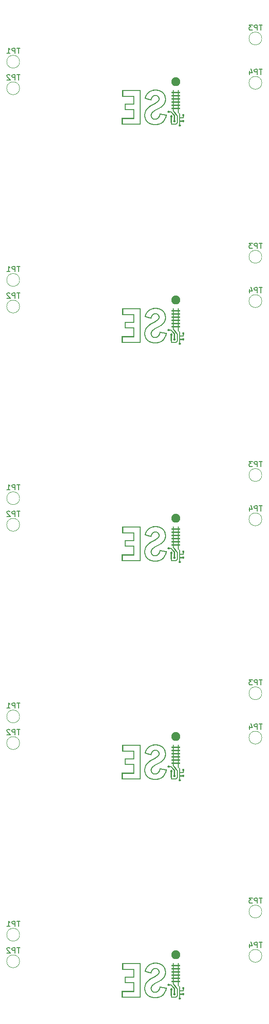
<source format=gbo>
G04 #@! TF.GenerationSoftware,KiCad,Pcbnew,6.0.2+dfsg-1*
G04 #@! TF.CreationDate,2024-05-29T15:43:08-06:00*
G04 #@! TF.ProjectId,mss-crossover-array,6d73732d-6372-46f7-9373-6f7665722d61,rev?*
G04 #@! TF.SameCoordinates,Original*
G04 #@! TF.FileFunction,Legend,Bot*
G04 #@! TF.FilePolarity,Positive*
%FSLAX46Y46*%
G04 Gerber Fmt 4.6, Leading zero omitted, Abs format (unit mm)*
G04 Created by KiCad (PCBNEW 6.0.2+dfsg-1) date 2024-05-29 15:43:08*
%MOMM*%
%LPD*%
G01*
G04 APERTURE LIST*
%ADD10C,0.000000*%
%ADD11C,0.150000*%
%ADD12C,0.120000*%
G04 APERTURE END LIST*
D10*
G36*
X143499164Y-58469655D02*
G01*
X143513622Y-58470764D01*
X143527723Y-58472889D01*
X143534605Y-58474343D01*
X143541355Y-58476061D01*
X143549661Y-58478630D01*
X143557892Y-58481562D01*
X143566024Y-58484842D01*
X143574032Y-58488452D01*
X143581891Y-58492377D01*
X143589576Y-58496599D01*
X143597063Y-58501102D01*
X143604326Y-58505870D01*
X143611342Y-58510886D01*
X143618085Y-58516134D01*
X143624530Y-58521596D01*
X143630652Y-58527258D01*
X143636428Y-58533100D01*
X143641831Y-58539109D01*
X143646837Y-58545266D01*
X143651422Y-58551555D01*
X143670472Y-58579072D01*
X143857444Y-58579777D01*
X144044417Y-58580483D01*
X144349216Y-58967833D01*
X144654722Y-59354477D01*
X144654722Y-60220194D01*
X144690705Y-60251239D01*
X144699660Y-60259277D01*
X144708008Y-60267524D01*
X144715752Y-60275991D01*
X144722896Y-60284686D01*
X144729445Y-60293622D01*
X144735403Y-60302807D01*
X144740774Y-60312254D01*
X144745562Y-60321970D01*
X144749771Y-60331968D01*
X144753406Y-60342258D01*
X144756470Y-60352849D01*
X144758968Y-60363752D01*
X144760903Y-60374978D01*
X144762281Y-60386537D01*
X144763104Y-60398439D01*
X144763378Y-60410694D01*
X144763179Y-60421914D01*
X144762458Y-60432946D01*
X144761226Y-60443777D01*
X144759493Y-60454398D01*
X144757271Y-60464798D01*
X144754570Y-60474964D01*
X144751402Y-60484887D01*
X144747778Y-60494556D01*
X144743708Y-60503959D01*
X144739204Y-60513085D01*
X144734276Y-60521923D01*
X144728936Y-60530463D01*
X144723195Y-60538694D01*
X144717062Y-60546604D01*
X144710550Y-60554182D01*
X144703670Y-60561418D01*
X144696432Y-60568301D01*
X144688847Y-60574819D01*
X144680927Y-60580962D01*
X144672682Y-60586718D01*
X144664123Y-60592077D01*
X144655262Y-60597027D01*
X144646109Y-60601558D01*
X144636675Y-60605659D01*
X144626972Y-60609319D01*
X144617009Y-60612526D01*
X144606799Y-60615270D01*
X144596353Y-60617539D01*
X144585680Y-60619324D01*
X144574792Y-60620612D01*
X144563701Y-60621393D01*
X144552417Y-60621655D01*
X144537426Y-60621226D01*
X144522884Y-60619940D01*
X144508790Y-60617800D01*
X144495145Y-60614809D01*
X144481951Y-60610971D01*
X144469209Y-60606289D01*
X144456920Y-60600765D01*
X144445084Y-60594403D01*
X144433703Y-60587206D01*
X144422777Y-60579177D01*
X144412309Y-60570319D01*
X144402298Y-60560635D01*
X144392747Y-60550129D01*
X144383655Y-60538803D01*
X144375024Y-60526661D01*
X144366855Y-60513705D01*
X144362573Y-60505562D01*
X144358728Y-60496549D01*
X144355324Y-60486770D01*
X144352369Y-60476333D01*
X144349869Y-60465341D01*
X144347830Y-60453901D01*
X144346258Y-60442118D01*
X144345159Y-60430097D01*
X144344540Y-60417944D01*
X144344407Y-60405763D01*
X144344766Y-60393662D01*
X144345623Y-60381744D01*
X144346984Y-60370116D01*
X144348855Y-60358882D01*
X144351244Y-60348149D01*
X144354155Y-60338021D01*
X144356866Y-60330725D01*
X144360195Y-60323170D01*
X144364085Y-60315432D01*
X144368476Y-60307584D01*
X144373309Y-60299698D01*
X144378526Y-60291848D01*
X144384067Y-60284108D01*
X144389874Y-60276550D01*
X144395888Y-60269249D01*
X144402049Y-60262278D01*
X144408299Y-60255710D01*
X144414580Y-60249618D01*
X144420831Y-60244076D01*
X144426994Y-60239157D01*
X144433011Y-60234935D01*
X144438822Y-60231483D01*
X144457166Y-60221605D01*
X144457166Y-59429972D01*
X144201755Y-59106827D01*
X143946344Y-58784389D01*
X143806644Y-58784389D01*
X143752372Y-58784885D01*
X143728646Y-58785468D01*
X143707955Y-58786241D01*
X143690869Y-58787179D01*
X143677958Y-58788258D01*
X143669793Y-58789453D01*
X143667668Y-58790086D01*
X143666944Y-58790739D01*
X143666771Y-58792171D01*
X143666263Y-58793813D01*
X143665434Y-58795651D01*
X143664301Y-58797672D01*
X143662880Y-58799861D01*
X143661187Y-58802206D01*
X143657045Y-58807308D01*
X143652001Y-58812869D01*
X143646183Y-58818780D01*
X143639715Y-58824933D01*
X143632725Y-58831220D01*
X143625338Y-58837531D01*
X143617680Y-58843759D01*
X143609877Y-58849794D01*
X143602055Y-58855528D01*
X143594341Y-58860853D01*
X143586861Y-58865661D01*
X143579740Y-58869842D01*
X143573105Y-58873288D01*
X143563171Y-58877505D01*
X143552730Y-58881160D01*
X143541855Y-58884252D01*
X143530618Y-58886782D01*
X143519092Y-58888750D01*
X143507348Y-58890156D01*
X143495460Y-58890999D01*
X143483500Y-58891280D01*
X143471540Y-58890999D01*
X143459652Y-58890156D01*
X143447908Y-58888750D01*
X143436382Y-58886782D01*
X143425145Y-58884252D01*
X143414270Y-58881160D01*
X143403829Y-58877505D01*
X143393894Y-58873288D01*
X143381948Y-58867292D01*
X143370585Y-58860702D01*
X143359813Y-58853548D01*
X143349636Y-58845858D01*
X143340060Y-58837664D01*
X143331090Y-58828995D01*
X143322733Y-58819880D01*
X143314993Y-58810351D01*
X143307877Y-58800435D01*
X143301389Y-58790164D01*
X143295536Y-58779567D01*
X143290322Y-58768675D01*
X143285754Y-58757516D01*
X143281837Y-58746120D01*
X143278577Y-58734519D01*
X143275978Y-58722740D01*
X143274048Y-58710815D01*
X143272790Y-58698773D01*
X143272211Y-58686644D01*
X143272317Y-58674458D01*
X143273112Y-58662244D01*
X143274603Y-58650033D01*
X143276795Y-58637854D01*
X143279694Y-58625738D01*
X143283304Y-58613713D01*
X143287632Y-58601810D01*
X143292684Y-58590059D01*
X143298464Y-58578489D01*
X143304978Y-58567130D01*
X143312233Y-58556013D01*
X143320233Y-58545167D01*
X143328983Y-58534622D01*
X143333363Y-58529804D01*
X143338027Y-58525143D01*
X143342961Y-58520642D01*
X143348150Y-58516305D01*
X143359243Y-58508136D01*
X143371195Y-58500667D01*
X143383895Y-58493925D01*
X143397233Y-58487939D01*
X143411098Y-58482739D01*
X143425380Y-58478354D01*
X143439967Y-58474811D01*
X143454750Y-58472142D01*
X143469617Y-58470373D01*
X143484459Y-58469534D01*
X143499164Y-58469655D01*
G37*
G36*
X143499164Y-99109655D02*
G01*
X143513622Y-99110764D01*
X143527723Y-99112889D01*
X143534605Y-99114343D01*
X143541355Y-99116061D01*
X143549661Y-99118630D01*
X143557892Y-99121562D01*
X143566024Y-99124842D01*
X143574032Y-99128452D01*
X143581891Y-99132377D01*
X143589576Y-99136599D01*
X143597063Y-99141102D01*
X143604326Y-99145870D01*
X143611342Y-99150886D01*
X143618085Y-99156134D01*
X143624530Y-99161596D01*
X143630652Y-99167258D01*
X143636428Y-99173100D01*
X143641831Y-99179109D01*
X143646837Y-99185266D01*
X143651422Y-99191555D01*
X143670472Y-99219072D01*
X143857444Y-99219777D01*
X144044417Y-99220483D01*
X144349216Y-99607833D01*
X144654722Y-99994477D01*
X144654722Y-100860194D01*
X144690705Y-100891239D01*
X144699660Y-100899277D01*
X144708008Y-100907524D01*
X144715752Y-100915991D01*
X144722896Y-100924686D01*
X144729445Y-100933622D01*
X144735403Y-100942807D01*
X144740774Y-100952254D01*
X144745562Y-100961970D01*
X144749771Y-100971968D01*
X144753406Y-100982258D01*
X144756470Y-100992849D01*
X144758968Y-101003752D01*
X144760903Y-101014978D01*
X144762281Y-101026537D01*
X144763104Y-101038439D01*
X144763378Y-101050694D01*
X144763179Y-101061914D01*
X144762458Y-101072946D01*
X144761226Y-101083777D01*
X144759493Y-101094398D01*
X144757271Y-101104798D01*
X144754570Y-101114964D01*
X144751402Y-101124887D01*
X144747778Y-101134556D01*
X144743708Y-101143959D01*
X144739204Y-101153085D01*
X144734276Y-101161923D01*
X144728936Y-101170463D01*
X144723195Y-101178694D01*
X144717062Y-101186604D01*
X144710550Y-101194182D01*
X144703670Y-101201418D01*
X144696432Y-101208301D01*
X144688847Y-101214819D01*
X144680927Y-101220962D01*
X144672682Y-101226718D01*
X144664123Y-101232077D01*
X144655262Y-101237027D01*
X144646109Y-101241558D01*
X144636675Y-101245659D01*
X144626972Y-101249319D01*
X144617009Y-101252526D01*
X144606799Y-101255270D01*
X144596353Y-101257539D01*
X144585680Y-101259324D01*
X144574792Y-101260612D01*
X144563701Y-101261393D01*
X144552417Y-101261655D01*
X144537426Y-101261226D01*
X144522884Y-101259940D01*
X144508790Y-101257800D01*
X144495145Y-101254809D01*
X144481951Y-101250971D01*
X144469209Y-101246289D01*
X144456920Y-101240765D01*
X144445084Y-101234403D01*
X144433703Y-101227206D01*
X144422777Y-101219177D01*
X144412309Y-101210319D01*
X144402298Y-101200635D01*
X144392747Y-101190129D01*
X144383655Y-101178803D01*
X144375024Y-101166661D01*
X144366855Y-101153705D01*
X144362573Y-101145562D01*
X144358728Y-101136549D01*
X144355324Y-101126770D01*
X144352369Y-101116333D01*
X144349869Y-101105341D01*
X144347830Y-101093901D01*
X144346258Y-101082118D01*
X144345159Y-101070097D01*
X144344540Y-101057944D01*
X144344407Y-101045763D01*
X144344766Y-101033662D01*
X144345623Y-101021744D01*
X144346984Y-101010116D01*
X144348855Y-100998882D01*
X144351244Y-100988149D01*
X144354155Y-100978021D01*
X144356866Y-100970725D01*
X144360195Y-100963170D01*
X144364085Y-100955432D01*
X144368476Y-100947584D01*
X144373309Y-100939698D01*
X144378526Y-100931848D01*
X144384067Y-100924108D01*
X144389874Y-100916550D01*
X144395888Y-100909249D01*
X144402049Y-100902278D01*
X144408299Y-100895710D01*
X144414580Y-100889618D01*
X144420831Y-100884076D01*
X144426994Y-100879157D01*
X144433011Y-100874935D01*
X144438822Y-100871483D01*
X144457166Y-100861605D01*
X144457166Y-100069972D01*
X144201755Y-99746827D01*
X143946344Y-99424389D01*
X143806644Y-99424389D01*
X143752372Y-99424885D01*
X143728646Y-99425468D01*
X143707955Y-99426241D01*
X143690869Y-99427179D01*
X143677958Y-99428258D01*
X143669793Y-99429453D01*
X143667668Y-99430086D01*
X143666944Y-99430739D01*
X143666771Y-99432171D01*
X143666263Y-99433813D01*
X143665434Y-99435651D01*
X143664301Y-99437672D01*
X143662880Y-99439861D01*
X143661187Y-99442206D01*
X143657045Y-99447308D01*
X143652001Y-99452869D01*
X143646183Y-99458780D01*
X143639715Y-99464933D01*
X143632725Y-99471220D01*
X143625338Y-99477531D01*
X143617680Y-99483759D01*
X143609877Y-99489794D01*
X143602055Y-99495528D01*
X143594341Y-99500853D01*
X143586861Y-99505661D01*
X143579740Y-99509842D01*
X143573105Y-99513288D01*
X143563171Y-99517505D01*
X143552730Y-99521160D01*
X143541855Y-99524252D01*
X143530618Y-99526782D01*
X143519092Y-99528750D01*
X143507348Y-99530156D01*
X143495460Y-99530999D01*
X143483500Y-99531280D01*
X143471540Y-99530999D01*
X143459652Y-99530156D01*
X143447908Y-99528750D01*
X143436382Y-99526782D01*
X143425145Y-99524252D01*
X143414270Y-99521160D01*
X143403829Y-99517505D01*
X143393894Y-99513288D01*
X143381948Y-99507292D01*
X143370585Y-99500702D01*
X143359813Y-99493548D01*
X143349636Y-99485858D01*
X143340060Y-99477664D01*
X143331090Y-99468995D01*
X143322733Y-99459880D01*
X143314993Y-99450351D01*
X143307877Y-99440435D01*
X143301389Y-99430164D01*
X143295536Y-99419567D01*
X143290322Y-99408675D01*
X143285754Y-99397516D01*
X143281837Y-99386120D01*
X143278577Y-99374519D01*
X143275978Y-99362740D01*
X143274048Y-99350815D01*
X143272790Y-99338773D01*
X143272211Y-99326644D01*
X143272317Y-99314458D01*
X143273112Y-99302244D01*
X143274603Y-99290033D01*
X143276795Y-99277854D01*
X143279694Y-99265738D01*
X143283304Y-99253713D01*
X143287632Y-99241810D01*
X143292684Y-99230059D01*
X143298464Y-99218489D01*
X143304978Y-99207130D01*
X143312233Y-99196013D01*
X143320233Y-99185167D01*
X143328983Y-99174622D01*
X143333363Y-99169804D01*
X143338027Y-99165143D01*
X143342961Y-99160642D01*
X143348150Y-99156305D01*
X143359243Y-99148136D01*
X143371195Y-99140667D01*
X143383895Y-99133925D01*
X143397233Y-99127939D01*
X143411098Y-99122739D01*
X143425380Y-99118354D01*
X143439967Y-99114811D01*
X143454750Y-99112142D01*
X143469617Y-99110373D01*
X143484459Y-99109534D01*
X143499164Y-99109655D01*
G37*
G36*
X143499164Y-139749655D02*
G01*
X143513622Y-139750764D01*
X143527723Y-139752889D01*
X143534605Y-139754343D01*
X143541355Y-139756061D01*
X143549661Y-139758630D01*
X143557892Y-139761562D01*
X143566024Y-139764842D01*
X143574032Y-139768452D01*
X143581891Y-139772377D01*
X143589576Y-139776599D01*
X143597063Y-139781102D01*
X143604326Y-139785870D01*
X143611342Y-139790886D01*
X143618085Y-139796134D01*
X143624530Y-139801596D01*
X143630652Y-139807258D01*
X143636428Y-139813100D01*
X143641831Y-139819109D01*
X143646837Y-139825266D01*
X143651422Y-139831555D01*
X143670472Y-139859072D01*
X143857444Y-139859777D01*
X144044417Y-139860483D01*
X144349216Y-140247833D01*
X144654722Y-140634477D01*
X144654722Y-141500194D01*
X144690705Y-141531239D01*
X144699660Y-141539277D01*
X144708008Y-141547524D01*
X144715752Y-141555991D01*
X144722896Y-141564686D01*
X144729445Y-141573622D01*
X144735403Y-141582807D01*
X144740774Y-141592254D01*
X144745562Y-141601970D01*
X144749771Y-141611968D01*
X144753406Y-141622258D01*
X144756470Y-141632849D01*
X144758968Y-141643752D01*
X144760903Y-141654978D01*
X144762281Y-141666537D01*
X144763104Y-141678439D01*
X144763378Y-141690694D01*
X144763179Y-141701914D01*
X144762458Y-141712946D01*
X144761226Y-141723777D01*
X144759493Y-141734398D01*
X144757271Y-141744798D01*
X144754570Y-141754964D01*
X144751402Y-141764887D01*
X144747778Y-141774556D01*
X144743708Y-141783959D01*
X144739204Y-141793085D01*
X144734276Y-141801923D01*
X144728936Y-141810463D01*
X144723195Y-141818694D01*
X144717062Y-141826604D01*
X144710550Y-141834182D01*
X144703670Y-141841418D01*
X144696432Y-141848301D01*
X144688847Y-141854819D01*
X144680927Y-141860962D01*
X144672682Y-141866718D01*
X144664123Y-141872077D01*
X144655262Y-141877027D01*
X144646109Y-141881558D01*
X144636675Y-141885659D01*
X144626972Y-141889319D01*
X144617009Y-141892526D01*
X144606799Y-141895270D01*
X144596353Y-141897539D01*
X144585680Y-141899324D01*
X144574792Y-141900612D01*
X144563701Y-141901393D01*
X144552417Y-141901655D01*
X144537426Y-141901226D01*
X144522884Y-141899940D01*
X144508790Y-141897800D01*
X144495145Y-141894809D01*
X144481951Y-141890971D01*
X144469209Y-141886289D01*
X144456920Y-141880765D01*
X144445084Y-141874403D01*
X144433703Y-141867206D01*
X144422777Y-141859177D01*
X144412309Y-141850319D01*
X144402298Y-141840635D01*
X144392747Y-141830129D01*
X144383655Y-141818803D01*
X144375024Y-141806661D01*
X144366855Y-141793705D01*
X144362573Y-141785562D01*
X144358728Y-141776549D01*
X144355324Y-141766770D01*
X144352369Y-141756333D01*
X144349869Y-141745341D01*
X144347830Y-141733901D01*
X144346258Y-141722118D01*
X144345159Y-141710097D01*
X144344540Y-141697944D01*
X144344407Y-141685763D01*
X144344766Y-141673662D01*
X144345623Y-141661744D01*
X144346984Y-141650116D01*
X144348855Y-141638882D01*
X144351244Y-141628149D01*
X144354155Y-141618021D01*
X144356866Y-141610725D01*
X144360195Y-141603170D01*
X144364085Y-141595432D01*
X144368476Y-141587584D01*
X144373309Y-141579698D01*
X144378526Y-141571848D01*
X144384067Y-141564108D01*
X144389874Y-141556550D01*
X144395888Y-141549249D01*
X144402049Y-141542278D01*
X144408299Y-141535710D01*
X144414580Y-141529618D01*
X144420831Y-141524076D01*
X144426994Y-141519157D01*
X144433011Y-141514935D01*
X144438822Y-141511483D01*
X144457166Y-141501605D01*
X144457166Y-140709972D01*
X144201755Y-140386827D01*
X143946344Y-140064389D01*
X143806644Y-140064389D01*
X143752372Y-140064885D01*
X143728646Y-140065468D01*
X143707955Y-140066241D01*
X143690869Y-140067179D01*
X143677958Y-140068258D01*
X143669793Y-140069453D01*
X143667668Y-140070086D01*
X143666944Y-140070739D01*
X143666771Y-140072171D01*
X143666263Y-140073813D01*
X143665434Y-140075651D01*
X143664301Y-140077672D01*
X143662880Y-140079861D01*
X143661187Y-140082206D01*
X143657045Y-140087308D01*
X143652001Y-140092869D01*
X143646183Y-140098780D01*
X143639715Y-140104933D01*
X143632725Y-140111220D01*
X143625338Y-140117531D01*
X143617680Y-140123759D01*
X143609877Y-140129794D01*
X143602055Y-140135528D01*
X143594341Y-140140853D01*
X143586861Y-140145661D01*
X143579740Y-140149842D01*
X143573105Y-140153288D01*
X143563171Y-140157505D01*
X143552730Y-140161160D01*
X143541855Y-140164252D01*
X143530618Y-140166782D01*
X143519092Y-140168750D01*
X143507348Y-140170156D01*
X143495460Y-140170999D01*
X143483500Y-140171280D01*
X143471540Y-140170999D01*
X143459652Y-140170156D01*
X143447908Y-140168750D01*
X143436382Y-140166782D01*
X143425145Y-140164252D01*
X143414270Y-140161160D01*
X143403829Y-140157505D01*
X143393894Y-140153288D01*
X143381948Y-140147292D01*
X143370585Y-140140702D01*
X143359813Y-140133548D01*
X143349636Y-140125858D01*
X143340060Y-140117664D01*
X143331090Y-140108995D01*
X143322733Y-140099880D01*
X143314993Y-140090351D01*
X143307877Y-140080435D01*
X143301389Y-140070164D01*
X143295536Y-140059567D01*
X143290322Y-140048675D01*
X143285754Y-140037516D01*
X143281837Y-140026120D01*
X143278577Y-140014519D01*
X143275978Y-140002740D01*
X143274048Y-139990815D01*
X143272790Y-139978773D01*
X143272211Y-139966644D01*
X143272317Y-139954458D01*
X143273112Y-139942244D01*
X143274603Y-139930033D01*
X143276795Y-139917854D01*
X143279694Y-139905738D01*
X143283304Y-139893713D01*
X143287632Y-139881810D01*
X143292684Y-139870059D01*
X143298464Y-139858489D01*
X143304978Y-139847130D01*
X143312233Y-139836013D01*
X143320233Y-139825167D01*
X143328983Y-139814622D01*
X143333363Y-139809804D01*
X143338027Y-139805143D01*
X143342961Y-139800642D01*
X143348150Y-139796305D01*
X143359243Y-139788136D01*
X143371195Y-139780667D01*
X143383895Y-139773925D01*
X143397233Y-139767939D01*
X143411098Y-139762739D01*
X143425380Y-139758354D01*
X143439967Y-139754811D01*
X143454750Y-139752142D01*
X143469617Y-139750373D01*
X143484459Y-139749534D01*
X143499164Y-139749655D01*
G37*
G36*
X143499164Y-180389655D02*
G01*
X143513622Y-180390764D01*
X143527723Y-180392889D01*
X143534605Y-180394343D01*
X143541355Y-180396061D01*
X143549661Y-180398630D01*
X143557892Y-180401562D01*
X143566024Y-180404842D01*
X143574032Y-180408452D01*
X143581891Y-180412377D01*
X143589576Y-180416599D01*
X143597063Y-180421102D01*
X143604326Y-180425870D01*
X143611342Y-180430886D01*
X143618085Y-180436134D01*
X143624530Y-180441596D01*
X143630652Y-180447258D01*
X143636428Y-180453100D01*
X143641831Y-180459109D01*
X143646837Y-180465266D01*
X143651422Y-180471555D01*
X143670472Y-180499072D01*
X143857444Y-180499777D01*
X144044417Y-180500483D01*
X144349216Y-180887833D01*
X144654722Y-181274477D01*
X144654722Y-182140194D01*
X144690705Y-182171239D01*
X144699660Y-182179277D01*
X144708008Y-182187524D01*
X144715752Y-182195991D01*
X144722896Y-182204686D01*
X144729445Y-182213622D01*
X144735403Y-182222807D01*
X144740774Y-182232254D01*
X144745562Y-182241970D01*
X144749771Y-182251968D01*
X144753406Y-182262258D01*
X144756470Y-182272849D01*
X144758968Y-182283752D01*
X144760903Y-182294978D01*
X144762281Y-182306537D01*
X144763104Y-182318439D01*
X144763378Y-182330694D01*
X144763179Y-182341914D01*
X144762458Y-182352946D01*
X144761226Y-182363777D01*
X144759493Y-182374398D01*
X144757271Y-182384798D01*
X144754570Y-182394964D01*
X144751402Y-182404887D01*
X144747778Y-182414556D01*
X144743708Y-182423959D01*
X144739204Y-182433085D01*
X144734276Y-182441923D01*
X144728936Y-182450463D01*
X144723195Y-182458694D01*
X144717062Y-182466604D01*
X144710550Y-182474182D01*
X144703670Y-182481418D01*
X144696432Y-182488301D01*
X144688847Y-182494819D01*
X144680927Y-182500962D01*
X144672682Y-182506718D01*
X144664123Y-182512077D01*
X144655262Y-182517027D01*
X144646109Y-182521558D01*
X144636675Y-182525659D01*
X144626972Y-182529319D01*
X144617009Y-182532526D01*
X144606799Y-182535270D01*
X144596353Y-182537539D01*
X144585680Y-182539324D01*
X144574792Y-182540612D01*
X144563701Y-182541393D01*
X144552417Y-182541655D01*
X144537426Y-182541226D01*
X144522884Y-182539940D01*
X144508790Y-182537800D01*
X144495145Y-182534809D01*
X144481951Y-182530971D01*
X144469209Y-182526289D01*
X144456920Y-182520765D01*
X144445084Y-182514403D01*
X144433703Y-182507206D01*
X144422777Y-182499177D01*
X144412309Y-182490319D01*
X144402298Y-182480635D01*
X144392747Y-182470129D01*
X144383655Y-182458803D01*
X144375024Y-182446661D01*
X144366855Y-182433705D01*
X144362573Y-182425562D01*
X144358728Y-182416549D01*
X144355324Y-182406770D01*
X144352369Y-182396333D01*
X144349869Y-182385341D01*
X144347830Y-182373901D01*
X144346258Y-182362118D01*
X144345159Y-182350097D01*
X144344540Y-182337944D01*
X144344407Y-182325763D01*
X144344766Y-182313662D01*
X144345623Y-182301744D01*
X144346984Y-182290116D01*
X144348855Y-182278882D01*
X144351244Y-182268149D01*
X144354155Y-182258021D01*
X144356866Y-182250725D01*
X144360195Y-182243170D01*
X144364085Y-182235432D01*
X144368476Y-182227584D01*
X144373309Y-182219698D01*
X144378526Y-182211848D01*
X144384067Y-182204108D01*
X144389874Y-182196550D01*
X144395888Y-182189249D01*
X144402049Y-182182278D01*
X144408299Y-182175710D01*
X144414580Y-182169618D01*
X144420831Y-182164076D01*
X144426994Y-182159157D01*
X144433011Y-182154935D01*
X144438822Y-182151483D01*
X144457166Y-182141605D01*
X144457166Y-181349972D01*
X144201755Y-181026827D01*
X143946344Y-180704389D01*
X143806644Y-180704389D01*
X143752372Y-180704885D01*
X143728646Y-180705468D01*
X143707955Y-180706241D01*
X143690869Y-180707179D01*
X143677958Y-180708258D01*
X143669793Y-180709453D01*
X143667668Y-180710086D01*
X143666944Y-180710739D01*
X143666771Y-180712171D01*
X143666263Y-180713813D01*
X143665434Y-180715651D01*
X143664301Y-180717672D01*
X143662880Y-180719861D01*
X143661187Y-180722206D01*
X143657045Y-180727308D01*
X143652001Y-180732869D01*
X143646183Y-180738780D01*
X143639715Y-180744933D01*
X143632725Y-180751220D01*
X143625338Y-180757531D01*
X143617680Y-180763759D01*
X143609877Y-180769794D01*
X143602055Y-180775528D01*
X143594341Y-180780853D01*
X143586861Y-180785661D01*
X143579740Y-180789842D01*
X143573105Y-180793288D01*
X143563171Y-180797505D01*
X143552730Y-180801160D01*
X143541855Y-180804252D01*
X143530618Y-180806782D01*
X143519092Y-180808750D01*
X143507348Y-180810156D01*
X143495460Y-180810999D01*
X143483500Y-180811280D01*
X143471540Y-180810999D01*
X143459652Y-180810156D01*
X143447908Y-180808750D01*
X143436382Y-180806782D01*
X143425145Y-180804252D01*
X143414270Y-180801160D01*
X143403829Y-180797505D01*
X143393894Y-180793288D01*
X143381948Y-180787292D01*
X143370585Y-180780702D01*
X143359813Y-180773548D01*
X143349636Y-180765858D01*
X143340060Y-180757664D01*
X143331090Y-180748995D01*
X143322733Y-180739880D01*
X143314993Y-180730351D01*
X143307877Y-180720435D01*
X143301389Y-180710164D01*
X143295536Y-180699567D01*
X143290322Y-180688675D01*
X143285754Y-180677516D01*
X143281837Y-180666120D01*
X143278577Y-180654519D01*
X143275978Y-180642740D01*
X143274048Y-180630815D01*
X143272790Y-180618773D01*
X143272211Y-180606644D01*
X143272317Y-180594458D01*
X143273112Y-180582244D01*
X143274603Y-180570033D01*
X143276795Y-180557854D01*
X143279694Y-180545738D01*
X143283304Y-180533713D01*
X143287632Y-180521810D01*
X143292684Y-180510059D01*
X143298464Y-180498489D01*
X143304978Y-180487130D01*
X143312233Y-180476013D01*
X143320233Y-180465167D01*
X143328983Y-180454622D01*
X143333363Y-180449804D01*
X143338027Y-180445143D01*
X143342961Y-180440642D01*
X143348150Y-180436305D01*
X143359243Y-180428136D01*
X143371195Y-180420667D01*
X143383895Y-180413925D01*
X143397233Y-180407939D01*
X143411098Y-180402739D01*
X143425380Y-180398354D01*
X143439967Y-180394811D01*
X143454750Y-180392142D01*
X143469617Y-180390373D01*
X143484459Y-180389534D01*
X143499164Y-180389655D01*
G37*
G36*
X143499164Y-221029655D02*
G01*
X143513622Y-221030764D01*
X143527723Y-221032889D01*
X143534605Y-221034343D01*
X143541355Y-221036061D01*
X143549661Y-221038630D01*
X143557892Y-221041562D01*
X143566024Y-221044842D01*
X143574032Y-221048452D01*
X143581891Y-221052377D01*
X143589576Y-221056599D01*
X143597063Y-221061102D01*
X143604326Y-221065870D01*
X143611342Y-221070886D01*
X143618085Y-221076134D01*
X143624530Y-221081596D01*
X143630652Y-221087258D01*
X143636428Y-221093100D01*
X143641831Y-221099109D01*
X143646837Y-221105266D01*
X143651422Y-221111555D01*
X143670472Y-221139072D01*
X143857444Y-221139777D01*
X144044417Y-221140483D01*
X144349216Y-221527833D01*
X144654722Y-221914477D01*
X144654722Y-222780194D01*
X144690705Y-222811239D01*
X144699660Y-222819277D01*
X144708008Y-222827524D01*
X144715752Y-222835991D01*
X144722896Y-222844686D01*
X144729445Y-222853622D01*
X144735403Y-222862807D01*
X144740774Y-222872254D01*
X144745562Y-222881970D01*
X144749771Y-222891968D01*
X144753406Y-222902258D01*
X144756470Y-222912849D01*
X144758968Y-222923752D01*
X144760903Y-222934978D01*
X144762281Y-222946537D01*
X144763104Y-222958439D01*
X144763378Y-222970694D01*
X144763179Y-222981914D01*
X144762458Y-222992946D01*
X144761226Y-223003777D01*
X144759493Y-223014398D01*
X144757271Y-223024798D01*
X144754570Y-223034964D01*
X144751402Y-223044887D01*
X144747778Y-223054556D01*
X144743708Y-223063959D01*
X144739204Y-223073085D01*
X144734276Y-223081923D01*
X144728936Y-223090463D01*
X144723195Y-223098694D01*
X144717062Y-223106604D01*
X144710550Y-223114182D01*
X144703670Y-223121418D01*
X144696432Y-223128301D01*
X144688847Y-223134819D01*
X144680927Y-223140962D01*
X144672682Y-223146718D01*
X144664123Y-223152077D01*
X144655262Y-223157027D01*
X144646109Y-223161558D01*
X144636675Y-223165659D01*
X144626972Y-223169319D01*
X144617009Y-223172526D01*
X144606799Y-223175270D01*
X144596353Y-223177539D01*
X144585680Y-223179324D01*
X144574792Y-223180612D01*
X144563701Y-223181393D01*
X144552417Y-223181655D01*
X144537426Y-223181226D01*
X144522884Y-223179940D01*
X144508790Y-223177800D01*
X144495145Y-223174809D01*
X144481951Y-223170971D01*
X144469209Y-223166289D01*
X144456920Y-223160765D01*
X144445084Y-223154403D01*
X144433703Y-223147206D01*
X144422777Y-223139177D01*
X144412309Y-223130319D01*
X144402298Y-223120635D01*
X144392747Y-223110129D01*
X144383655Y-223098803D01*
X144375024Y-223086661D01*
X144366855Y-223073705D01*
X144362573Y-223065562D01*
X144358728Y-223056549D01*
X144355324Y-223046770D01*
X144352369Y-223036333D01*
X144349869Y-223025341D01*
X144347830Y-223013901D01*
X144346258Y-223002118D01*
X144345159Y-222990097D01*
X144344540Y-222977944D01*
X144344407Y-222965763D01*
X144344766Y-222953662D01*
X144345623Y-222941744D01*
X144346984Y-222930116D01*
X144348855Y-222918882D01*
X144351244Y-222908149D01*
X144354155Y-222898021D01*
X144356866Y-222890725D01*
X144360195Y-222883170D01*
X144364085Y-222875432D01*
X144368476Y-222867584D01*
X144373309Y-222859698D01*
X144378526Y-222851848D01*
X144384067Y-222844108D01*
X144389874Y-222836550D01*
X144395888Y-222829249D01*
X144402049Y-222822278D01*
X144408299Y-222815710D01*
X144414580Y-222809618D01*
X144420831Y-222804076D01*
X144426994Y-222799157D01*
X144433011Y-222794935D01*
X144438822Y-222791483D01*
X144457166Y-222781605D01*
X144457166Y-221989972D01*
X144201755Y-221666827D01*
X143946344Y-221344389D01*
X143806644Y-221344389D01*
X143752372Y-221344885D01*
X143728646Y-221345468D01*
X143707955Y-221346241D01*
X143690869Y-221347179D01*
X143677958Y-221348258D01*
X143669793Y-221349453D01*
X143667668Y-221350086D01*
X143666944Y-221350739D01*
X143666771Y-221352171D01*
X143666263Y-221353813D01*
X143665434Y-221355651D01*
X143664301Y-221357672D01*
X143662880Y-221359861D01*
X143661187Y-221362206D01*
X143657045Y-221367308D01*
X143652001Y-221372869D01*
X143646183Y-221378780D01*
X143639715Y-221384933D01*
X143632725Y-221391220D01*
X143625338Y-221397531D01*
X143617680Y-221403759D01*
X143609877Y-221409794D01*
X143602055Y-221415528D01*
X143594341Y-221420853D01*
X143586861Y-221425661D01*
X143579740Y-221429842D01*
X143573105Y-221433288D01*
X143563171Y-221437505D01*
X143552730Y-221441160D01*
X143541855Y-221444252D01*
X143530618Y-221446782D01*
X143519092Y-221448750D01*
X143507348Y-221450156D01*
X143495460Y-221450999D01*
X143483500Y-221451280D01*
X143471540Y-221450999D01*
X143459652Y-221450156D01*
X143447908Y-221448750D01*
X143436382Y-221446782D01*
X143425145Y-221444252D01*
X143414270Y-221441160D01*
X143403829Y-221437505D01*
X143393894Y-221433288D01*
X143381948Y-221427292D01*
X143370585Y-221420702D01*
X143359813Y-221413548D01*
X143349636Y-221405858D01*
X143340060Y-221397664D01*
X143331090Y-221388995D01*
X143322733Y-221379880D01*
X143314993Y-221370351D01*
X143307877Y-221360435D01*
X143301389Y-221350164D01*
X143295536Y-221339567D01*
X143290322Y-221328675D01*
X143285754Y-221317516D01*
X143281837Y-221306120D01*
X143278577Y-221294519D01*
X143275978Y-221282740D01*
X143274048Y-221270815D01*
X143272790Y-221258773D01*
X143272211Y-221246644D01*
X143272317Y-221234458D01*
X143273112Y-221222244D01*
X143274603Y-221210033D01*
X143276795Y-221197854D01*
X143279694Y-221185738D01*
X143283304Y-221173713D01*
X143287632Y-221161810D01*
X143292684Y-221150059D01*
X143298464Y-221138489D01*
X143304978Y-221127130D01*
X143312233Y-221116013D01*
X143320233Y-221105167D01*
X143328983Y-221094622D01*
X143333363Y-221089804D01*
X143338027Y-221085143D01*
X143342961Y-221080642D01*
X143348150Y-221076305D01*
X143359243Y-221068136D01*
X143371195Y-221060667D01*
X143383895Y-221053925D01*
X143397233Y-221047939D01*
X143411098Y-221042739D01*
X143425380Y-221038354D01*
X143439967Y-221034811D01*
X143454750Y-221032142D01*
X143469617Y-221030373D01*
X143484459Y-221029534D01*
X143499164Y-221029655D01*
G37*
G36*
X134727555Y-61056277D02*
G01*
X134727555Y-60872833D01*
X134911000Y-60872833D01*
X138078945Y-60872833D01*
X138078945Y-54819167D01*
X134995667Y-54819167D01*
X134995667Y-55687000D01*
X137070001Y-55687000D01*
X137070001Y-57309778D01*
X135489556Y-57309778D01*
X135489556Y-58177611D01*
X137070001Y-58177611D01*
X137070001Y-60005000D01*
X134911000Y-60005000D01*
X134911000Y-60872833D01*
X134727555Y-60872833D01*
X134727555Y-59821555D01*
X136886556Y-59821555D01*
X136886556Y-58361055D01*
X135306111Y-58361055D01*
X135306111Y-57126333D01*
X136886556Y-57126333D01*
X136886556Y-55877500D01*
X134812222Y-55877500D01*
X134812222Y-54635722D01*
X138262389Y-54635722D01*
X138262389Y-61056277D01*
X134727555Y-61056277D01*
G37*
G36*
X134727555Y-101696277D02*
G01*
X134727555Y-101512833D01*
X134911000Y-101512833D01*
X138078945Y-101512833D01*
X138078945Y-95459167D01*
X134995667Y-95459167D01*
X134995667Y-96327000D01*
X137070001Y-96327000D01*
X137070001Y-97949778D01*
X135489556Y-97949778D01*
X135489556Y-98817611D01*
X137070001Y-98817611D01*
X137070001Y-100645000D01*
X134911000Y-100645000D01*
X134911000Y-101512833D01*
X134727555Y-101512833D01*
X134727555Y-100461555D01*
X136886556Y-100461555D01*
X136886556Y-99001055D01*
X135306111Y-99001055D01*
X135306111Y-97766333D01*
X136886556Y-97766333D01*
X136886556Y-96517500D01*
X134812222Y-96517500D01*
X134812222Y-95275722D01*
X138262389Y-95275722D01*
X138262389Y-101696277D01*
X134727555Y-101696277D01*
G37*
G36*
X134727555Y-142336277D02*
G01*
X134727555Y-142152833D01*
X134911000Y-142152833D01*
X138078945Y-142152833D01*
X138078945Y-136099167D01*
X134995667Y-136099167D01*
X134995667Y-136967000D01*
X137070001Y-136967000D01*
X137070001Y-138589778D01*
X135489556Y-138589778D01*
X135489556Y-139457611D01*
X137070001Y-139457611D01*
X137070001Y-141285000D01*
X134911000Y-141285000D01*
X134911000Y-142152833D01*
X134727555Y-142152833D01*
X134727555Y-141101555D01*
X136886556Y-141101555D01*
X136886556Y-139641055D01*
X135306111Y-139641055D01*
X135306111Y-138406333D01*
X136886556Y-138406333D01*
X136886556Y-137157500D01*
X134812222Y-137157500D01*
X134812222Y-135915722D01*
X138262389Y-135915722D01*
X138262389Y-142336277D01*
X134727555Y-142336277D01*
G37*
G36*
X134727555Y-182976277D02*
G01*
X134727555Y-182792833D01*
X134911000Y-182792833D01*
X138078945Y-182792833D01*
X138078945Y-176739167D01*
X134995667Y-176739167D01*
X134995667Y-177607000D01*
X137070001Y-177607000D01*
X137070001Y-179229778D01*
X135489556Y-179229778D01*
X135489556Y-180097611D01*
X137070001Y-180097611D01*
X137070001Y-181925000D01*
X134911000Y-181925000D01*
X134911000Y-182792833D01*
X134727555Y-182792833D01*
X134727555Y-181741555D01*
X136886556Y-181741555D01*
X136886556Y-180281055D01*
X135306111Y-180281055D01*
X135306111Y-179046333D01*
X136886556Y-179046333D01*
X136886556Y-177797500D01*
X134812222Y-177797500D01*
X134812222Y-176555722D01*
X138262389Y-176555722D01*
X138262389Y-182976277D01*
X134727555Y-182976277D01*
G37*
G36*
X134727555Y-223616277D02*
G01*
X134727555Y-223432833D01*
X134911000Y-223432833D01*
X138078945Y-223432833D01*
X138078945Y-217379167D01*
X134995667Y-217379167D01*
X134995667Y-218247000D01*
X137070001Y-218247000D01*
X137070001Y-219869778D01*
X135489556Y-219869778D01*
X135489556Y-220737611D01*
X137070001Y-220737611D01*
X137070001Y-222565000D01*
X134911000Y-222565000D01*
X134911000Y-223432833D01*
X134727555Y-223432833D01*
X134727555Y-222381555D01*
X136886556Y-222381555D01*
X136886556Y-220921055D01*
X135306111Y-220921055D01*
X135306111Y-219686333D01*
X136886556Y-219686333D01*
X136886556Y-218437500D01*
X134812222Y-218437500D01*
X134812222Y-217195722D01*
X138262389Y-217195722D01*
X138262389Y-223616277D01*
X134727555Y-223616277D01*
G37*
G36*
X143097116Y-59510190D02*
G01*
X143069504Y-59594719D01*
X143041347Y-59675676D01*
X143014306Y-59747472D01*
X142995125Y-59794066D01*
X142971719Y-59847043D01*
X142945286Y-59903989D01*
X142917027Y-59962490D01*
X142888139Y-60020130D01*
X142859822Y-60074497D01*
X142833274Y-60123175D01*
X142809694Y-60163750D01*
X142746023Y-60263132D01*
X142678844Y-60357280D01*
X142608172Y-60446183D01*
X142534020Y-60529834D01*
X142456405Y-60608221D01*
X142375339Y-60681336D01*
X142290838Y-60749171D01*
X142202916Y-60811714D01*
X142111588Y-60868958D01*
X142016867Y-60920892D01*
X141918769Y-60967508D01*
X141817308Y-61008796D01*
X141712498Y-61044746D01*
X141604354Y-61075351D01*
X141492891Y-61100599D01*
X141378122Y-61120483D01*
X141330304Y-61126859D01*
X141280897Y-61132231D01*
X141178042Y-61139985D01*
X141071003Y-61143787D01*
X140961227Y-61143678D01*
X140850161Y-61139700D01*
X140739253Y-61131893D01*
X140629948Y-61120299D01*
X140523694Y-61104960D01*
X140376223Y-61075877D01*
X140234772Y-61038751D01*
X140099543Y-60993758D01*
X139970737Y-60941073D01*
X139848554Y-60880873D01*
X139733194Y-60813332D01*
X139624858Y-60738627D01*
X139523746Y-60656933D01*
X139430059Y-60568426D01*
X139343997Y-60473282D01*
X139265762Y-60371676D01*
X139195552Y-60263784D01*
X139133570Y-60149782D01*
X139080015Y-60029846D01*
X139035088Y-59904150D01*
X138998989Y-59772872D01*
X138983492Y-59700533D01*
X138970392Y-59624904D01*
X138959773Y-59546926D01*
X138951717Y-59467543D01*
X138946306Y-59387697D01*
X138943625Y-59308330D01*
X138943694Y-59266459D01*
X139133397Y-59266459D01*
X139133471Y-59345195D01*
X139135051Y-59418639D01*
X139138184Y-59481566D01*
X139140349Y-59507452D01*
X139142922Y-59528750D01*
X139154668Y-59601726D01*
X139168493Y-59672529D01*
X139184426Y-59741214D01*
X139202497Y-59807841D01*
X139222735Y-59872467D01*
X139245167Y-59935150D01*
X139269824Y-59995947D01*
X139296733Y-60054918D01*
X139325925Y-60112119D01*
X139357428Y-60167608D01*
X139391270Y-60221444D01*
X139427482Y-60273684D01*
X139466091Y-60324386D01*
X139507127Y-60373608D01*
X139550618Y-60421408D01*
X139596594Y-60467844D01*
X139646734Y-60514196D01*
X139698996Y-60558268D01*
X139753388Y-60600062D01*
X139809915Y-60639581D01*
X139868583Y-60676825D01*
X139929399Y-60711798D01*
X139992369Y-60744501D01*
X140057499Y-60774937D01*
X140124795Y-60803107D01*
X140194263Y-60829014D01*
X140265911Y-60852659D01*
X140339743Y-60874045D01*
X140415766Y-60893174D01*
X140493986Y-60910048D01*
X140574410Y-60924669D01*
X140657044Y-60937038D01*
X140715564Y-60943403D01*
X140785345Y-60948669D01*
X140862501Y-60952727D01*
X140943147Y-60955471D01*
X141023396Y-60956792D01*
X141099361Y-60956584D01*
X141167158Y-60954739D01*
X141222900Y-60951149D01*
X141326058Y-60939357D01*
X141426262Y-60923283D01*
X141523536Y-60902914D01*
X141617901Y-60878235D01*
X141709380Y-60849232D01*
X141797996Y-60815890D01*
X141883773Y-60778194D01*
X141966732Y-60736132D01*
X142046896Y-60689686D01*
X142124288Y-60638845D01*
X142198931Y-60583592D01*
X142270848Y-60523914D01*
X142340061Y-60459795D01*
X142406593Y-60391222D01*
X142470467Y-60318180D01*
X142531705Y-60240655D01*
X142560961Y-60200565D01*
X142589707Y-60158919D01*
X142617911Y-60115784D01*
X142645542Y-60071222D01*
X142672570Y-60025301D01*
X142698963Y-59978085D01*
X142724691Y-59929639D01*
X142749722Y-59880028D01*
X142774025Y-59829317D01*
X142797570Y-59777572D01*
X142820325Y-59724858D01*
X142842260Y-59671239D01*
X142863343Y-59616780D01*
X142883543Y-59561548D01*
X142902830Y-59505607D01*
X142921172Y-59449022D01*
X142929294Y-59422931D01*
X142935217Y-59403282D01*
X142937390Y-59395570D01*
X142939056Y-59389106D01*
X142940231Y-59383768D01*
X142940928Y-59379436D01*
X142941162Y-59375989D01*
X142940947Y-59373305D01*
X142940298Y-59371265D01*
X142939230Y-59369746D01*
X142937756Y-59368628D01*
X142935892Y-59367791D01*
X142931050Y-59366472D01*
X142426489Y-59258257D01*
X141961616Y-59161156D01*
X141961230Y-59161751D01*
X141960610Y-59163242D01*
X141958728Y-59168718D01*
X141956085Y-59177204D01*
X141952797Y-59188319D01*
X141948980Y-59201683D01*
X141944749Y-59216916D01*
X141940221Y-59233637D01*
X141935511Y-59251466D01*
X141903002Y-59357790D01*
X141865410Y-59458355D01*
X141822944Y-59552978D01*
X141775813Y-59641473D01*
X141724225Y-59723655D01*
X141668389Y-59799340D01*
X141638944Y-59834687D01*
X141608514Y-59868341D01*
X141577128Y-59900278D01*
X141544809Y-59930475D01*
X141511586Y-59958909D01*
X141477483Y-59985556D01*
X141442527Y-60010394D01*
X141406744Y-60033400D01*
X141370160Y-60054549D01*
X141332801Y-60073820D01*
X141294693Y-60091189D01*
X141255862Y-60106633D01*
X141216335Y-60120128D01*
X141176138Y-60131652D01*
X141135296Y-60141182D01*
X141093836Y-60148694D01*
X141051783Y-60154166D01*
X141009164Y-60157574D01*
X140966006Y-60158894D01*
X140922333Y-60158105D01*
X140851323Y-60152666D01*
X140782841Y-60142503D01*
X140717020Y-60127723D01*
X140653990Y-60108430D01*
X140593884Y-60084730D01*
X140536831Y-60056729D01*
X140482964Y-60024531D01*
X140432413Y-59988243D01*
X140385310Y-59947969D01*
X140341786Y-59903816D01*
X140301973Y-59855888D01*
X140266001Y-59804292D01*
X140234002Y-59749131D01*
X140206108Y-59690512D01*
X140182448Y-59628541D01*
X140163155Y-59563322D01*
X140155804Y-59531205D01*
X140149623Y-59498441D01*
X140144608Y-59465161D01*
X140140754Y-59431493D01*
X140138058Y-59397570D01*
X140136515Y-59363520D01*
X140136122Y-59329475D01*
X140136874Y-59295564D01*
X140138766Y-59261917D01*
X140141796Y-59228665D01*
X140145958Y-59195939D01*
X140151249Y-59163867D01*
X140157665Y-59132581D01*
X140165201Y-59102211D01*
X140173853Y-59072887D01*
X140183617Y-59044739D01*
X140201163Y-59001361D01*
X140220802Y-58958993D01*
X140242639Y-58917520D01*
X140266784Y-58876827D01*
X140293343Y-58836800D01*
X140322424Y-58797324D01*
X140354134Y-58758284D01*
X140388580Y-58719566D01*
X140425872Y-58681054D01*
X140466114Y-58642634D01*
X140509417Y-58604191D01*
X140555885Y-58565611D01*
X140605628Y-58526779D01*
X140658753Y-58487580D01*
X140715367Y-58447899D01*
X140775578Y-58407622D01*
X140821720Y-58378128D01*
X140871004Y-58347617D01*
X140925448Y-58314939D01*
X140987068Y-58278946D01*
X141057883Y-58238488D01*
X141139909Y-58192416D01*
X141345667Y-58078833D01*
X141529287Y-57977120D01*
X141687376Y-57886768D01*
X141823702Y-57805312D01*
X141942037Y-57730288D01*
X142046151Y-57659234D01*
X142139813Y-57589685D01*
X142226795Y-57519176D01*
X142310866Y-57445244D01*
X142346392Y-57411699D01*
X142380960Y-57377008D01*
X142414505Y-57341264D01*
X142446961Y-57304563D01*
X142478264Y-57266997D01*
X142508349Y-57228662D01*
X142537150Y-57189651D01*
X142564602Y-57150057D01*
X142590640Y-57109976D01*
X142615199Y-57069501D01*
X142638214Y-57028727D01*
X142659620Y-56987746D01*
X142679352Y-56946655D01*
X142697344Y-56905545D01*
X142713532Y-56864512D01*
X142727850Y-56823650D01*
X142740673Y-56782485D01*
X142752155Y-56739999D01*
X142762294Y-56696258D01*
X142771087Y-56651329D01*
X142778532Y-56605280D01*
X142784628Y-56558178D01*
X142789371Y-56510089D01*
X142792761Y-56461082D01*
X142794794Y-56411224D01*
X142795470Y-56360581D01*
X142794785Y-56309220D01*
X142792739Y-56257210D01*
X142789328Y-56204617D01*
X142784550Y-56151507D01*
X142778405Y-56097950D01*
X142770889Y-56044011D01*
X142758589Y-55972149D01*
X142743921Y-55902221D01*
X142726894Y-55834235D01*
X142707517Y-55768199D01*
X142685798Y-55704121D01*
X142661746Y-55642008D01*
X142635371Y-55581867D01*
X142606682Y-55523708D01*
X142575686Y-55467537D01*
X142542394Y-55413362D01*
X142506813Y-55361191D01*
X142468954Y-55311032D01*
X142428824Y-55262893D01*
X142386433Y-55216781D01*
X142341790Y-55172704D01*
X142294903Y-55130669D01*
X142245782Y-55090686D01*
X142194435Y-55052760D01*
X142140872Y-55016900D01*
X142085101Y-54983115D01*
X142027131Y-54951410D01*
X141966971Y-54921795D01*
X141904631Y-54894277D01*
X141840118Y-54868864D01*
X141773442Y-54845564D01*
X141704611Y-54824383D01*
X141633636Y-54805331D01*
X141560523Y-54788414D01*
X141485284Y-54773641D01*
X141407926Y-54761019D01*
X141246889Y-54742261D01*
X141196746Y-54739300D01*
X141131762Y-54737752D01*
X141057071Y-54737511D01*
X140977808Y-54738469D01*
X140899107Y-54740518D01*
X140826102Y-54743551D01*
X140763929Y-54747460D01*
X140717722Y-54752139D01*
X140654996Y-54761632D01*
X140593543Y-54772651D01*
X140533344Y-54785202D01*
X140474382Y-54799290D01*
X140416640Y-54814920D01*
X140360100Y-54832097D01*
X140304745Y-54850826D01*
X140250556Y-54871113D01*
X140197517Y-54892963D01*
X140145609Y-54916380D01*
X140094815Y-54941371D01*
X140045118Y-54967939D01*
X139996500Y-54996091D01*
X139948944Y-55025832D01*
X139902431Y-55057166D01*
X139856944Y-55090100D01*
X139841678Y-55101821D01*
X139825363Y-55114913D01*
X139790292Y-55144538D01*
X139753137Y-55177636D01*
X139715304Y-55212867D01*
X139678199Y-55248891D01*
X139643227Y-55284370D01*
X139611794Y-55317964D01*
X139597844Y-55333635D01*
X139585306Y-55348333D01*
X139556927Y-55383578D01*
X139529226Y-55419950D01*
X139502239Y-55457384D01*
X139476000Y-55495816D01*
X139450541Y-55535183D01*
X139425898Y-55575420D01*
X139402105Y-55616463D01*
X139379195Y-55658248D01*
X139357203Y-55700712D01*
X139336163Y-55743789D01*
X139316109Y-55787416D01*
X139297075Y-55831528D01*
X139279095Y-55876063D01*
X139262204Y-55920955D01*
X139246434Y-55966140D01*
X139231822Y-56011555D01*
X139225057Y-56034022D01*
X139220037Y-56051585D01*
X139216654Y-56064898D01*
X139215543Y-56070165D01*
X139214801Y-56074614D01*
X139214414Y-56078328D01*
X139214369Y-56081388D01*
X139214653Y-56083874D01*
X139215253Y-56085870D01*
X139216154Y-56087457D01*
X139217343Y-56088716D01*
X139218807Y-56089729D01*
X139220533Y-56090578D01*
X139231780Y-56094361D01*
X139259041Y-56102716D01*
X139354501Y-56131059D01*
X139659389Y-56219694D01*
X140096833Y-56346694D01*
X140097632Y-56346896D01*
X140098441Y-56346970D01*
X140099262Y-56346912D01*
X140100099Y-56346719D01*
X140100954Y-56346386D01*
X140101828Y-56345910D01*
X140102725Y-56345286D01*
X140103646Y-56344511D01*
X140104595Y-56343582D01*
X140105572Y-56342493D01*
X140106581Y-56341241D01*
X140107623Y-56339823D01*
X140108702Y-56338235D01*
X140109820Y-56336472D01*
X140110978Y-56334530D01*
X140112179Y-56332407D01*
X140113426Y-56330097D01*
X140114721Y-56327598D01*
X140116065Y-56324904D01*
X140117463Y-56322014D01*
X140120424Y-56315623D01*
X140123622Y-56308396D01*
X140127077Y-56300300D01*
X140130807Y-56291306D01*
X140134831Y-56281381D01*
X140139167Y-56270495D01*
X140156607Y-56228134D01*
X140176296Y-56183755D01*
X140197705Y-56138385D01*
X140220305Y-56093047D01*
X140243566Y-56048768D01*
X140266960Y-56006572D01*
X140289957Y-55967486D01*
X140312027Y-55932533D01*
X140325143Y-55913713D01*
X140339756Y-55894156D01*
X140355681Y-55874051D01*
X140372727Y-55853588D01*
X140390708Y-55832955D01*
X140409436Y-55812342D01*
X140428721Y-55791938D01*
X140448376Y-55771931D01*
X140468213Y-55752512D01*
X140488044Y-55733868D01*
X140507681Y-55716190D01*
X140526935Y-55699667D01*
X140545619Y-55684487D01*
X140563544Y-55670839D01*
X140580523Y-55658914D01*
X140596366Y-55648900D01*
X140650886Y-55619577D01*
X140708045Y-55594569D01*
X140767392Y-55573856D01*
X140828472Y-55557420D01*
X140890834Y-55545242D01*
X140954025Y-55537304D01*
X141017593Y-55533586D01*
X141081083Y-55534071D01*
X141144045Y-55538739D01*
X141206024Y-55547573D01*
X141266570Y-55560553D01*
X141325227Y-55577661D01*
X141381545Y-55598878D01*
X141435071Y-55624186D01*
X141485351Y-55653566D01*
X141531933Y-55687000D01*
X141547796Y-55700112D01*
X141563234Y-55713902D01*
X141592798Y-55743432D01*
X141620560Y-55775424D01*
X141646454Y-55809711D01*
X141670412Y-55846128D01*
X141692370Y-55884507D01*
X141712260Y-55924683D01*
X141730018Y-55966488D01*
X141745576Y-56009757D01*
X141758868Y-56054323D01*
X141769829Y-56100020D01*
X141778392Y-56146680D01*
X141784492Y-56194139D01*
X141788061Y-56242229D01*
X141789034Y-56290785D01*
X141787344Y-56339639D01*
X141784896Y-56370721D01*
X141781218Y-56400806D01*
X141776254Y-56430004D01*
X141769948Y-56458426D01*
X141762245Y-56486182D01*
X141753089Y-56513383D01*
X141742424Y-56540140D01*
X141730194Y-56566563D01*
X141716344Y-56592763D01*
X141700817Y-56618850D01*
X141683558Y-56644935D01*
X141664512Y-56671128D01*
X141643621Y-56697541D01*
X141620830Y-56724284D01*
X141596085Y-56751466D01*
X141569328Y-56779200D01*
X141541380Y-56806845D01*
X141512763Y-56833643D01*
X141482975Y-56859920D01*
X141451511Y-56886003D01*
X141417868Y-56912218D01*
X141381544Y-56938892D01*
X141342034Y-56966352D01*
X141298835Y-56994923D01*
X141251445Y-57024934D01*
X141199359Y-57056709D01*
X141142074Y-57090576D01*
X141079088Y-57126862D01*
X140933996Y-57207996D01*
X140760055Y-57302722D01*
X140587168Y-57396790D01*
X140439259Y-57479133D01*
X140312070Y-57552381D01*
X140201343Y-57619164D01*
X140102821Y-57682110D01*
X140012244Y-57743849D01*
X139925354Y-57807010D01*
X139837894Y-57874222D01*
X139799718Y-57906022D01*
X139755135Y-57945792D01*
X139706665Y-57991052D01*
X139656831Y-58039322D01*
X139608155Y-58088121D01*
X139563158Y-58134969D01*
X139524362Y-58177385D01*
X139508077Y-58196156D01*
X139494289Y-58212888D01*
X139473884Y-58239264D01*
X139453718Y-58266467D01*
X139433848Y-58294397D01*
X139414330Y-58322955D01*
X139376578Y-58381560D01*
X139340919Y-58441489D01*
X139307806Y-58501946D01*
X139292347Y-58532125D01*
X139277694Y-58562139D01*
X139263906Y-58591888D01*
X139251039Y-58621273D01*
X139239149Y-58650195D01*
X139228294Y-58678555D01*
X139216936Y-58711977D01*
X139205297Y-58750004D01*
X139193692Y-58791354D01*
X139182433Y-58834747D01*
X139171836Y-58878901D01*
X139162215Y-58922534D01*
X139153883Y-58964364D01*
X139147156Y-59003111D01*
X139141707Y-59050758D01*
X139137564Y-59114015D01*
X139134778Y-59187658D01*
X139133397Y-59266459D01*
X138943694Y-59266459D01*
X138943754Y-59230385D01*
X138946778Y-59154805D01*
X138957619Y-59031829D01*
X138975131Y-58912554D01*
X138999421Y-58796815D01*
X139030595Y-58684442D01*
X139068761Y-58575270D01*
X139114023Y-58469129D01*
X139166489Y-58365854D01*
X139226266Y-58265276D01*
X139293459Y-58167228D01*
X139368175Y-58071543D01*
X139450520Y-57978053D01*
X139540602Y-57886591D01*
X139638526Y-57796989D01*
X139744399Y-57709080D01*
X139858327Y-57622697D01*
X139980417Y-57537672D01*
X140044810Y-57495384D01*
X140109798Y-57454163D01*
X140178358Y-57412297D01*
X140253466Y-57368074D01*
X140338100Y-57319784D01*
X140435235Y-57265714D01*
X140547848Y-57204152D01*
X140678917Y-57133389D01*
X140870530Y-57029286D01*
X141006912Y-56953031D01*
X141061191Y-56921398D01*
X141109824Y-56891989D01*
X141155529Y-56863226D01*
X141201028Y-56833528D01*
X141233234Y-56811822D01*
X141263979Y-56790354D01*
X141293273Y-56769113D01*
X141321126Y-56748089D01*
X141347549Y-56727272D01*
X141372552Y-56706652D01*
X141396145Y-56686217D01*
X141418339Y-56665958D01*
X141439143Y-56645865D01*
X141458569Y-56625926D01*
X141476626Y-56606132D01*
X141493326Y-56586473D01*
X141508678Y-56566938D01*
X141522692Y-56547516D01*
X141535379Y-56528197D01*
X141546750Y-56508972D01*
X141555723Y-56492479D01*
X141563869Y-56476277D01*
X141571202Y-56460277D01*
X141577739Y-56444392D01*
X141583494Y-56428531D01*
X141588484Y-56412606D01*
X141592723Y-56396528D01*
X141596227Y-56380208D01*
X141599012Y-56363558D01*
X141601093Y-56346487D01*
X141602485Y-56328909D01*
X141603205Y-56310733D01*
X141603268Y-56291871D01*
X141602689Y-56272233D01*
X141601483Y-56251732D01*
X141599667Y-56230278D01*
X141593365Y-56178872D01*
X141584508Y-56130220D01*
X141573088Y-56084310D01*
X141559097Y-56041134D01*
X141542526Y-56000682D01*
X141523367Y-55962945D01*
X141512815Y-55945092D01*
X141501612Y-55927914D01*
X141489759Y-55911410D01*
X141477253Y-55895580D01*
X141464094Y-55880421D01*
X141450280Y-55865932D01*
X141435812Y-55852113D01*
X141420687Y-55838963D01*
X141404905Y-55826480D01*
X141388464Y-55814662D01*
X141371364Y-55803510D01*
X141353604Y-55793021D01*
X141316098Y-55774029D01*
X141275938Y-55757678D01*
X141233115Y-55743959D01*
X141187622Y-55732861D01*
X141172083Y-55730025D01*
X141155217Y-55727601D01*
X141137205Y-55725589D01*
X141118224Y-55723987D01*
X141078072Y-55722009D01*
X141036192Y-55721660D01*
X140994015Y-55722932D01*
X140952970Y-55725816D01*
X140933319Y-55727860D01*
X140914488Y-55730305D01*
X140896655Y-55733148D01*
X140880000Y-55736389D01*
X140855098Y-55742112D01*
X140830658Y-55748840D01*
X140806670Y-55756584D01*
X140783122Y-55765356D01*
X140760007Y-55775169D01*
X140737313Y-55786034D01*
X140715030Y-55797963D01*
X140693149Y-55810968D01*
X140671660Y-55825062D01*
X140650552Y-55840256D01*
X140629817Y-55856562D01*
X140609443Y-55873993D01*
X140589421Y-55892560D01*
X140569741Y-55912275D01*
X140550393Y-55933151D01*
X140531367Y-55955199D01*
X140512654Y-55978432D01*
X140494242Y-56002861D01*
X140476123Y-56028498D01*
X140458286Y-56055356D01*
X140423419Y-56112782D01*
X140389562Y-56175233D01*
X140356635Y-56242807D01*
X140324558Y-56315599D01*
X140293253Y-56393705D01*
X140262639Y-56477222D01*
X140249476Y-56514374D01*
X140238297Y-56545308D01*
X140230293Y-56566717D01*
X140227854Y-56572816D01*
X140226655Y-56575294D01*
X140213550Y-56572171D01*
X140176980Y-56562219D01*
X140043564Y-56524670D01*
X139846648Y-56468336D01*
X139606472Y-56398905D01*
X139311770Y-56312894D01*
X139121579Y-56255854D01*
X139019494Y-56222891D01*
X138996365Y-56213909D01*
X138990882Y-56211025D01*
X138989111Y-56209111D01*
X138989594Y-56203525D01*
X138990987Y-56194918D01*
X138996178Y-56169919D01*
X139004031Y-56136669D01*
X139013894Y-56097721D01*
X139025112Y-56055632D01*
X139037034Y-56012955D01*
X139049005Y-55972247D01*
X139060372Y-55936061D01*
X139113440Y-55788067D01*
X139143030Y-55716905D01*
X139174627Y-55647657D01*
X139208207Y-55580340D01*
X139243749Y-55514974D01*
X139281228Y-55451574D01*
X139320623Y-55390159D01*
X139361910Y-55330748D01*
X139405067Y-55273357D01*
X139450070Y-55218005D01*
X139496897Y-55164710D01*
X139545526Y-55113488D01*
X139595932Y-55064359D01*
X139648093Y-55017340D01*
X139701987Y-54972449D01*
X139757590Y-54929703D01*
X139814880Y-54889120D01*
X139873833Y-54850719D01*
X139934427Y-54814517D01*
X139996640Y-54780532D01*
X140060447Y-54748782D01*
X140125827Y-54719284D01*
X140192756Y-54692056D01*
X140261211Y-54667117D01*
X140331171Y-54644484D01*
X140402611Y-54624175D01*
X140475509Y-54606207D01*
X140625587Y-54577369D01*
X140781222Y-54558111D01*
X140825818Y-54555363D01*
X140885446Y-54553459D01*
X140955227Y-54552381D01*
X141030283Y-54552114D01*
X141105736Y-54552640D01*
X141176708Y-54553944D01*
X141238320Y-54556008D01*
X141285694Y-54558817D01*
X141363715Y-54566611D01*
X141440325Y-54576494D01*
X141515487Y-54588452D01*
X141589160Y-54602473D01*
X141661309Y-54618544D01*
X141731893Y-54636654D01*
X141800876Y-54656789D01*
X141868219Y-54678938D01*
X141933883Y-54703087D01*
X141997830Y-54729225D01*
X142060022Y-54757339D01*
X142120421Y-54787417D01*
X142178989Y-54819446D01*
X142235687Y-54853414D01*
X142290478Y-54889308D01*
X142343322Y-54927117D01*
X142357245Y-54938007D01*
X142372422Y-54950441D01*
X142405730Y-54979173D01*
X142441635Y-55011775D01*
X142478524Y-55046708D01*
X142514784Y-55082435D01*
X142548804Y-55117418D01*
X142578971Y-55150119D01*
X142592105Y-55165133D01*
X142603672Y-55179000D01*
X142646560Y-55234729D01*
X142686855Y-55292385D01*
X142724559Y-55351975D01*
X142759677Y-55413509D01*
X142792211Y-55476994D01*
X142822164Y-55542438D01*
X142849540Y-55609850D01*
X142874341Y-55679239D01*
X142896570Y-55750611D01*
X142916232Y-55823977D01*
X142933328Y-55899343D01*
X142947862Y-55976718D01*
X142959837Y-56056111D01*
X142969256Y-56137530D01*
X142976122Y-56220983D01*
X142980439Y-56306478D01*
X142981594Y-56383463D01*
X142979758Y-56458876D01*
X142974917Y-56532766D01*
X142967055Y-56605181D01*
X142956159Y-56676170D01*
X142942215Y-56745781D01*
X142925207Y-56814063D01*
X142905121Y-56881064D01*
X142881942Y-56946834D01*
X142855657Y-57011420D01*
X142826251Y-57074871D01*
X142793709Y-57137236D01*
X142758017Y-57198564D01*
X142719160Y-57258902D01*
X142677124Y-57318300D01*
X142631894Y-57376806D01*
X142617239Y-57394397D01*
X142600672Y-57413424D01*
X142562695Y-57454913D01*
X142519740Y-57499527D01*
X142473585Y-57545521D01*
X142426008Y-57591152D01*
X142378787Y-57634675D01*
X142333699Y-57674344D01*
X142292522Y-57708416D01*
X142214780Y-57768477D01*
X142135326Y-57826288D01*
X142050664Y-57884034D01*
X141957295Y-57943896D01*
X141851722Y-58008057D01*
X141730448Y-58078701D01*
X141589975Y-58158010D01*
X141426805Y-58248167D01*
X141224956Y-58360077D01*
X141055419Y-58457386D01*
X140914192Y-58542821D01*
X140797274Y-58619112D01*
X140746680Y-58654681D01*
X140700662Y-58688987D01*
X140658721Y-58722371D01*
X140620356Y-58755174D01*
X140585066Y-58787737D01*
X140552352Y-58820402D01*
X140521714Y-58853509D01*
X140492650Y-58887399D01*
X140471090Y-58914258D01*
X140451109Y-58940906D01*
X140432680Y-58967413D01*
X140415778Y-58993850D01*
X140400376Y-59020287D01*
X140386449Y-59046795D01*
X140373971Y-59073442D01*
X140362916Y-59100301D01*
X140353258Y-59127441D01*
X140344972Y-59154932D01*
X140338032Y-59182845D01*
X140332412Y-59211250D01*
X140328085Y-59240217D01*
X140325027Y-59269816D01*
X140323211Y-59300119D01*
X140322611Y-59331194D01*
X140324499Y-59387449D01*
X140330112Y-59441838D01*
X140339368Y-59494249D01*
X140352189Y-59544569D01*
X140368495Y-59592686D01*
X140388207Y-59638487D01*
X140411245Y-59681859D01*
X140437528Y-59722689D01*
X140466979Y-59760866D01*
X140499517Y-59796275D01*
X140535062Y-59828805D01*
X140573535Y-59858343D01*
X140614857Y-59884777D01*
X140658947Y-59907993D01*
X140705727Y-59927879D01*
X140755116Y-59944322D01*
X140788636Y-59953301D01*
X140821987Y-59960660D01*
X140855169Y-59966398D01*
X140888180Y-59970516D01*
X140921017Y-59973013D01*
X140953678Y-59973889D01*
X140986162Y-59973145D01*
X141018465Y-59970780D01*
X141050587Y-59966795D01*
X141082525Y-59961189D01*
X141114276Y-59953963D01*
X141145840Y-59945115D01*
X141177213Y-59934648D01*
X141208395Y-59922560D01*
X141239381Y-59908851D01*
X141270172Y-59893521D01*
X141294284Y-59880287D01*
X141317933Y-59866120D01*
X141341115Y-59851026D01*
X141363828Y-59835010D01*
X141386066Y-59818079D01*
X141407827Y-59800237D01*
X141429107Y-59781492D01*
X141449901Y-59761847D01*
X141470207Y-59741310D01*
X141490020Y-59719886D01*
X141509337Y-59697579D01*
X141528153Y-59674397D01*
X141546466Y-59650345D01*
X141564271Y-59625428D01*
X141581565Y-59599652D01*
X141598344Y-59573023D01*
X141630341Y-59517229D01*
X141660233Y-59458089D01*
X141687989Y-59395651D01*
X141713581Y-59329959D01*
X141736977Y-59261059D01*
X141758148Y-59188997D01*
X141777064Y-59113817D01*
X141793694Y-59035566D01*
X141800970Y-58999858D01*
X141807453Y-58970038D01*
X141812347Y-58949345D01*
X141813951Y-58943434D01*
X141814861Y-58941021D01*
X142027112Y-58983035D01*
X142490519Y-59080810D01*
X142954587Y-59180833D01*
X143168822Y-59229594D01*
X143169755Y-59231640D01*
X143170056Y-59235472D01*
X143168868Y-59248142D01*
X143165466Y-59266906D01*
X143160058Y-59291065D01*
X143144055Y-59352774D01*
X143137381Y-59375989D01*
X143122520Y-59427679D01*
X143097116Y-59510190D01*
G37*
G36*
X143097116Y-100150190D02*
G01*
X143069504Y-100234719D01*
X143041347Y-100315676D01*
X143014306Y-100387472D01*
X142995125Y-100434066D01*
X142971719Y-100487043D01*
X142945286Y-100543989D01*
X142917027Y-100602490D01*
X142888139Y-100660130D01*
X142859822Y-100714497D01*
X142833274Y-100763175D01*
X142809694Y-100803750D01*
X142746023Y-100903132D01*
X142678844Y-100997280D01*
X142608172Y-101086183D01*
X142534020Y-101169834D01*
X142456405Y-101248221D01*
X142375339Y-101321336D01*
X142290838Y-101389171D01*
X142202916Y-101451714D01*
X142111588Y-101508958D01*
X142016867Y-101560892D01*
X141918769Y-101607508D01*
X141817308Y-101648796D01*
X141712498Y-101684746D01*
X141604354Y-101715351D01*
X141492891Y-101740599D01*
X141378122Y-101760483D01*
X141330304Y-101766859D01*
X141280897Y-101772231D01*
X141178042Y-101779985D01*
X141071003Y-101783787D01*
X140961227Y-101783678D01*
X140850161Y-101779700D01*
X140739253Y-101771893D01*
X140629948Y-101760299D01*
X140523694Y-101744960D01*
X140376223Y-101715877D01*
X140234772Y-101678751D01*
X140099543Y-101633758D01*
X139970737Y-101581073D01*
X139848554Y-101520873D01*
X139733194Y-101453332D01*
X139624858Y-101378627D01*
X139523746Y-101296933D01*
X139430059Y-101208426D01*
X139343997Y-101113282D01*
X139265762Y-101011676D01*
X139195552Y-100903784D01*
X139133570Y-100789782D01*
X139080015Y-100669846D01*
X139035088Y-100544150D01*
X138998989Y-100412872D01*
X138983492Y-100340533D01*
X138970392Y-100264904D01*
X138959773Y-100186926D01*
X138951717Y-100107543D01*
X138946306Y-100027697D01*
X138943625Y-99948330D01*
X138943694Y-99906459D01*
X139133397Y-99906459D01*
X139133471Y-99985195D01*
X139135051Y-100058639D01*
X139138184Y-100121566D01*
X139140349Y-100147452D01*
X139142922Y-100168750D01*
X139154668Y-100241726D01*
X139168493Y-100312529D01*
X139184426Y-100381214D01*
X139202497Y-100447841D01*
X139222735Y-100512467D01*
X139245167Y-100575150D01*
X139269824Y-100635947D01*
X139296733Y-100694918D01*
X139325925Y-100752119D01*
X139357428Y-100807608D01*
X139391270Y-100861444D01*
X139427482Y-100913684D01*
X139466091Y-100964386D01*
X139507127Y-101013608D01*
X139550618Y-101061408D01*
X139596594Y-101107844D01*
X139646734Y-101154196D01*
X139698996Y-101198268D01*
X139753388Y-101240062D01*
X139809915Y-101279581D01*
X139868583Y-101316825D01*
X139929399Y-101351798D01*
X139992369Y-101384501D01*
X140057499Y-101414937D01*
X140124795Y-101443107D01*
X140194263Y-101469014D01*
X140265911Y-101492659D01*
X140339743Y-101514045D01*
X140415766Y-101533174D01*
X140493986Y-101550048D01*
X140574410Y-101564669D01*
X140657044Y-101577038D01*
X140715564Y-101583403D01*
X140785345Y-101588669D01*
X140862501Y-101592727D01*
X140943147Y-101595471D01*
X141023396Y-101596792D01*
X141099361Y-101596584D01*
X141167158Y-101594739D01*
X141222900Y-101591149D01*
X141326058Y-101579357D01*
X141426262Y-101563283D01*
X141523536Y-101542914D01*
X141617901Y-101518235D01*
X141709380Y-101489232D01*
X141797996Y-101455890D01*
X141883773Y-101418194D01*
X141966732Y-101376132D01*
X142046896Y-101329686D01*
X142124288Y-101278845D01*
X142198931Y-101223592D01*
X142270848Y-101163914D01*
X142340061Y-101099795D01*
X142406593Y-101031222D01*
X142470467Y-100958180D01*
X142531705Y-100880655D01*
X142560961Y-100840565D01*
X142589707Y-100798919D01*
X142617911Y-100755784D01*
X142645542Y-100711222D01*
X142672570Y-100665301D01*
X142698963Y-100618085D01*
X142724691Y-100569639D01*
X142749722Y-100520028D01*
X142774025Y-100469317D01*
X142797570Y-100417572D01*
X142820325Y-100364858D01*
X142842260Y-100311239D01*
X142863343Y-100256780D01*
X142883543Y-100201548D01*
X142902830Y-100145607D01*
X142921172Y-100089022D01*
X142929294Y-100062931D01*
X142935217Y-100043282D01*
X142937390Y-100035570D01*
X142939056Y-100029106D01*
X142940231Y-100023768D01*
X142940928Y-100019436D01*
X142941162Y-100015989D01*
X142940947Y-100013305D01*
X142940298Y-100011265D01*
X142939230Y-100009746D01*
X142937756Y-100008628D01*
X142935892Y-100007791D01*
X142931050Y-100006472D01*
X142426489Y-99898257D01*
X141961616Y-99801156D01*
X141961230Y-99801751D01*
X141960610Y-99803242D01*
X141958728Y-99808718D01*
X141956085Y-99817204D01*
X141952797Y-99828319D01*
X141948980Y-99841683D01*
X141944749Y-99856916D01*
X141940221Y-99873637D01*
X141935511Y-99891466D01*
X141903002Y-99997790D01*
X141865410Y-100098355D01*
X141822944Y-100192978D01*
X141775813Y-100281473D01*
X141724225Y-100363655D01*
X141668389Y-100439340D01*
X141638944Y-100474687D01*
X141608514Y-100508341D01*
X141577128Y-100540278D01*
X141544809Y-100570475D01*
X141511586Y-100598909D01*
X141477483Y-100625556D01*
X141442527Y-100650394D01*
X141406744Y-100673400D01*
X141370160Y-100694549D01*
X141332801Y-100713820D01*
X141294693Y-100731189D01*
X141255862Y-100746633D01*
X141216335Y-100760128D01*
X141176138Y-100771652D01*
X141135296Y-100781182D01*
X141093836Y-100788694D01*
X141051783Y-100794166D01*
X141009164Y-100797574D01*
X140966006Y-100798894D01*
X140922333Y-100798105D01*
X140851323Y-100792666D01*
X140782841Y-100782503D01*
X140717020Y-100767723D01*
X140653990Y-100748430D01*
X140593884Y-100724730D01*
X140536831Y-100696729D01*
X140482964Y-100664531D01*
X140432413Y-100628243D01*
X140385310Y-100587969D01*
X140341786Y-100543816D01*
X140301973Y-100495888D01*
X140266001Y-100444292D01*
X140234002Y-100389131D01*
X140206108Y-100330512D01*
X140182448Y-100268541D01*
X140163155Y-100203322D01*
X140155804Y-100171205D01*
X140149623Y-100138441D01*
X140144608Y-100105161D01*
X140140754Y-100071493D01*
X140138058Y-100037570D01*
X140136515Y-100003520D01*
X140136122Y-99969475D01*
X140136874Y-99935564D01*
X140138766Y-99901917D01*
X140141796Y-99868665D01*
X140145958Y-99835939D01*
X140151249Y-99803867D01*
X140157665Y-99772581D01*
X140165201Y-99742211D01*
X140173853Y-99712887D01*
X140183617Y-99684739D01*
X140201163Y-99641361D01*
X140220802Y-99598993D01*
X140242639Y-99557520D01*
X140266784Y-99516827D01*
X140293343Y-99476800D01*
X140322424Y-99437324D01*
X140354134Y-99398284D01*
X140388580Y-99359566D01*
X140425872Y-99321054D01*
X140466114Y-99282634D01*
X140509417Y-99244191D01*
X140555885Y-99205611D01*
X140605628Y-99166779D01*
X140658753Y-99127580D01*
X140715367Y-99087899D01*
X140775578Y-99047622D01*
X140821720Y-99018128D01*
X140871004Y-98987617D01*
X140925448Y-98954939D01*
X140987068Y-98918946D01*
X141057883Y-98878488D01*
X141139909Y-98832416D01*
X141345667Y-98718833D01*
X141529287Y-98617120D01*
X141687376Y-98526768D01*
X141823702Y-98445312D01*
X141942037Y-98370288D01*
X142046151Y-98299234D01*
X142139813Y-98229685D01*
X142226795Y-98159176D01*
X142310866Y-98085244D01*
X142346392Y-98051699D01*
X142380960Y-98017008D01*
X142414505Y-97981264D01*
X142446961Y-97944563D01*
X142478264Y-97906997D01*
X142508349Y-97868662D01*
X142537150Y-97829651D01*
X142564602Y-97790057D01*
X142590640Y-97749976D01*
X142615199Y-97709501D01*
X142638214Y-97668727D01*
X142659620Y-97627746D01*
X142679352Y-97586655D01*
X142697344Y-97545545D01*
X142713532Y-97504512D01*
X142727850Y-97463650D01*
X142740673Y-97422485D01*
X142752155Y-97379999D01*
X142762294Y-97336258D01*
X142771087Y-97291329D01*
X142778532Y-97245280D01*
X142784628Y-97198178D01*
X142789371Y-97150089D01*
X142792761Y-97101082D01*
X142794794Y-97051224D01*
X142795470Y-97000581D01*
X142794785Y-96949220D01*
X142792739Y-96897210D01*
X142789328Y-96844617D01*
X142784550Y-96791507D01*
X142778405Y-96737950D01*
X142770889Y-96684011D01*
X142758589Y-96612149D01*
X142743921Y-96542221D01*
X142726894Y-96474235D01*
X142707517Y-96408199D01*
X142685798Y-96344121D01*
X142661746Y-96282008D01*
X142635371Y-96221867D01*
X142606682Y-96163708D01*
X142575686Y-96107537D01*
X142542394Y-96053362D01*
X142506813Y-96001191D01*
X142468954Y-95951032D01*
X142428824Y-95902893D01*
X142386433Y-95856781D01*
X142341790Y-95812704D01*
X142294903Y-95770669D01*
X142245782Y-95730686D01*
X142194435Y-95692760D01*
X142140872Y-95656900D01*
X142085101Y-95623115D01*
X142027131Y-95591410D01*
X141966971Y-95561795D01*
X141904631Y-95534277D01*
X141840118Y-95508864D01*
X141773442Y-95485564D01*
X141704611Y-95464383D01*
X141633636Y-95445331D01*
X141560523Y-95428414D01*
X141485284Y-95413641D01*
X141407926Y-95401019D01*
X141246889Y-95382261D01*
X141196746Y-95379300D01*
X141131762Y-95377752D01*
X141057071Y-95377511D01*
X140977808Y-95378469D01*
X140899107Y-95380518D01*
X140826102Y-95383551D01*
X140763929Y-95387460D01*
X140717722Y-95392139D01*
X140654996Y-95401632D01*
X140593543Y-95412651D01*
X140533344Y-95425202D01*
X140474382Y-95439290D01*
X140416640Y-95454920D01*
X140360100Y-95472097D01*
X140304745Y-95490826D01*
X140250556Y-95511113D01*
X140197517Y-95532963D01*
X140145609Y-95556380D01*
X140094815Y-95581371D01*
X140045118Y-95607939D01*
X139996500Y-95636091D01*
X139948944Y-95665832D01*
X139902431Y-95697166D01*
X139856944Y-95730100D01*
X139841678Y-95741821D01*
X139825363Y-95754913D01*
X139790292Y-95784538D01*
X139753137Y-95817636D01*
X139715304Y-95852867D01*
X139678199Y-95888891D01*
X139643227Y-95924370D01*
X139611794Y-95957964D01*
X139597844Y-95973635D01*
X139585306Y-95988333D01*
X139556927Y-96023578D01*
X139529226Y-96059950D01*
X139502239Y-96097384D01*
X139476000Y-96135816D01*
X139450541Y-96175183D01*
X139425898Y-96215420D01*
X139402105Y-96256463D01*
X139379195Y-96298248D01*
X139357203Y-96340712D01*
X139336163Y-96383789D01*
X139316109Y-96427416D01*
X139297075Y-96471528D01*
X139279095Y-96516063D01*
X139262204Y-96560955D01*
X139246434Y-96606140D01*
X139231822Y-96651555D01*
X139225057Y-96674022D01*
X139220037Y-96691585D01*
X139216654Y-96704898D01*
X139215543Y-96710165D01*
X139214801Y-96714614D01*
X139214414Y-96718328D01*
X139214369Y-96721388D01*
X139214653Y-96723874D01*
X139215253Y-96725870D01*
X139216154Y-96727457D01*
X139217343Y-96728716D01*
X139218807Y-96729729D01*
X139220533Y-96730578D01*
X139231780Y-96734361D01*
X139259041Y-96742716D01*
X139354501Y-96771059D01*
X139659389Y-96859694D01*
X140096833Y-96986694D01*
X140097632Y-96986896D01*
X140098441Y-96986970D01*
X140099262Y-96986912D01*
X140100099Y-96986719D01*
X140100954Y-96986386D01*
X140101828Y-96985910D01*
X140102725Y-96985286D01*
X140103646Y-96984511D01*
X140104595Y-96983582D01*
X140105572Y-96982493D01*
X140106581Y-96981241D01*
X140107623Y-96979823D01*
X140108702Y-96978235D01*
X140109820Y-96976472D01*
X140110978Y-96974530D01*
X140112179Y-96972407D01*
X140113426Y-96970097D01*
X140114721Y-96967598D01*
X140116065Y-96964904D01*
X140117463Y-96962014D01*
X140120424Y-96955623D01*
X140123622Y-96948396D01*
X140127077Y-96940300D01*
X140130807Y-96931306D01*
X140134831Y-96921381D01*
X140139167Y-96910495D01*
X140156607Y-96868134D01*
X140176296Y-96823755D01*
X140197705Y-96778385D01*
X140220305Y-96733047D01*
X140243566Y-96688768D01*
X140266960Y-96646572D01*
X140289957Y-96607486D01*
X140312027Y-96572533D01*
X140325143Y-96553713D01*
X140339756Y-96534156D01*
X140355681Y-96514051D01*
X140372727Y-96493588D01*
X140390708Y-96472955D01*
X140409436Y-96452342D01*
X140428721Y-96431938D01*
X140448376Y-96411931D01*
X140468213Y-96392512D01*
X140488044Y-96373868D01*
X140507681Y-96356190D01*
X140526935Y-96339667D01*
X140545619Y-96324487D01*
X140563544Y-96310839D01*
X140580523Y-96298914D01*
X140596366Y-96288900D01*
X140650886Y-96259577D01*
X140708045Y-96234569D01*
X140767392Y-96213856D01*
X140828472Y-96197420D01*
X140890834Y-96185242D01*
X140954025Y-96177304D01*
X141017593Y-96173586D01*
X141081083Y-96174071D01*
X141144045Y-96178739D01*
X141206024Y-96187573D01*
X141266570Y-96200553D01*
X141325227Y-96217661D01*
X141381545Y-96238878D01*
X141435071Y-96264186D01*
X141485351Y-96293566D01*
X141531933Y-96327000D01*
X141547796Y-96340112D01*
X141563234Y-96353902D01*
X141592798Y-96383432D01*
X141620560Y-96415424D01*
X141646454Y-96449711D01*
X141670412Y-96486128D01*
X141692370Y-96524507D01*
X141712260Y-96564683D01*
X141730018Y-96606488D01*
X141745576Y-96649757D01*
X141758868Y-96694323D01*
X141769829Y-96740020D01*
X141778392Y-96786680D01*
X141784492Y-96834139D01*
X141788061Y-96882229D01*
X141789034Y-96930785D01*
X141787344Y-96979639D01*
X141784896Y-97010721D01*
X141781218Y-97040806D01*
X141776254Y-97070004D01*
X141769948Y-97098426D01*
X141762245Y-97126182D01*
X141753089Y-97153383D01*
X141742424Y-97180140D01*
X141730194Y-97206563D01*
X141716344Y-97232763D01*
X141700817Y-97258850D01*
X141683558Y-97284935D01*
X141664512Y-97311128D01*
X141643621Y-97337541D01*
X141620830Y-97364284D01*
X141596085Y-97391466D01*
X141569328Y-97419200D01*
X141541380Y-97446845D01*
X141512763Y-97473643D01*
X141482975Y-97499920D01*
X141451511Y-97526003D01*
X141417868Y-97552218D01*
X141381544Y-97578892D01*
X141342034Y-97606352D01*
X141298835Y-97634923D01*
X141251445Y-97664934D01*
X141199359Y-97696709D01*
X141142074Y-97730576D01*
X141079088Y-97766862D01*
X140933996Y-97847996D01*
X140760055Y-97942722D01*
X140587168Y-98036790D01*
X140439259Y-98119133D01*
X140312070Y-98192381D01*
X140201343Y-98259164D01*
X140102821Y-98322110D01*
X140012244Y-98383849D01*
X139925354Y-98447010D01*
X139837894Y-98514222D01*
X139799718Y-98546022D01*
X139755135Y-98585792D01*
X139706665Y-98631052D01*
X139656831Y-98679322D01*
X139608155Y-98728121D01*
X139563158Y-98774969D01*
X139524362Y-98817385D01*
X139508077Y-98836156D01*
X139494289Y-98852888D01*
X139473884Y-98879264D01*
X139453718Y-98906467D01*
X139433848Y-98934397D01*
X139414330Y-98962955D01*
X139376578Y-99021560D01*
X139340919Y-99081489D01*
X139307806Y-99141946D01*
X139292347Y-99172125D01*
X139277694Y-99202139D01*
X139263906Y-99231888D01*
X139251039Y-99261273D01*
X139239149Y-99290195D01*
X139228294Y-99318555D01*
X139216936Y-99351977D01*
X139205297Y-99390004D01*
X139193692Y-99431354D01*
X139182433Y-99474747D01*
X139171836Y-99518901D01*
X139162215Y-99562534D01*
X139153883Y-99604364D01*
X139147156Y-99643111D01*
X139141707Y-99690758D01*
X139137564Y-99754015D01*
X139134778Y-99827658D01*
X139133397Y-99906459D01*
X138943694Y-99906459D01*
X138943754Y-99870385D01*
X138946778Y-99794805D01*
X138957619Y-99671829D01*
X138975131Y-99552554D01*
X138999421Y-99436815D01*
X139030595Y-99324442D01*
X139068761Y-99215270D01*
X139114023Y-99109129D01*
X139166489Y-99005854D01*
X139226266Y-98905276D01*
X139293459Y-98807228D01*
X139368175Y-98711543D01*
X139450520Y-98618053D01*
X139540602Y-98526591D01*
X139638526Y-98436989D01*
X139744399Y-98349080D01*
X139858327Y-98262697D01*
X139980417Y-98177672D01*
X140044810Y-98135384D01*
X140109798Y-98094163D01*
X140178358Y-98052297D01*
X140253466Y-98008074D01*
X140338100Y-97959784D01*
X140435235Y-97905714D01*
X140547848Y-97844152D01*
X140678917Y-97773389D01*
X140870530Y-97669286D01*
X141006912Y-97593031D01*
X141061191Y-97561398D01*
X141109824Y-97531989D01*
X141155529Y-97503226D01*
X141201028Y-97473528D01*
X141233234Y-97451822D01*
X141263979Y-97430354D01*
X141293273Y-97409113D01*
X141321126Y-97388089D01*
X141347549Y-97367272D01*
X141372552Y-97346652D01*
X141396145Y-97326217D01*
X141418339Y-97305958D01*
X141439143Y-97285865D01*
X141458569Y-97265926D01*
X141476626Y-97246132D01*
X141493326Y-97226473D01*
X141508678Y-97206938D01*
X141522692Y-97187516D01*
X141535379Y-97168197D01*
X141546750Y-97148972D01*
X141555723Y-97132479D01*
X141563869Y-97116277D01*
X141571202Y-97100277D01*
X141577739Y-97084392D01*
X141583494Y-97068531D01*
X141588484Y-97052606D01*
X141592723Y-97036528D01*
X141596227Y-97020208D01*
X141599012Y-97003558D01*
X141601093Y-96986487D01*
X141602485Y-96968909D01*
X141603205Y-96950733D01*
X141603268Y-96931871D01*
X141602689Y-96912233D01*
X141601483Y-96891732D01*
X141599667Y-96870278D01*
X141593365Y-96818872D01*
X141584508Y-96770220D01*
X141573088Y-96724310D01*
X141559097Y-96681134D01*
X141542526Y-96640682D01*
X141523367Y-96602945D01*
X141512815Y-96585092D01*
X141501612Y-96567914D01*
X141489759Y-96551410D01*
X141477253Y-96535580D01*
X141464094Y-96520421D01*
X141450280Y-96505932D01*
X141435812Y-96492113D01*
X141420687Y-96478963D01*
X141404905Y-96466480D01*
X141388464Y-96454662D01*
X141371364Y-96443510D01*
X141353604Y-96433021D01*
X141316098Y-96414029D01*
X141275938Y-96397678D01*
X141233115Y-96383959D01*
X141187622Y-96372861D01*
X141172083Y-96370025D01*
X141155217Y-96367601D01*
X141137205Y-96365589D01*
X141118224Y-96363987D01*
X141078072Y-96362009D01*
X141036192Y-96361660D01*
X140994015Y-96362932D01*
X140952970Y-96365816D01*
X140933319Y-96367860D01*
X140914488Y-96370305D01*
X140896655Y-96373148D01*
X140880000Y-96376389D01*
X140855098Y-96382112D01*
X140830658Y-96388840D01*
X140806670Y-96396584D01*
X140783122Y-96405356D01*
X140760007Y-96415169D01*
X140737313Y-96426034D01*
X140715030Y-96437963D01*
X140693149Y-96450968D01*
X140671660Y-96465062D01*
X140650552Y-96480256D01*
X140629817Y-96496562D01*
X140609443Y-96513993D01*
X140589421Y-96532560D01*
X140569741Y-96552275D01*
X140550393Y-96573151D01*
X140531367Y-96595199D01*
X140512654Y-96618432D01*
X140494242Y-96642861D01*
X140476123Y-96668498D01*
X140458286Y-96695356D01*
X140423419Y-96752782D01*
X140389562Y-96815233D01*
X140356635Y-96882807D01*
X140324558Y-96955599D01*
X140293253Y-97033705D01*
X140262639Y-97117222D01*
X140249476Y-97154374D01*
X140238297Y-97185308D01*
X140230293Y-97206717D01*
X140227854Y-97212816D01*
X140226655Y-97215294D01*
X140213550Y-97212171D01*
X140176980Y-97202219D01*
X140043564Y-97164670D01*
X139846648Y-97108336D01*
X139606472Y-97038905D01*
X139311770Y-96952894D01*
X139121579Y-96895854D01*
X139019494Y-96862891D01*
X138996365Y-96853909D01*
X138990882Y-96851025D01*
X138989111Y-96849111D01*
X138989594Y-96843525D01*
X138990987Y-96834918D01*
X138996178Y-96809919D01*
X139004031Y-96776669D01*
X139013894Y-96737721D01*
X139025112Y-96695632D01*
X139037034Y-96652955D01*
X139049005Y-96612247D01*
X139060372Y-96576061D01*
X139113440Y-96428067D01*
X139143030Y-96356905D01*
X139174627Y-96287657D01*
X139208207Y-96220340D01*
X139243749Y-96154974D01*
X139281228Y-96091574D01*
X139320623Y-96030159D01*
X139361910Y-95970748D01*
X139405067Y-95913357D01*
X139450070Y-95858005D01*
X139496897Y-95804710D01*
X139545526Y-95753488D01*
X139595932Y-95704359D01*
X139648093Y-95657340D01*
X139701987Y-95612449D01*
X139757590Y-95569703D01*
X139814880Y-95529120D01*
X139873833Y-95490719D01*
X139934427Y-95454517D01*
X139996640Y-95420532D01*
X140060447Y-95388782D01*
X140125827Y-95359284D01*
X140192756Y-95332056D01*
X140261211Y-95307117D01*
X140331171Y-95284484D01*
X140402611Y-95264175D01*
X140475509Y-95246207D01*
X140625587Y-95217369D01*
X140781222Y-95198111D01*
X140825818Y-95195363D01*
X140885446Y-95193459D01*
X140955227Y-95192381D01*
X141030283Y-95192114D01*
X141105736Y-95192640D01*
X141176708Y-95193944D01*
X141238320Y-95196008D01*
X141285694Y-95198817D01*
X141363715Y-95206611D01*
X141440325Y-95216494D01*
X141515487Y-95228452D01*
X141589160Y-95242473D01*
X141661309Y-95258544D01*
X141731893Y-95276654D01*
X141800876Y-95296789D01*
X141868219Y-95318938D01*
X141933883Y-95343087D01*
X141997830Y-95369225D01*
X142060022Y-95397339D01*
X142120421Y-95427417D01*
X142178989Y-95459446D01*
X142235687Y-95493414D01*
X142290478Y-95529308D01*
X142343322Y-95567117D01*
X142357245Y-95578007D01*
X142372422Y-95590441D01*
X142405730Y-95619173D01*
X142441635Y-95651775D01*
X142478524Y-95686708D01*
X142514784Y-95722435D01*
X142548804Y-95757418D01*
X142578971Y-95790119D01*
X142592105Y-95805133D01*
X142603672Y-95819000D01*
X142646560Y-95874729D01*
X142686855Y-95932385D01*
X142724559Y-95991975D01*
X142759677Y-96053509D01*
X142792211Y-96116994D01*
X142822164Y-96182438D01*
X142849540Y-96249850D01*
X142874341Y-96319239D01*
X142896570Y-96390611D01*
X142916232Y-96463977D01*
X142933328Y-96539343D01*
X142947862Y-96616718D01*
X142959837Y-96696111D01*
X142969256Y-96777530D01*
X142976122Y-96860983D01*
X142980439Y-96946478D01*
X142981594Y-97023463D01*
X142979758Y-97098876D01*
X142974917Y-97172766D01*
X142967055Y-97245181D01*
X142956159Y-97316170D01*
X142942215Y-97385781D01*
X142925207Y-97454063D01*
X142905121Y-97521064D01*
X142881942Y-97586834D01*
X142855657Y-97651420D01*
X142826251Y-97714871D01*
X142793709Y-97777236D01*
X142758017Y-97838564D01*
X142719160Y-97898902D01*
X142677124Y-97958300D01*
X142631894Y-98016806D01*
X142617239Y-98034397D01*
X142600672Y-98053424D01*
X142562695Y-98094913D01*
X142519740Y-98139527D01*
X142473585Y-98185521D01*
X142426008Y-98231152D01*
X142378787Y-98274675D01*
X142333699Y-98314344D01*
X142292522Y-98348416D01*
X142214780Y-98408477D01*
X142135326Y-98466288D01*
X142050664Y-98524034D01*
X141957295Y-98583896D01*
X141851722Y-98648057D01*
X141730448Y-98718701D01*
X141589975Y-98798010D01*
X141426805Y-98888167D01*
X141224956Y-99000077D01*
X141055419Y-99097386D01*
X140914192Y-99182821D01*
X140797274Y-99259112D01*
X140746680Y-99294681D01*
X140700662Y-99328987D01*
X140658721Y-99362371D01*
X140620356Y-99395174D01*
X140585066Y-99427737D01*
X140552352Y-99460402D01*
X140521714Y-99493509D01*
X140492650Y-99527399D01*
X140471090Y-99554258D01*
X140451109Y-99580906D01*
X140432680Y-99607413D01*
X140415778Y-99633850D01*
X140400376Y-99660287D01*
X140386449Y-99686795D01*
X140373971Y-99713442D01*
X140362916Y-99740301D01*
X140353258Y-99767441D01*
X140344972Y-99794932D01*
X140338032Y-99822845D01*
X140332412Y-99851250D01*
X140328085Y-99880217D01*
X140325027Y-99909816D01*
X140323211Y-99940119D01*
X140322611Y-99971194D01*
X140324499Y-100027449D01*
X140330112Y-100081838D01*
X140339368Y-100134249D01*
X140352189Y-100184569D01*
X140368495Y-100232686D01*
X140388207Y-100278487D01*
X140411245Y-100321859D01*
X140437528Y-100362689D01*
X140466979Y-100400866D01*
X140499517Y-100436275D01*
X140535062Y-100468805D01*
X140573535Y-100498343D01*
X140614857Y-100524777D01*
X140658947Y-100547993D01*
X140705727Y-100567879D01*
X140755116Y-100584322D01*
X140788636Y-100593301D01*
X140821987Y-100600660D01*
X140855169Y-100606398D01*
X140888180Y-100610516D01*
X140921017Y-100613013D01*
X140953678Y-100613889D01*
X140986162Y-100613145D01*
X141018465Y-100610780D01*
X141050587Y-100606795D01*
X141082525Y-100601189D01*
X141114276Y-100593963D01*
X141145840Y-100585115D01*
X141177213Y-100574648D01*
X141208395Y-100562560D01*
X141239381Y-100548851D01*
X141270172Y-100533521D01*
X141294284Y-100520287D01*
X141317933Y-100506120D01*
X141341115Y-100491026D01*
X141363828Y-100475010D01*
X141386066Y-100458079D01*
X141407827Y-100440237D01*
X141429107Y-100421492D01*
X141449901Y-100401847D01*
X141470207Y-100381310D01*
X141490020Y-100359886D01*
X141509337Y-100337579D01*
X141528153Y-100314397D01*
X141546466Y-100290345D01*
X141564271Y-100265428D01*
X141581565Y-100239652D01*
X141598344Y-100213023D01*
X141630341Y-100157229D01*
X141660233Y-100098089D01*
X141687989Y-100035651D01*
X141713581Y-99969959D01*
X141736977Y-99901059D01*
X141758148Y-99828997D01*
X141777064Y-99753817D01*
X141793694Y-99675566D01*
X141800970Y-99639858D01*
X141807453Y-99610038D01*
X141812347Y-99589345D01*
X141813951Y-99583434D01*
X141814861Y-99581021D01*
X142027112Y-99623035D01*
X142490519Y-99720810D01*
X142954587Y-99820833D01*
X143168822Y-99869594D01*
X143169755Y-99871640D01*
X143170056Y-99875472D01*
X143168868Y-99888142D01*
X143165466Y-99906906D01*
X143160058Y-99931065D01*
X143144055Y-99992774D01*
X143137381Y-100015989D01*
X143122520Y-100067679D01*
X143097116Y-100150190D01*
G37*
G36*
X143097116Y-140790190D02*
G01*
X143069504Y-140874719D01*
X143041347Y-140955676D01*
X143014306Y-141027472D01*
X142995125Y-141074066D01*
X142971719Y-141127043D01*
X142945286Y-141183989D01*
X142917027Y-141242490D01*
X142888139Y-141300130D01*
X142859822Y-141354497D01*
X142833274Y-141403175D01*
X142809694Y-141443750D01*
X142746023Y-141543132D01*
X142678844Y-141637280D01*
X142608172Y-141726183D01*
X142534020Y-141809834D01*
X142456405Y-141888221D01*
X142375339Y-141961336D01*
X142290838Y-142029171D01*
X142202916Y-142091714D01*
X142111588Y-142148958D01*
X142016867Y-142200892D01*
X141918769Y-142247508D01*
X141817308Y-142288796D01*
X141712498Y-142324746D01*
X141604354Y-142355351D01*
X141492891Y-142380599D01*
X141378122Y-142400483D01*
X141330304Y-142406859D01*
X141280897Y-142412231D01*
X141178042Y-142419985D01*
X141071003Y-142423787D01*
X140961227Y-142423678D01*
X140850161Y-142419700D01*
X140739253Y-142411893D01*
X140629948Y-142400299D01*
X140523694Y-142384960D01*
X140376223Y-142355877D01*
X140234772Y-142318751D01*
X140099543Y-142273758D01*
X139970737Y-142221073D01*
X139848554Y-142160873D01*
X139733194Y-142093332D01*
X139624858Y-142018627D01*
X139523746Y-141936933D01*
X139430059Y-141848426D01*
X139343997Y-141753282D01*
X139265762Y-141651676D01*
X139195552Y-141543784D01*
X139133570Y-141429782D01*
X139080015Y-141309846D01*
X139035088Y-141184150D01*
X138998989Y-141052872D01*
X138983492Y-140980533D01*
X138970392Y-140904904D01*
X138959773Y-140826926D01*
X138951717Y-140747543D01*
X138946306Y-140667697D01*
X138943625Y-140588330D01*
X138943694Y-140546459D01*
X139133397Y-140546459D01*
X139133471Y-140625195D01*
X139135051Y-140698639D01*
X139138184Y-140761566D01*
X139140349Y-140787452D01*
X139142922Y-140808750D01*
X139154668Y-140881726D01*
X139168493Y-140952529D01*
X139184426Y-141021214D01*
X139202497Y-141087841D01*
X139222735Y-141152467D01*
X139245167Y-141215150D01*
X139269824Y-141275947D01*
X139296733Y-141334918D01*
X139325925Y-141392119D01*
X139357428Y-141447608D01*
X139391270Y-141501444D01*
X139427482Y-141553684D01*
X139466091Y-141604386D01*
X139507127Y-141653608D01*
X139550618Y-141701408D01*
X139596594Y-141747844D01*
X139646734Y-141794196D01*
X139698996Y-141838268D01*
X139753388Y-141880062D01*
X139809915Y-141919581D01*
X139868583Y-141956825D01*
X139929399Y-141991798D01*
X139992369Y-142024501D01*
X140057499Y-142054937D01*
X140124795Y-142083107D01*
X140194263Y-142109014D01*
X140265911Y-142132659D01*
X140339743Y-142154045D01*
X140415766Y-142173174D01*
X140493986Y-142190048D01*
X140574410Y-142204669D01*
X140657044Y-142217038D01*
X140715564Y-142223403D01*
X140785345Y-142228669D01*
X140862501Y-142232727D01*
X140943147Y-142235471D01*
X141023396Y-142236792D01*
X141099361Y-142236584D01*
X141167158Y-142234739D01*
X141222900Y-142231149D01*
X141326058Y-142219357D01*
X141426262Y-142203283D01*
X141523536Y-142182914D01*
X141617901Y-142158235D01*
X141709380Y-142129232D01*
X141797996Y-142095890D01*
X141883773Y-142058194D01*
X141966732Y-142016132D01*
X142046896Y-141969686D01*
X142124288Y-141918845D01*
X142198931Y-141863592D01*
X142270848Y-141803914D01*
X142340061Y-141739795D01*
X142406593Y-141671222D01*
X142470467Y-141598180D01*
X142531705Y-141520655D01*
X142560961Y-141480565D01*
X142589707Y-141438919D01*
X142617911Y-141395784D01*
X142645542Y-141351222D01*
X142672570Y-141305301D01*
X142698963Y-141258085D01*
X142724691Y-141209639D01*
X142749722Y-141160028D01*
X142774025Y-141109317D01*
X142797570Y-141057572D01*
X142820325Y-141004858D01*
X142842260Y-140951239D01*
X142863343Y-140896780D01*
X142883543Y-140841548D01*
X142902830Y-140785607D01*
X142921172Y-140729022D01*
X142929294Y-140702931D01*
X142935217Y-140683282D01*
X142937390Y-140675570D01*
X142939056Y-140669106D01*
X142940231Y-140663768D01*
X142940928Y-140659436D01*
X142941162Y-140655989D01*
X142940947Y-140653305D01*
X142940298Y-140651265D01*
X142939230Y-140649746D01*
X142937756Y-140648628D01*
X142935892Y-140647791D01*
X142931050Y-140646472D01*
X142426489Y-140538257D01*
X141961616Y-140441156D01*
X141961230Y-140441751D01*
X141960610Y-140443242D01*
X141958728Y-140448718D01*
X141956085Y-140457204D01*
X141952797Y-140468319D01*
X141948980Y-140481683D01*
X141944749Y-140496916D01*
X141940221Y-140513637D01*
X141935511Y-140531466D01*
X141903002Y-140637790D01*
X141865410Y-140738355D01*
X141822944Y-140832978D01*
X141775813Y-140921473D01*
X141724225Y-141003655D01*
X141668389Y-141079340D01*
X141638944Y-141114687D01*
X141608514Y-141148341D01*
X141577128Y-141180278D01*
X141544809Y-141210475D01*
X141511586Y-141238909D01*
X141477483Y-141265556D01*
X141442527Y-141290394D01*
X141406744Y-141313400D01*
X141370160Y-141334549D01*
X141332801Y-141353820D01*
X141294693Y-141371189D01*
X141255862Y-141386633D01*
X141216335Y-141400128D01*
X141176138Y-141411652D01*
X141135296Y-141421182D01*
X141093836Y-141428694D01*
X141051783Y-141434166D01*
X141009164Y-141437574D01*
X140966006Y-141438894D01*
X140922333Y-141438105D01*
X140851323Y-141432666D01*
X140782841Y-141422503D01*
X140717020Y-141407723D01*
X140653990Y-141388430D01*
X140593884Y-141364730D01*
X140536831Y-141336729D01*
X140482964Y-141304531D01*
X140432413Y-141268243D01*
X140385310Y-141227969D01*
X140341786Y-141183816D01*
X140301973Y-141135888D01*
X140266001Y-141084292D01*
X140234002Y-141029131D01*
X140206108Y-140970512D01*
X140182448Y-140908541D01*
X140163155Y-140843322D01*
X140155804Y-140811205D01*
X140149623Y-140778441D01*
X140144608Y-140745161D01*
X140140754Y-140711493D01*
X140138058Y-140677570D01*
X140136515Y-140643520D01*
X140136122Y-140609475D01*
X140136874Y-140575564D01*
X140138766Y-140541917D01*
X140141796Y-140508665D01*
X140145958Y-140475939D01*
X140151249Y-140443867D01*
X140157665Y-140412581D01*
X140165201Y-140382211D01*
X140173853Y-140352887D01*
X140183617Y-140324739D01*
X140201163Y-140281361D01*
X140220802Y-140238993D01*
X140242639Y-140197520D01*
X140266784Y-140156827D01*
X140293343Y-140116800D01*
X140322424Y-140077324D01*
X140354134Y-140038284D01*
X140388580Y-139999566D01*
X140425872Y-139961054D01*
X140466114Y-139922634D01*
X140509417Y-139884191D01*
X140555885Y-139845611D01*
X140605628Y-139806779D01*
X140658753Y-139767580D01*
X140715367Y-139727899D01*
X140775578Y-139687622D01*
X140821720Y-139658128D01*
X140871004Y-139627617D01*
X140925448Y-139594939D01*
X140987068Y-139558946D01*
X141057883Y-139518488D01*
X141139909Y-139472416D01*
X141345667Y-139358833D01*
X141529287Y-139257120D01*
X141687376Y-139166768D01*
X141823702Y-139085312D01*
X141942037Y-139010288D01*
X142046151Y-138939234D01*
X142139813Y-138869685D01*
X142226795Y-138799176D01*
X142310866Y-138725244D01*
X142346392Y-138691699D01*
X142380960Y-138657008D01*
X142414505Y-138621264D01*
X142446961Y-138584563D01*
X142478264Y-138546997D01*
X142508349Y-138508662D01*
X142537150Y-138469651D01*
X142564602Y-138430057D01*
X142590640Y-138389976D01*
X142615199Y-138349501D01*
X142638214Y-138308727D01*
X142659620Y-138267746D01*
X142679352Y-138226655D01*
X142697344Y-138185545D01*
X142713532Y-138144512D01*
X142727850Y-138103650D01*
X142740673Y-138062485D01*
X142752155Y-138019999D01*
X142762294Y-137976258D01*
X142771087Y-137931329D01*
X142778532Y-137885280D01*
X142784628Y-137838178D01*
X142789371Y-137790089D01*
X142792761Y-137741082D01*
X142794794Y-137691224D01*
X142795470Y-137640581D01*
X142794785Y-137589220D01*
X142792739Y-137537210D01*
X142789328Y-137484617D01*
X142784550Y-137431507D01*
X142778405Y-137377950D01*
X142770889Y-137324011D01*
X142758589Y-137252149D01*
X142743921Y-137182221D01*
X142726894Y-137114235D01*
X142707517Y-137048199D01*
X142685798Y-136984121D01*
X142661746Y-136922008D01*
X142635371Y-136861867D01*
X142606682Y-136803708D01*
X142575686Y-136747537D01*
X142542394Y-136693362D01*
X142506813Y-136641191D01*
X142468954Y-136591032D01*
X142428824Y-136542893D01*
X142386433Y-136496781D01*
X142341790Y-136452704D01*
X142294903Y-136410669D01*
X142245782Y-136370686D01*
X142194435Y-136332760D01*
X142140872Y-136296900D01*
X142085101Y-136263115D01*
X142027131Y-136231410D01*
X141966971Y-136201795D01*
X141904631Y-136174277D01*
X141840118Y-136148864D01*
X141773442Y-136125564D01*
X141704611Y-136104383D01*
X141633636Y-136085331D01*
X141560523Y-136068414D01*
X141485284Y-136053641D01*
X141407926Y-136041019D01*
X141246889Y-136022261D01*
X141196746Y-136019300D01*
X141131762Y-136017752D01*
X141057071Y-136017511D01*
X140977808Y-136018469D01*
X140899107Y-136020518D01*
X140826102Y-136023551D01*
X140763929Y-136027460D01*
X140717722Y-136032139D01*
X140654996Y-136041632D01*
X140593543Y-136052651D01*
X140533344Y-136065202D01*
X140474382Y-136079290D01*
X140416640Y-136094920D01*
X140360100Y-136112097D01*
X140304745Y-136130826D01*
X140250556Y-136151113D01*
X140197517Y-136172963D01*
X140145609Y-136196380D01*
X140094815Y-136221371D01*
X140045118Y-136247939D01*
X139996500Y-136276091D01*
X139948944Y-136305832D01*
X139902431Y-136337166D01*
X139856944Y-136370100D01*
X139841678Y-136381821D01*
X139825363Y-136394913D01*
X139790292Y-136424538D01*
X139753137Y-136457636D01*
X139715304Y-136492867D01*
X139678199Y-136528891D01*
X139643227Y-136564370D01*
X139611794Y-136597964D01*
X139597844Y-136613635D01*
X139585306Y-136628333D01*
X139556927Y-136663578D01*
X139529226Y-136699950D01*
X139502239Y-136737384D01*
X139476000Y-136775816D01*
X139450541Y-136815183D01*
X139425898Y-136855420D01*
X139402105Y-136896463D01*
X139379195Y-136938248D01*
X139357203Y-136980712D01*
X139336163Y-137023789D01*
X139316109Y-137067416D01*
X139297075Y-137111528D01*
X139279095Y-137156063D01*
X139262204Y-137200955D01*
X139246434Y-137246140D01*
X139231822Y-137291555D01*
X139225057Y-137314022D01*
X139220037Y-137331585D01*
X139216654Y-137344898D01*
X139215543Y-137350165D01*
X139214801Y-137354614D01*
X139214414Y-137358328D01*
X139214369Y-137361388D01*
X139214653Y-137363874D01*
X139215253Y-137365870D01*
X139216154Y-137367457D01*
X139217343Y-137368716D01*
X139218807Y-137369729D01*
X139220533Y-137370578D01*
X139231780Y-137374361D01*
X139259041Y-137382716D01*
X139354501Y-137411059D01*
X139659389Y-137499694D01*
X140096833Y-137626694D01*
X140097632Y-137626896D01*
X140098441Y-137626970D01*
X140099262Y-137626912D01*
X140100099Y-137626719D01*
X140100954Y-137626386D01*
X140101828Y-137625910D01*
X140102725Y-137625286D01*
X140103646Y-137624511D01*
X140104595Y-137623582D01*
X140105572Y-137622493D01*
X140106581Y-137621241D01*
X140107623Y-137619823D01*
X140108702Y-137618235D01*
X140109820Y-137616472D01*
X140110978Y-137614530D01*
X140112179Y-137612407D01*
X140113426Y-137610097D01*
X140114721Y-137607598D01*
X140116065Y-137604904D01*
X140117463Y-137602014D01*
X140120424Y-137595623D01*
X140123622Y-137588396D01*
X140127077Y-137580300D01*
X140130807Y-137571306D01*
X140134831Y-137561381D01*
X140139167Y-137550495D01*
X140156607Y-137508134D01*
X140176296Y-137463755D01*
X140197705Y-137418385D01*
X140220305Y-137373047D01*
X140243566Y-137328768D01*
X140266960Y-137286572D01*
X140289957Y-137247486D01*
X140312027Y-137212533D01*
X140325143Y-137193713D01*
X140339756Y-137174156D01*
X140355681Y-137154051D01*
X140372727Y-137133588D01*
X140390708Y-137112955D01*
X140409436Y-137092342D01*
X140428721Y-137071938D01*
X140448376Y-137051931D01*
X140468213Y-137032512D01*
X140488044Y-137013868D01*
X140507681Y-136996190D01*
X140526935Y-136979667D01*
X140545619Y-136964487D01*
X140563544Y-136950839D01*
X140580523Y-136938914D01*
X140596366Y-136928900D01*
X140650886Y-136899577D01*
X140708045Y-136874569D01*
X140767392Y-136853856D01*
X140828472Y-136837420D01*
X140890834Y-136825242D01*
X140954025Y-136817304D01*
X141017593Y-136813586D01*
X141081083Y-136814071D01*
X141144045Y-136818739D01*
X141206024Y-136827573D01*
X141266570Y-136840553D01*
X141325227Y-136857661D01*
X141381545Y-136878878D01*
X141435071Y-136904186D01*
X141485351Y-136933566D01*
X141531933Y-136967000D01*
X141547796Y-136980112D01*
X141563234Y-136993902D01*
X141592798Y-137023432D01*
X141620560Y-137055424D01*
X141646454Y-137089711D01*
X141670412Y-137126128D01*
X141692370Y-137164507D01*
X141712260Y-137204683D01*
X141730018Y-137246488D01*
X141745576Y-137289757D01*
X141758868Y-137334323D01*
X141769829Y-137380020D01*
X141778392Y-137426680D01*
X141784492Y-137474139D01*
X141788061Y-137522229D01*
X141789034Y-137570785D01*
X141787344Y-137619639D01*
X141784896Y-137650721D01*
X141781218Y-137680806D01*
X141776254Y-137710004D01*
X141769948Y-137738426D01*
X141762245Y-137766182D01*
X141753089Y-137793383D01*
X141742424Y-137820140D01*
X141730194Y-137846563D01*
X141716344Y-137872763D01*
X141700817Y-137898850D01*
X141683558Y-137924935D01*
X141664512Y-137951128D01*
X141643621Y-137977541D01*
X141620830Y-138004284D01*
X141596085Y-138031466D01*
X141569328Y-138059200D01*
X141541380Y-138086845D01*
X141512763Y-138113643D01*
X141482975Y-138139920D01*
X141451511Y-138166003D01*
X141417868Y-138192218D01*
X141381544Y-138218892D01*
X141342034Y-138246352D01*
X141298835Y-138274923D01*
X141251445Y-138304934D01*
X141199359Y-138336709D01*
X141142074Y-138370576D01*
X141079088Y-138406862D01*
X140933996Y-138487996D01*
X140760055Y-138582722D01*
X140587168Y-138676790D01*
X140439259Y-138759133D01*
X140312070Y-138832381D01*
X140201343Y-138899164D01*
X140102821Y-138962110D01*
X140012244Y-139023849D01*
X139925354Y-139087010D01*
X139837894Y-139154222D01*
X139799718Y-139186022D01*
X139755135Y-139225792D01*
X139706665Y-139271052D01*
X139656831Y-139319322D01*
X139608155Y-139368121D01*
X139563158Y-139414969D01*
X139524362Y-139457385D01*
X139508077Y-139476156D01*
X139494289Y-139492888D01*
X139473884Y-139519264D01*
X139453718Y-139546467D01*
X139433848Y-139574397D01*
X139414330Y-139602955D01*
X139376578Y-139661560D01*
X139340919Y-139721489D01*
X139307806Y-139781946D01*
X139292347Y-139812125D01*
X139277694Y-139842139D01*
X139263906Y-139871888D01*
X139251039Y-139901273D01*
X139239149Y-139930195D01*
X139228294Y-139958555D01*
X139216936Y-139991977D01*
X139205297Y-140030004D01*
X139193692Y-140071354D01*
X139182433Y-140114747D01*
X139171836Y-140158901D01*
X139162215Y-140202534D01*
X139153883Y-140244364D01*
X139147156Y-140283111D01*
X139141707Y-140330758D01*
X139137564Y-140394015D01*
X139134778Y-140467658D01*
X139133397Y-140546459D01*
X138943694Y-140546459D01*
X138943754Y-140510385D01*
X138946778Y-140434805D01*
X138957619Y-140311829D01*
X138975131Y-140192554D01*
X138999421Y-140076815D01*
X139030595Y-139964442D01*
X139068761Y-139855270D01*
X139114023Y-139749129D01*
X139166489Y-139645854D01*
X139226266Y-139545276D01*
X139293459Y-139447228D01*
X139368175Y-139351543D01*
X139450520Y-139258053D01*
X139540602Y-139166591D01*
X139638526Y-139076989D01*
X139744399Y-138989080D01*
X139858327Y-138902697D01*
X139980417Y-138817672D01*
X140044810Y-138775384D01*
X140109798Y-138734163D01*
X140178358Y-138692297D01*
X140253466Y-138648074D01*
X140338100Y-138599784D01*
X140435235Y-138545714D01*
X140547848Y-138484152D01*
X140678917Y-138413389D01*
X140870530Y-138309286D01*
X141006912Y-138233031D01*
X141061191Y-138201398D01*
X141109824Y-138171989D01*
X141155529Y-138143226D01*
X141201028Y-138113528D01*
X141233234Y-138091822D01*
X141263979Y-138070354D01*
X141293273Y-138049113D01*
X141321126Y-138028089D01*
X141347549Y-138007272D01*
X141372552Y-137986652D01*
X141396145Y-137966217D01*
X141418339Y-137945958D01*
X141439143Y-137925865D01*
X141458569Y-137905926D01*
X141476626Y-137886132D01*
X141493326Y-137866473D01*
X141508678Y-137846938D01*
X141522692Y-137827516D01*
X141535379Y-137808197D01*
X141546750Y-137788972D01*
X141555723Y-137772479D01*
X141563869Y-137756277D01*
X141571202Y-137740277D01*
X141577739Y-137724392D01*
X141583494Y-137708531D01*
X141588484Y-137692606D01*
X141592723Y-137676528D01*
X141596227Y-137660208D01*
X141599012Y-137643558D01*
X141601093Y-137626487D01*
X141602485Y-137608909D01*
X141603205Y-137590733D01*
X141603268Y-137571871D01*
X141602689Y-137552233D01*
X141601483Y-137531732D01*
X141599667Y-137510278D01*
X141593365Y-137458872D01*
X141584508Y-137410220D01*
X141573088Y-137364310D01*
X141559097Y-137321134D01*
X141542526Y-137280682D01*
X141523367Y-137242945D01*
X141512815Y-137225092D01*
X141501612Y-137207914D01*
X141489759Y-137191410D01*
X141477253Y-137175580D01*
X141464094Y-137160421D01*
X141450280Y-137145932D01*
X141435812Y-137132113D01*
X141420687Y-137118963D01*
X141404905Y-137106480D01*
X141388464Y-137094662D01*
X141371364Y-137083510D01*
X141353604Y-137073021D01*
X141316098Y-137054029D01*
X141275938Y-137037678D01*
X141233115Y-137023959D01*
X141187622Y-137012861D01*
X141172083Y-137010025D01*
X141155217Y-137007601D01*
X141137205Y-137005589D01*
X141118224Y-137003987D01*
X141078072Y-137002009D01*
X141036192Y-137001660D01*
X140994015Y-137002932D01*
X140952970Y-137005816D01*
X140933319Y-137007860D01*
X140914488Y-137010305D01*
X140896655Y-137013148D01*
X140880000Y-137016389D01*
X140855098Y-137022112D01*
X140830658Y-137028840D01*
X140806670Y-137036584D01*
X140783122Y-137045356D01*
X140760007Y-137055169D01*
X140737313Y-137066034D01*
X140715030Y-137077963D01*
X140693149Y-137090968D01*
X140671660Y-137105062D01*
X140650552Y-137120256D01*
X140629817Y-137136562D01*
X140609443Y-137153993D01*
X140589421Y-137172560D01*
X140569741Y-137192275D01*
X140550393Y-137213151D01*
X140531367Y-137235199D01*
X140512654Y-137258432D01*
X140494242Y-137282861D01*
X140476123Y-137308498D01*
X140458286Y-137335356D01*
X140423419Y-137392782D01*
X140389562Y-137455233D01*
X140356635Y-137522807D01*
X140324558Y-137595599D01*
X140293253Y-137673705D01*
X140262639Y-137757222D01*
X140249476Y-137794374D01*
X140238297Y-137825308D01*
X140230293Y-137846717D01*
X140227854Y-137852816D01*
X140226655Y-137855294D01*
X140213550Y-137852171D01*
X140176980Y-137842219D01*
X140043564Y-137804670D01*
X139846648Y-137748336D01*
X139606472Y-137678905D01*
X139311770Y-137592894D01*
X139121579Y-137535854D01*
X139019494Y-137502891D01*
X138996365Y-137493909D01*
X138990882Y-137491025D01*
X138989111Y-137489111D01*
X138989594Y-137483525D01*
X138990987Y-137474918D01*
X138996178Y-137449919D01*
X139004031Y-137416669D01*
X139013894Y-137377721D01*
X139025112Y-137335632D01*
X139037034Y-137292955D01*
X139049005Y-137252247D01*
X139060372Y-137216061D01*
X139113440Y-137068067D01*
X139143030Y-136996905D01*
X139174627Y-136927657D01*
X139208207Y-136860340D01*
X139243749Y-136794974D01*
X139281228Y-136731574D01*
X139320623Y-136670159D01*
X139361910Y-136610748D01*
X139405067Y-136553357D01*
X139450070Y-136498005D01*
X139496897Y-136444710D01*
X139545526Y-136393488D01*
X139595932Y-136344359D01*
X139648093Y-136297340D01*
X139701987Y-136252449D01*
X139757590Y-136209703D01*
X139814880Y-136169120D01*
X139873833Y-136130719D01*
X139934427Y-136094517D01*
X139996640Y-136060532D01*
X140060447Y-136028782D01*
X140125827Y-135999284D01*
X140192756Y-135972056D01*
X140261211Y-135947117D01*
X140331171Y-135924484D01*
X140402611Y-135904175D01*
X140475509Y-135886207D01*
X140625587Y-135857369D01*
X140781222Y-135838111D01*
X140825818Y-135835363D01*
X140885446Y-135833459D01*
X140955227Y-135832381D01*
X141030283Y-135832114D01*
X141105736Y-135832640D01*
X141176708Y-135833944D01*
X141238320Y-135836008D01*
X141285694Y-135838817D01*
X141363715Y-135846611D01*
X141440325Y-135856494D01*
X141515487Y-135868452D01*
X141589160Y-135882473D01*
X141661309Y-135898544D01*
X141731893Y-135916654D01*
X141800876Y-135936789D01*
X141868219Y-135958938D01*
X141933883Y-135983087D01*
X141997830Y-136009225D01*
X142060022Y-136037339D01*
X142120421Y-136067417D01*
X142178989Y-136099446D01*
X142235687Y-136133414D01*
X142290478Y-136169308D01*
X142343322Y-136207117D01*
X142357245Y-136218007D01*
X142372422Y-136230441D01*
X142405730Y-136259173D01*
X142441635Y-136291775D01*
X142478524Y-136326708D01*
X142514784Y-136362435D01*
X142548804Y-136397418D01*
X142578971Y-136430119D01*
X142592105Y-136445133D01*
X142603672Y-136459000D01*
X142646560Y-136514729D01*
X142686855Y-136572385D01*
X142724559Y-136631975D01*
X142759677Y-136693509D01*
X142792211Y-136756994D01*
X142822164Y-136822438D01*
X142849540Y-136889850D01*
X142874341Y-136959239D01*
X142896570Y-137030611D01*
X142916232Y-137103977D01*
X142933328Y-137179343D01*
X142947862Y-137256718D01*
X142959837Y-137336111D01*
X142969256Y-137417530D01*
X142976122Y-137500983D01*
X142980439Y-137586478D01*
X142981594Y-137663463D01*
X142979758Y-137738876D01*
X142974917Y-137812766D01*
X142967055Y-137885181D01*
X142956159Y-137956170D01*
X142942215Y-138025781D01*
X142925207Y-138094063D01*
X142905121Y-138161064D01*
X142881942Y-138226834D01*
X142855657Y-138291420D01*
X142826251Y-138354871D01*
X142793709Y-138417236D01*
X142758017Y-138478564D01*
X142719160Y-138538902D01*
X142677124Y-138598300D01*
X142631894Y-138656806D01*
X142617239Y-138674397D01*
X142600672Y-138693424D01*
X142562695Y-138734913D01*
X142519740Y-138779527D01*
X142473585Y-138825521D01*
X142426008Y-138871152D01*
X142378787Y-138914675D01*
X142333699Y-138954344D01*
X142292522Y-138988416D01*
X142214780Y-139048477D01*
X142135326Y-139106288D01*
X142050664Y-139164034D01*
X141957295Y-139223896D01*
X141851722Y-139288057D01*
X141730448Y-139358701D01*
X141589975Y-139438010D01*
X141426805Y-139528167D01*
X141224956Y-139640077D01*
X141055419Y-139737386D01*
X140914192Y-139822821D01*
X140797274Y-139899112D01*
X140746680Y-139934681D01*
X140700662Y-139968987D01*
X140658721Y-140002371D01*
X140620356Y-140035174D01*
X140585066Y-140067737D01*
X140552352Y-140100402D01*
X140521714Y-140133509D01*
X140492650Y-140167399D01*
X140471090Y-140194258D01*
X140451109Y-140220906D01*
X140432680Y-140247413D01*
X140415778Y-140273850D01*
X140400376Y-140300287D01*
X140386449Y-140326795D01*
X140373971Y-140353442D01*
X140362916Y-140380301D01*
X140353258Y-140407441D01*
X140344972Y-140434932D01*
X140338032Y-140462845D01*
X140332412Y-140491250D01*
X140328085Y-140520217D01*
X140325027Y-140549816D01*
X140323211Y-140580119D01*
X140322611Y-140611194D01*
X140324499Y-140667449D01*
X140330112Y-140721838D01*
X140339368Y-140774249D01*
X140352189Y-140824569D01*
X140368495Y-140872686D01*
X140388207Y-140918487D01*
X140411245Y-140961859D01*
X140437528Y-141002689D01*
X140466979Y-141040866D01*
X140499517Y-141076275D01*
X140535062Y-141108805D01*
X140573535Y-141138343D01*
X140614857Y-141164777D01*
X140658947Y-141187993D01*
X140705727Y-141207879D01*
X140755116Y-141224322D01*
X140788636Y-141233301D01*
X140821987Y-141240660D01*
X140855169Y-141246398D01*
X140888180Y-141250516D01*
X140921017Y-141253013D01*
X140953678Y-141253889D01*
X140986162Y-141253145D01*
X141018465Y-141250780D01*
X141050587Y-141246795D01*
X141082525Y-141241189D01*
X141114276Y-141233963D01*
X141145840Y-141225115D01*
X141177213Y-141214648D01*
X141208395Y-141202560D01*
X141239381Y-141188851D01*
X141270172Y-141173521D01*
X141294284Y-141160287D01*
X141317933Y-141146120D01*
X141341115Y-141131026D01*
X141363828Y-141115010D01*
X141386066Y-141098079D01*
X141407827Y-141080237D01*
X141429107Y-141061492D01*
X141449901Y-141041847D01*
X141470207Y-141021310D01*
X141490020Y-140999886D01*
X141509337Y-140977579D01*
X141528153Y-140954397D01*
X141546466Y-140930345D01*
X141564271Y-140905428D01*
X141581565Y-140879652D01*
X141598344Y-140853023D01*
X141630341Y-140797229D01*
X141660233Y-140738089D01*
X141687989Y-140675651D01*
X141713581Y-140609959D01*
X141736977Y-140541059D01*
X141758148Y-140468997D01*
X141777064Y-140393817D01*
X141793694Y-140315566D01*
X141800970Y-140279858D01*
X141807453Y-140250038D01*
X141812347Y-140229345D01*
X141813951Y-140223434D01*
X141814861Y-140221021D01*
X142027112Y-140263035D01*
X142490519Y-140360810D01*
X142954587Y-140460833D01*
X143168822Y-140509594D01*
X143169755Y-140511640D01*
X143170056Y-140515472D01*
X143168868Y-140528142D01*
X143165466Y-140546906D01*
X143160058Y-140571065D01*
X143144055Y-140632774D01*
X143137381Y-140655989D01*
X143122520Y-140707679D01*
X143097116Y-140790190D01*
G37*
G36*
X143097116Y-181430190D02*
G01*
X143069504Y-181514719D01*
X143041347Y-181595676D01*
X143014306Y-181667472D01*
X142995125Y-181714066D01*
X142971719Y-181767043D01*
X142945286Y-181823989D01*
X142917027Y-181882490D01*
X142888139Y-181940130D01*
X142859822Y-181994497D01*
X142833274Y-182043175D01*
X142809694Y-182083750D01*
X142746023Y-182183132D01*
X142678844Y-182277280D01*
X142608172Y-182366183D01*
X142534020Y-182449834D01*
X142456405Y-182528221D01*
X142375339Y-182601336D01*
X142290838Y-182669171D01*
X142202916Y-182731714D01*
X142111588Y-182788958D01*
X142016867Y-182840892D01*
X141918769Y-182887508D01*
X141817308Y-182928796D01*
X141712498Y-182964746D01*
X141604354Y-182995351D01*
X141492891Y-183020599D01*
X141378122Y-183040483D01*
X141330304Y-183046859D01*
X141280897Y-183052231D01*
X141178042Y-183059985D01*
X141071003Y-183063787D01*
X140961227Y-183063678D01*
X140850161Y-183059700D01*
X140739253Y-183051893D01*
X140629948Y-183040299D01*
X140523694Y-183024960D01*
X140376223Y-182995877D01*
X140234772Y-182958751D01*
X140099543Y-182913758D01*
X139970737Y-182861073D01*
X139848554Y-182800873D01*
X139733194Y-182733332D01*
X139624858Y-182658627D01*
X139523746Y-182576933D01*
X139430059Y-182488426D01*
X139343997Y-182393282D01*
X139265762Y-182291676D01*
X139195552Y-182183784D01*
X139133570Y-182069782D01*
X139080015Y-181949846D01*
X139035088Y-181824150D01*
X138998989Y-181692872D01*
X138983492Y-181620533D01*
X138970392Y-181544904D01*
X138959773Y-181466926D01*
X138951717Y-181387543D01*
X138946306Y-181307697D01*
X138943625Y-181228330D01*
X138943694Y-181186459D01*
X139133397Y-181186459D01*
X139133471Y-181265195D01*
X139135051Y-181338639D01*
X139138184Y-181401566D01*
X139140349Y-181427452D01*
X139142922Y-181448750D01*
X139154668Y-181521726D01*
X139168493Y-181592529D01*
X139184426Y-181661214D01*
X139202497Y-181727841D01*
X139222735Y-181792467D01*
X139245167Y-181855150D01*
X139269824Y-181915947D01*
X139296733Y-181974918D01*
X139325925Y-182032119D01*
X139357428Y-182087608D01*
X139391270Y-182141444D01*
X139427482Y-182193684D01*
X139466091Y-182244386D01*
X139507127Y-182293608D01*
X139550618Y-182341408D01*
X139596594Y-182387844D01*
X139646734Y-182434196D01*
X139698996Y-182478268D01*
X139753388Y-182520062D01*
X139809915Y-182559581D01*
X139868583Y-182596825D01*
X139929399Y-182631798D01*
X139992369Y-182664501D01*
X140057499Y-182694937D01*
X140124795Y-182723107D01*
X140194263Y-182749014D01*
X140265911Y-182772659D01*
X140339743Y-182794045D01*
X140415766Y-182813174D01*
X140493986Y-182830048D01*
X140574410Y-182844669D01*
X140657044Y-182857038D01*
X140715564Y-182863403D01*
X140785345Y-182868669D01*
X140862501Y-182872727D01*
X140943147Y-182875471D01*
X141023396Y-182876792D01*
X141099361Y-182876584D01*
X141167158Y-182874739D01*
X141222900Y-182871149D01*
X141326058Y-182859357D01*
X141426262Y-182843283D01*
X141523536Y-182822914D01*
X141617901Y-182798235D01*
X141709380Y-182769232D01*
X141797996Y-182735890D01*
X141883773Y-182698194D01*
X141966732Y-182656132D01*
X142046896Y-182609686D01*
X142124288Y-182558845D01*
X142198931Y-182503592D01*
X142270848Y-182443914D01*
X142340061Y-182379795D01*
X142406593Y-182311222D01*
X142470467Y-182238180D01*
X142531705Y-182160655D01*
X142560961Y-182120565D01*
X142589707Y-182078919D01*
X142617911Y-182035784D01*
X142645542Y-181991222D01*
X142672570Y-181945301D01*
X142698963Y-181898085D01*
X142724691Y-181849639D01*
X142749722Y-181800028D01*
X142774025Y-181749317D01*
X142797570Y-181697572D01*
X142820325Y-181644858D01*
X142842260Y-181591239D01*
X142863343Y-181536780D01*
X142883543Y-181481548D01*
X142902830Y-181425607D01*
X142921172Y-181369022D01*
X142929294Y-181342931D01*
X142935217Y-181323282D01*
X142937390Y-181315570D01*
X142939056Y-181309106D01*
X142940231Y-181303768D01*
X142940928Y-181299436D01*
X142941162Y-181295989D01*
X142940947Y-181293305D01*
X142940298Y-181291265D01*
X142939230Y-181289746D01*
X142937756Y-181288628D01*
X142935892Y-181287791D01*
X142931050Y-181286472D01*
X142426489Y-181178257D01*
X141961616Y-181081156D01*
X141961230Y-181081751D01*
X141960610Y-181083242D01*
X141958728Y-181088718D01*
X141956085Y-181097204D01*
X141952797Y-181108319D01*
X141948980Y-181121683D01*
X141944749Y-181136916D01*
X141940221Y-181153637D01*
X141935511Y-181171466D01*
X141903002Y-181277790D01*
X141865410Y-181378355D01*
X141822944Y-181472978D01*
X141775813Y-181561473D01*
X141724225Y-181643655D01*
X141668389Y-181719340D01*
X141638944Y-181754687D01*
X141608514Y-181788341D01*
X141577128Y-181820278D01*
X141544809Y-181850475D01*
X141511586Y-181878909D01*
X141477483Y-181905556D01*
X141442527Y-181930394D01*
X141406744Y-181953400D01*
X141370160Y-181974549D01*
X141332801Y-181993820D01*
X141294693Y-182011189D01*
X141255862Y-182026633D01*
X141216335Y-182040128D01*
X141176138Y-182051652D01*
X141135296Y-182061182D01*
X141093836Y-182068694D01*
X141051783Y-182074166D01*
X141009164Y-182077574D01*
X140966006Y-182078894D01*
X140922333Y-182078105D01*
X140851323Y-182072666D01*
X140782841Y-182062503D01*
X140717020Y-182047723D01*
X140653990Y-182028430D01*
X140593884Y-182004730D01*
X140536831Y-181976729D01*
X140482964Y-181944531D01*
X140432413Y-181908243D01*
X140385310Y-181867969D01*
X140341786Y-181823816D01*
X140301973Y-181775888D01*
X140266001Y-181724292D01*
X140234002Y-181669131D01*
X140206108Y-181610512D01*
X140182448Y-181548541D01*
X140163155Y-181483322D01*
X140155804Y-181451205D01*
X140149623Y-181418441D01*
X140144608Y-181385161D01*
X140140754Y-181351493D01*
X140138058Y-181317570D01*
X140136515Y-181283520D01*
X140136122Y-181249475D01*
X140136874Y-181215564D01*
X140138766Y-181181917D01*
X140141796Y-181148665D01*
X140145958Y-181115939D01*
X140151249Y-181083867D01*
X140157665Y-181052581D01*
X140165201Y-181022211D01*
X140173853Y-180992887D01*
X140183617Y-180964739D01*
X140201163Y-180921361D01*
X140220802Y-180878993D01*
X140242639Y-180837520D01*
X140266784Y-180796827D01*
X140293343Y-180756800D01*
X140322424Y-180717324D01*
X140354134Y-180678284D01*
X140388580Y-180639566D01*
X140425872Y-180601054D01*
X140466114Y-180562634D01*
X140509417Y-180524191D01*
X140555885Y-180485611D01*
X140605628Y-180446779D01*
X140658753Y-180407580D01*
X140715367Y-180367899D01*
X140775578Y-180327622D01*
X140821720Y-180298128D01*
X140871004Y-180267617D01*
X140925448Y-180234939D01*
X140987068Y-180198946D01*
X141057883Y-180158488D01*
X141139909Y-180112416D01*
X141345667Y-179998833D01*
X141529287Y-179897120D01*
X141687376Y-179806768D01*
X141823702Y-179725312D01*
X141942037Y-179650288D01*
X142046151Y-179579234D01*
X142139813Y-179509685D01*
X142226795Y-179439176D01*
X142310866Y-179365244D01*
X142346392Y-179331699D01*
X142380960Y-179297008D01*
X142414505Y-179261264D01*
X142446961Y-179224563D01*
X142478264Y-179186997D01*
X142508349Y-179148662D01*
X142537150Y-179109651D01*
X142564602Y-179070057D01*
X142590640Y-179029976D01*
X142615199Y-178989501D01*
X142638214Y-178948727D01*
X142659620Y-178907746D01*
X142679352Y-178866655D01*
X142697344Y-178825545D01*
X142713532Y-178784512D01*
X142727850Y-178743650D01*
X142740673Y-178702485D01*
X142752155Y-178659999D01*
X142762294Y-178616258D01*
X142771087Y-178571329D01*
X142778532Y-178525280D01*
X142784628Y-178478178D01*
X142789371Y-178430089D01*
X142792761Y-178381082D01*
X142794794Y-178331224D01*
X142795470Y-178280581D01*
X142794785Y-178229220D01*
X142792739Y-178177210D01*
X142789328Y-178124617D01*
X142784550Y-178071507D01*
X142778405Y-178017950D01*
X142770889Y-177964011D01*
X142758589Y-177892149D01*
X142743921Y-177822221D01*
X142726894Y-177754235D01*
X142707517Y-177688199D01*
X142685798Y-177624121D01*
X142661746Y-177562008D01*
X142635371Y-177501867D01*
X142606682Y-177443708D01*
X142575686Y-177387537D01*
X142542394Y-177333362D01*
X142506813Y-177281191D01*
X142468954Y-177231032D01*
X142428824Y-177182893D01*
X142386433Y-177136781D01*
X142341790Y-177092704D01*
X142294903Y-177050669D01*
X142245782Y-177010686D01*
X142194435Y-176972760D01*
X142140872Y-176936900D01*
X142085101Y-176903115D01*
X142027131Y-176871410D01*
X141966971Y-176841795D01*
X141904631Y-176814277D01*
X141840118Y-176788864D01*
X141773442Y-176765564D01*
X141704611Y-176744383D01*
X141633636Y-176725331D01*
X141560523Y-176708414D01*
X141485284Y-176693641D01*
X141407926Y-176681019D01*
X141246889Y-176662261D01*
X141196746Y-176659300D01*
X141131762Y-176657752D01*
X141057071Y-176657511D01*
X140977808Y-176658469D01*
X140899107Y-176660518D01*
X140826102Y-176663551D01*
X140763929Y-176667460D01*
X140717722Y-176672139D01*
X140654996Y-176681632D01*
X140593543Y-176692651D01*
X140533344Y-176705202D01*
X140474382Y-176719290D01*
X140416640Y-176734920D01*
X140360100Y-176752097D01*
X140304745Y-176770826D01*
X140250556Y-176791113D01*
X140197517Y-176812963D01*
X140145609Y-176836380D01*
X140094815Y-176861371D01*
X140045118Y-176887939D01*
X139996500Y-176916091D01*
X139948944Y-176945832D01*
X139902431Y-176977166D01*
X139856944Y-177010100D01*
X139841678Y-177021821D01*
X139825363Y-177034913D01*
X139790292Y-177064538D01*
X139753137Y-177097636D01*
X139715304Y-177132867D01*
X139678199Y-177168891D01*
X139643227Y-177204370D01*
X139611794Y-177237964D01*
X139597844Y-177253635D01*
X139585306Y-177268333D01*
X139556927Y-177303578D01*
X139529226Y-177339950D01*
X139502239Y-177377384D01*
X139476000Y-177415816D01*
X139450541Y-177455183D01*
X139425898Y-177495420D01*
X139402105Y-177536463D01*
X139379195Y-177578248D01*
X139357203Y-177620712D01*
X139336163Y-177663789D01*
X139316109Y-177707416D01*
X139297075Y-177751528D01*
X139279095Y-177796063D01*
X139262204Y-177840955D01*
X139246434Y-177886140D01*
X139231822Y-177931555D01*
X139225057Y-177954022D01*
X139220037Y-177971585D01*
X139216654Y-177984898D01*
X139215543Y-177990165D01*
X139214801Y-177994614D01*
X139214414Y-177998328D01*
X139214369Y-178001388D01*
X139214653Y-178003874D01*
X139215253Y-178005870D01*
X139216154Y-178007457D01*
X139217343Y-178008716D01*
X139218807Y-178009729D01*
X139220533Y-178010578D01*
X139231780Y-178014361D01*
X139259041Y-178022716D01*
X139354501Y-178051059D01*
X139659389Y-178139694D01*
X140096833Y-178266694D01*
X140097632Y-178266896D01*
X140098441Y-178266970D01*
X140099262Y-178266912D01*
X140100099Y-178266719D01*
X140100954Y-178266386D01*
X140101828Y-178265910D01*
X140102725Y-178265286D01*
X140103646Y-178264511D01*
X140104595Y-178263582D01*
X140105572Y-178262493D01*
X140106581Y-178261241D01*
X140107623Y-178259823D01*
X140108702Y-178258235D01*
X140109820Y-178256472D01*
X140110978Y-178254530D01*
X140112179Y-178252407D01*
X140113426Y-178250097D01*
X140114721Y-178247598D01*
X140116065Y-178244904D01*
X140117463Y-178242014D01*
X140120424Y-178235623D01*
X140123622Y-178228396D01*
X140127077Y-178220300D01*
X140130807Y-178211306D01*
X140134831Y-178201381D01*
X140139167Y-178190495D01*
X140156607Y-178148134D01*
X140176296Y-178103755D01*
X140197705Y-178058385D01*
X140220305Y-178013047D01*
X140243566Y-177968768D01*
X140266960Y-177926572D01*
X140289957Y-177887486D01*
X140312027Y-177852533D01*
X140325143Y-177833713D01*
X140339756Y-177814156D01*
X140355681Y-177794051D01*
X140372727Y-177773588D01*
X140390708Y-177752955D01*
X140409436Y-177732342D01*
X140428721Y-177711938D01*
X140448376Y-177691931D01*
X140468213Y-177672512D01*
X140488044Y-177653868D01*
X140507681Y-177636190D01*
X140526935Y-177619667D01*
X140545619Y-177604487D01*
X140563544Y-177590839D01*
X140580523Y-177578914D01*
X140596366Y-177568900D01*
X140650886Y-177539577D01*
X140708045Y-177514569D01*
X140767392Y-177493856D01*
X140828472Y-177477420D01*
X140890834Y-177465242D01*
X140954025Y-177457304D01*
X141017593Y-177453586D01*
X141081083Y-177454071D01*
X141144045Y-177458739D01*
X141206024Y-177467573D01*
X141266570Y-177480553D01*
X141325227Y-177497661D01*
X141381545Y-177518878D01*
X141435071Y-177544186D01*
X141485351Y-177573566D01*
X141531933Y-177607000D01*
X141547796Y-177620112D01*
X141563234Y-177633902D01*
X141592798Y-177663432D01*
X141620560Y-177695424D01*
X141646454Y-177729711D01*
X141670412Y-177766128D01*
X141692370Y-177804507D01*
X141712260Y-177844683D01*
X141730018Y-177886488D01*
X141745576Y-177929757D01*
X141758868Y-177974323D01*
X141769829Y-178020020D01*
X141778392Y-178066680D01*
X141784492Y-178114139D01*
X141788061Y-178162229D01*
X141789034Y-178210785D01*
X141787344Y-178259639D01*
X141784896Y-178290721D01*
X141781218Y-178320806D01*
X141776254Y-178350004D01*
X141769948Y-178378426D01*
X141762245Y-178406182D01*
X141753089Y-178433383D01*
X141742424Y-178460140D01*
X141730194Y-178486563D01*
X141716344Y-178512763D01*
X141700817Y-178538850D01*
X141683558Y-178564935D01*
X141664512Y-178591128D01*
X141643621Y-178617541D01*
X141620830Y-178644284D01*
X141596085Y-178671466D01*
X141569328Y-178699200D01*
X141541380Y-178726845D01*
X141512763Y-178753643D01*
X141482975Y-178779920D01*
X141451511Y-178806003D01*
X141417868Y-178832218D01*
X141381544Y-178858892D01*
X141342034Y-178886352D01*
X141298835Y-178914923D01*
X141251445Y-178944934D01*
X141199359Y-178976709D01*
X141142074Y-179010576D01*
X141079088Y-179046862D01*
X140933996Y-179127996D01*
X140760055Y-179222722D01*
X140587168Y-179316790D01*
X140439259Y-179399133D01*
X140312070Y-179472381D01*
X140201343Y-179539164D01*
X140102821Y-179602110D01*
X140012244Y-179663849D01*
X139925354Y-179727010D01*
X139837894Y-179794222D01*
X139799718Y-179826022D01*
X139755135Y-179865792D01*
X139706665Y-179911052D01*
X139656831Y-179959322D01*
X139608155Y-180008121D01*
X139563158Y-180054969D01*
X139524362Y-180097385D01*
X139508077Y-180116156D01*
X139494289Y-180132888D01*
X139473884Y-180159264D01*
X139453718Y-180186467D01*
X139433848Y-180214397D01*
X139414330Y-180242955D01*
X139376578Y-180301560D01*
X139340919Y-180361489D01*
X139307806Y-180421946D01*
X139292347Y-180452125D01*
X139277694Y-180482139D01*
X139263906Y-180511888D01*
X139251039Y-180541273D01*
X139239149Y-180570195D01*
X139228294Y-180598555D01*
X139216936Y-180631977D01*
X139205297Y-180670004D01*
X139193692Y-180711354D01*
X139182433Y-180754747D01*
X139171836Y-180798901D01*
X139162215Y-180842534D01*
X139153883Y-180884364D01*
X139147156Y-180923111D01*
X139141707Y-180970758D01*
X139137564Y-181034015D01*
X139134778Y-181107658D01*
X139133397Y-181186459D01*
X138943694Y-181186459D01*
X138943754Y-181150385D01*
X138946778Y-181074805D01*
X138957619Y-180951829D01*
X138975131Y-180832554D01*
X138999421Y-180716815D01*
X139030595Y-180604442D01*
X139068761Y-180495270D01*
X139114023Y-180389129D01*
X139166489Y-180285854D01*
X139226266Y-180185276D01*
X139293459Y-180087228D01*
X139368175Y-179991543D01*
X139450520Y-179898053D01*
X139540602Y-179806591D01*
X139638526Y-179716989D01*
X139744399Y-179629080D01*
X139858327Y-179542697D01*
X139980417Y-179457672D01*
X140044810Y-179415384D01*
X140109798Y-179374163D01*
X140178358Y-179332297D01*
X140253466Y-179288074D01*
X140338100Y-179239784D01*
X140435235Y-179185714D01*
X140547848Y-179124152D01*
X140678917Y-179053389D01*
X140870530Y-178949286D01*
X141006912Y-178873031D01*
X141061191Y-178841398D01*
X141109824Y-178811989D01*
X141155529Y-178783226D01*
X141201028Y-178753528D01*
X141233234Y-178731822D01*
X141263979Y-178710354D01*
X141293273Y-178689113D01*
X141321126Y-178668089D01*
X141347549Y-178647272D01*
X141372552Y-178626652D01*
X141396145Y-178606217D01*
X141418339Y-178585958D01*
X141439143Y-178565865D01*
X141458569Y-178545926D01*
X141476626Y-178526132D01*
X141493326Y-178506473D01*
X141508678Y-178486938D01*
X141522692Y-178467516D01*
X141535379Y-178448197D01*
X141546750Y-178428972D01*
X141555723Y-178412479D01*
X141563869Y-178396277D01*
X141571202Y-178380277D01*
X141577739Y-178364392D01*
X141583494Y-178348531D01*
X141588484Y-178332606D01*
X141592723Y-178316528D01*
X141596227Y-178300208D01*
X141599012Y-178283558D01*
X141601093Y-178266487D01*
X141602485Y-178248909D01*
X141603205Y-178230733D01*
X141603268Y-178211871D01*
X141602689Y-178192233D01*
X141601483Y-178171732D01*
X141599667Y-178150278D01*
X141593365Y-178098872D01*
X141584508Y-178050220D01*
X141573088Y-178004310D01*
X141559097Y-177961134D01*
X141542526Y-177920682D01*
X141523367Y-177882945D01*
X141512815Y-177865092D01*
X141501612Y-177847914D01*
X141489759Y-177831410D01*
X141477253Y-177815580D01*
X141464094Y-177800421D01*
X141450280Y-177785932D01*
X141435812Y-177772113D01*
X141420687Y-177758963D01*
X141404905Y-177746480D01*
X141388464Y-177734662D01*
X141371364Y-177723510D01*
X141353604Y-177713021D01*
X141316098Y-177694029D01*
X141275938Y-177677678D01*
X141233115Y-177663959D01*
X141187622Y-177652861D01*
X141172083Y-177650025D01*
X141155217Y-177647601D01*
X141137205Y-177645589D01*
X141118224Y-177643987D01*
X141078072Y-177642009D01*
X141036192Y-177641660D01*
X140994015Y-177642932D01*
X140952970Y-177645816D01*
X140933319Y-177647860D01*
X140914488Y-177650305D01*
X140896655Y-177653148D01*
X140880000Y-177656389D01*
X140855098Y-177662112D01*
X140830658Y-177668840D01*
X140806670Y-177676584D01*
X140783122Y-177685356D01*
X140760007Y-177695169D01*
X140737313Y-177706034D01*
X140715030Y-177717963D01*
X140693149Y-177730968D01*
X140671660Y-177745062D01*
X140650552Y-177760256D01*
X140629817Y-177776562D01*
X140609443Y-177793993D01*
X140589421Y-177812560D01*
X140569741Y-177832275D01*
X140550393Y-177853151D01*
X140531367Y-177875199D01*
X140512654Y-177898432D01*
X140494242Y-177922861D01*
X140476123Y-177948498D01*
X140458286Y-177975356D01*
X140423419Y-178032782D01*
X140389562Y-178095233D01*
X140356635Y-178162807D01*
X140324558Y-178235599D01*
X140293253Y-178313705D01*
X140262639Y-178397222D01*
X140249476Y-178434374D01*
X140238297Y-178465308D01*
X140230293Y-178486717D01*
X140227854Y-178492816D01*
X140226655Y-178495294D01*
X140213550Y-178492171D01*
X140176980Y-178482219D01*
X140043564Y-178444670D01*
X139846648Y-178388336D01*
X139606472Y-178318905D01*
X139311770Y-178232894D01*
X139121579Y-178175854D01*
X139019494Y-178142891D01*
X138996365Y-178133909D01*
X138990882Y-178131025D01*
X138989111Y-178129111D01*
X138989594Y-178123525D01*
X138990987Y-178114918D01*
X138996178Y-178089919D01*
X139004031Y-178056669D01*
X139013894Y-178017721D01*
X139025112Y-177975632D01*
X139037034Y-177932955D01*
X139049005Y-177892247D01*
X139060372Y-177856061D01*
X139113440Y-177708067D01*
X139143030Y-177636905D01*
X139174627Y-177567657D01*
X139208207Y-177500340D01*
X139243749Y-177434974D01*
X139281228Y-177371574D01*
X139320623Y-177310159D01*
X139361910Y-177250748D01*
X139405067Y-177193357D01*
X139450070Y-177138005D01*
X139496897Y-177084710D01*
X139545526Y-177033488D01*
X139595932Y-176984359D01*
X139648093Y-176937340D01*
X139701987Y-176892449D01*
X139757590Y-176849703D01*
X139814880Y-176809120D01*
X139873833Y-176770719D01*
X139934427Y-176734517D01*
X139996640Y-176700532D01*
X140060447Y-176668782D01*
X140125827Y-176639284D01*
X140192756Y-176612056D01*
X140261211Y-176587117D01*
X140331171Y-176564484D01*
X140402611Y-176544175D01*
X140475509Y-176526207D01*
X140625587Y-176497369D01*
X140781222Y-176478111D01*
X140825818Y-176475363D01*
X140885446Y-176473459D01*
X140955227Y-176472381D01*
X141030283Y-176472114D01*
X141105736Y-176472640D01*
X141176708Y-176473944D01*
X141238320Y-176476008D01*
X141285694Y-176478817D01*
X141363715Y-176486611D01*
X141440325Y-176496494D01*
X141515487Y-176508452D01*
X141589160Y-176522473D01*
X141661309Y-176538544D01*
X141731893Y-176556654D01*
X141800876Y-176576789D01*
X141868219Y-176598938D01*
X141933883Y-176623087D01*
X141997830Y-176649225D01*
X142060022Y-176677339D01*
X142120421Y-176707417D01*
X142178989Y-176739446D01*
X142235687Y-176773414D01*
X142290478Y-176809308D01*
X142343322Y-176847117D01*
X142357245Y-176858007D01*
X142372422Y-176870441D01*
X142405730Y-176899173D01*
X142441635Y-176931775D01*
X142478524Y-176966708D01*
X142514784Y-177002435D01*
X142548804Y-177037418D01*
X142578971Y-177070119D01*
X142592105Y-177085133D01*
X142603672Y-177099000D01*
X142646560Y-177154729D01*
X142686855Y-177212385D01*
X142724559Y-177271975D01*
X142759677Y-177333509D01*
X142792211Y-177396994D01*
X142822164Y-177462438D01*
X142849540Y-177529850D01*
X142874341Y-177599239D01*
X142896570Y-177670611D01*
X142916232Y-177743977D01*
X142933328Y-177819343D01*
X142947862Y-177896718D01*
X142959837Y-177976111D01*
X142969256Y-178057530D01*
X142976122Y-178140983D01*
X142980439Y-178226478D01*
X142981594Y-178303463D01*
X142979758Y-178378876D01*
X142974917Y-178452766D01*
X142967055Y-178525181D01*
X142956159Y-178596170D01*
X142942215Y-178665781D01*
X142925207Y-178734063D01*
X142905121Y-178801064D01*
X142881942Y-178866834D01*
X142855657Y-178931420D01*
X142826251Y-178994871D01*
X142793709Y-179057236D01*
X142758017Y-179118564D01*
X142719160Y-179178902D01*
X142677124Y-179238300D01*
X142631894Y-179296806D01*
X142617239Y-179314397D01*
X142600672Y-179333424D01*
X142562695Y-179374913D01*
X142519740Y-179419527D01*
X142473585Y-179465521D01*
X142426008Y-179511152D01*
X142378787Y-179554675D01*
X142333699Y-179594344D01*
X142292522Y-179628416D01*
X142214780Y-179688477D01*
X142135326Y-179746288D01*
X142050664Y-179804034D01*
X141957295Y-179863896D01*
X141851722Y-179928057D01*
X141730448Y-179998701D01*
X141589975Y-180078010D01*
X141426805Y-180168167D01*
X141224956Y-180280077D01*
X141055419Y-180377386D01*
X140914192Y-180462821D01*
X140797274Y-180539112D01*
X140746680Y-180574681D01*
X140700662Y-180608987D01*
X140658721Y-180642371D01*
X140620356Y-180675174D01*
X140585066Y-180707737D01*
X140552352Y-180740402D01*
X140521714Y-180773509D01*
X140492650Y-180807399D01*
X140471090Y-180834258D01*
X140451109Y-180860906D01*
X140432680Y-180887413D01*
X140415778Y-180913850D01*
X140400376Y-180940287D01*
X140386449Y-180966795D01*
X140373971Y-180993442D01*
X140362916Y-181020301D01*
X140353258Y-181047441D01*
X140344972Y-181074932D01*
X140338032Y-181102845D01*
X140332412Y-181131250D01*
X140328085Y-181160217D01*
X140325027Y-181189816D01*
X140323211Y-181220119D01*
X140322611Y-181251194D01*
X140324499Y-181307449D01*
X140330112Y-181361838D01*
X140339368Y-181414249D01*
X140352189Y-181464569D01*
X140368495Y-181512686D01*
X140388207Y-181558487D01*
X140411245Y-181601859D01*
X140437528Y-181642689D01*
X140466979Y-181680866D01*
X140499517Y-181716275D01*
X140535062Y-181748805D01*
X140573535Y-181778343D01*
X140614857Y-181804777D01*
X140658947Y-181827993D01*
X140705727Y-181847879D01*
X140755116Y-181864322D01*
X140788636Y-181873301D01*
X140821987Y-181880660D01*
X140855169Y-181886398D01*
X140888180Y-181890516D01*
X140921017Y-181893013D01*
X140953678Y-181893889D01*
X140986162Y-181893145D01*
X141018465Y-181890780D01*
X141050587Y-181886795D01*
X141082525Y-181881189D01*
X141114276Y-181873963D01*
X141145840Y-181865115D01*
X141177213Y-181854648D01*
X141208395Y-181842560D01*
X141239381Y-181828851D01*
X141270172Y-181813521D01*
X141294284Y-181800287D01*
X141317933Y-181786120D01*
X141341115Y-181771026D01*
X141363828Y-181755010D01*
X141386066Y-181738079D01*
X141407827Y-181720237D01*
X141429107Y-181701492D01*
X141449901Y-181681847D01*
X141470207Y-181661310D01*
X141490020Y-181639886D01*
X141509337Y-181617579D01*
X141528153Y-181594397D01*
X141546466Y-181570345D01*
X141564271Y-181545428D01*
X141581565Y-181519652D01*
X141598344Y-181493023D01*
X141630341Y-181437229D01*
X141660233Y-181378089D01*
X141687989Y-181315651D01*
X141713581Y-181249959D01*
X141736977Y-181181059D01*
X141758148Y-181108997D01*
X141777064Y-181033817D01*
X141793694Y-180955566D01*
X141800970Y-180919858D01*
X141807453Y-180890038D01*
X141812347Y-180869345D01*
X141813951Y-180863434D01*
X141814861Y-180861021D01*
X142027112Y-180903035D01*
X142490519Y-181000810D01*
X142954587Y-181100833D01*
X143168822Y-181149594D01*
X143169755Y-181151640D01*
X143170056Y-181155472D01*
X143168868Y-181168142D01*
X143165466Y-181186906D01*
X143160058Y-181211065D01*
X143144055Y-181272774D01*
X143137381Y-181295989D01*
X143122520Y-181347679D01*
X143097116Y-181430190D01*
G37*
G36*
X143097116Y-222070190D02*
G01*
X143069504Y-222154719D01*
X143041347Y-222235676D01*
X143014306Y-222307472D01*
X142995125Y-222354066D01*
X142971719Y-222407043D01*
X142945286Y-222463989D01*
X142917027Y-222522490D01*
X142888139Y-222580130D01*
X142859822Y-222634497D01*
X142833274Y-222683175D01*
X142809694Y-222723750D01*
X142746023Y-222823132D01*
X142678844Y-222917280D01*
X142608172Y-223006183D01*
X142534020Y-223089834D01*
X142456405Y-223168221D01*
X142375339Y-223241336D01*
X142290838Y-223309171D01*
X142202916Y-223371714D01*
X142111588Y-223428958D01*
X142016867Y-223480892D01*
X141918769Y-223527508D01*
X141817308Y-223568796D01*
X141712498Y-223604746D01*
X141604354Y-223635351D01*
X141492891Y-223660599D01*
X141378122Y-223680483D01*
X141330304Y-223686859D01*
X141280897Y-223692231D01*
X141178042Y-223699985D01*
X141071003Y-223703787D01*
X140961227Y-223703678D01*
X140850161Y-223699700D01*
X140739253Y-223691893D01*
X140629948Y-223680299D01*
X140523694Y-223664960D01*
X140376223Y-223635877D01*
X140234772Y-223598751D01*
X140099543Y-223553758D01*
X139970737Y-223501073D01*
X139848554Y-223440873D01*
X139733194Y-223373332D01*
X139624858Y-223298627D01*
X139523746Y-223216933D01*
X139430059Y-223128426D01*
X139343997Y-223033282D01*
X139265762Y-222931676D01*
X139195552Y-222823784D01*
X139133570Y-222709782D01*
X139080015Y-222589846D01*
X139035088Y-222464150D01*
X138998989Y-222332872D01*
X138983492Y-222260533D01*
X138970392Y-222184904D01*
X138959773Y-222106926D01*
X138951717Y-222027543D01*
X138946306Y-221947697D01*
X138943625Y-221868330D01*
X138943694Y-221826459D01*
X139133397Y-221826459D01*
X139133471Y-221905195D01*
X139135051Y-221978639D01*
X139138184Y-222041566D01*
X139140349Y-222067452D01*
X139142922Y-222088750D01*
X139154668Y-222161726D01*
X139168493Y-222232529D01*
X139184426Y-222301214D01*
X139202497Y-222367841D01*
X139222735Y-222432467D01*
X139245167Y-222495150D01*
X139269824Y-222555947D01*
X139296733Y-222614918D01*
X139325925Y-222672119D01*
X139357428Y-222727608D01*
X139391270Y-222781444D01*
X139427482Y-222833684D01*
X139466091Y-222884386D01*
X139507127Y-222933608D01*
X139550618Y-222981408D01*
X139596594Y-223027844D01*
X139646734Y-223074196D01*
X139698996Y-223118268D01*
X139753388Y-223160062D01*
X139809915Y-223199581D01*
X139868583Y-223236825D01*
X139929399Y-223271798D01*
X139992369Y-223304501D01*
X140057499Y-223334937D01*
X140124795Y-223363107D01*
X140194263Y-223389014D01*
X140265911Y-223412659D01*
X140339743Y-223434045D01*
X140415766Y-223453174D01*
X140493986Y-223470048D01*
X140574410Y-223484669D01*
X140657044Y-223497038D01*
X140715564Y-223503403D01*
X140785345Y-223508669D01*
X140862501Y-223512727D01*
X140943147Y-223515471D01*
X141023396Y-223516792D01*
X141099361Y-223516584D01*
X141167158Y-223514739D01*
X141222900Y-223511149D01*
X141326058Y-223499357D01*
X141426262Y-223483283D01*
X141523536Y-223462914D01*
X141617901Y-223438235D01*
X141709380Y-223409232D01*
X141797996Y-223375890D01*
X141883773Y-223338194D01*
X141966732Y-223296132D01*
X142046896Y-223249686D01*
X142124288Y-223198845D01*
X142198931Y-223143592D01*
X142270848Y-223083914D01*
X142340061Y-223019795D01*
X142406593Y-222951222D01*
X142470467Y-222878180D01*
X142531705Y-222800655D01*
X142560961Y-222760565D01*
X142589707Y-222718919D01*
X142617911Y-222675784D01*
X142645542Y-222631222D01*
X142672570Y-222585301D01*
X142698963Y-222538085D01*
X142724691Y-222489639D01*
X142749722Y-222440028D01*
X142774025Y-222389317D01*
X142797570Y-222337572D01*
X142820325Y-222284858D01*
X142842260Y-222231239D01*
X142863343Y-222176780D01*
X142883543Y-222121548D01*
X142902830Y-222065607D01*
X142921172Y-222009022D01*
X142929294Y-221982931D01*
X142935217Y-221963282D01*
X142937390Y-221955570D01*
X142939056Y-221949106D01*
X142940231Y-221943768D01*
X142940928Y-221939436D01*
X142941162Y-221935989D01*
X142940947Y-221933305D01*
X142940298Y-221931265D01*
X142939230Y-221929746D01*
X142937756Y-221928628D01*
X142935892Y-221927791D01*
X142931050Y-221926472D01*
X142426489Y-221818257D01*
X141961616Y-221721156D01*
X141961230Y-221721751D01*
X141960610Y-221723242D01*
X141958728Y-221728718D01*
X141956085Y-221737204D01*
X141952797Y-221748319D01*
X141948980Y-221761683D01*
X141944749Y-221776916D01*
X141940221Y-221793637D01*
X141935511Y-221811466D01*
X141903002Y-221917790D01*
X141865410Y-222018355D01*
X141822944Y-222112978D01*
X141775813Y-222201473D01*
X141724225Y-222283655D01*
X141668389Y-222359340D01*
X141638944Y-222394687D01*
X141608514Y-222428341D01*
X141577128Y-222460278D01*
X141544809Y-222490475D01*
X141511586Y-222518909D01*
X141477483Y-222545556D01*
X141442527Y-222570394D01*
X141406744Y-222593400D01*
X141370160Y-222614549D01*
X141332801Y-222633820D01*
X141294693Y-222651189D01*
X141255862Y-222666633D01*
X141216335Y-222680128D01*
X141176138Y-222691652D01*
X141135296Y-222701182D01*
X141093836Y-222708694D01*
X141051783Y-222714166D01*
X141009164Y-222717574D01*
X140966006Y-222718894D01*
X140922333Y-222718105D01*
X140851323Y-222712666D01*
X140782841Y-222702503D01*
X140717020Y-222687723D01*
X140653990Y-222668430D01*
X140593884Y-222644730D01*
X140536831Y-222616729D01*
X140482964Y-222584531D01*
X140432413Y-222548243D01*
X140385310Y-222507969D01*
X140341786Y-222463816D01*
X140301973Y-222415888D01*
X140266001Y-222364292D01*
X140234002Y-222309131D01*
X140206108Y-222250512D01*
X140182448Y-222188541D01*
X140163155Y-222123322D01*
X140155804Y-222091205D01*
X140149623Y-222058441D01*
X140144608Y-222025161D01*
X140140754Y-221991493D01*
X140138058Y-221957570D01*
X140136515Y-221923520D01*
X140136122Y-221889475D01*
X140136874Y-221855564D01*
X140138766Y-221821917D01*
X140141796Y-221788665D01*
X140145958Y-221755939D01*
X140151249Y-221723867D01*
X140157665Y-221692581D01*
X140165201Y-221662211D01*
X140173853Y-221632887D01*
X140183617Y-221604739D01*
X140201163Y-221561361D01*
X140220802Y-221518993D01*
X140242639Y-221477520D01*
X140266784Y-221436827D01*
X140293343Y-221396800D01*
X140322424Y-221357324D01*
X140354134Y-221318284D01*
X140388580Y-221279566D01*
X140425872Y-221241054D01*
X140466114Y-221202634D01*
X140509417Y-221164191D01*
X140555885Y-221125611D01*
X140605628Y-221086779D01*
X140658753Y-221047580D01*
X140715367Y-221007899D01*
X140775578Y-220967622D01*
X140821720Y-220938128D01*
X140871004Y-220907617D01*
X140925448Y-220874939D01*
X140987068Y-220838946D01*
X141057883Y-220798488D01*
X141139909Y-220752416D01*
X141345667Y-220638833D01*
X141529287Y-220537120D01*
X141687376Y-220446768D01*
X141823702Y-220365312D01*
X141942037Y-220290288D01*
X142046151Y-220219234D01*
X142139813Y-220149685D01*
X142226795Y-220079176D01*
X142310866Y-220005244D01*
X142346392Y-219971699D01*
X142380960Y-219937008D01*
X142414505Y-219901264D01*
X142446961Y-219864563D01*
X142478264Y-219826997D01*
X142508349Y-219788662D01*
X142537150Y-219749651D01*
X142564602Y-219710057D01*
X142590640Y-219669976D01*
X142615199Y-219629501D01*
X142638214Y-219588727D01*
X142659620Y-219547746D01*
X142679352Y-219506655D01*
X142697344Y-219465545D01*
X142713532Y-219424512D01*
X142727850Y-219383650D01*
X142740673Y-219342485D01*
X142752155Y-219299999D01*
X142762294Y-219256258D01*
X142771087Y-219211329D01*
X142778532Y-219165280D01*
X142784628Y-219118178D01*
X142789371Y-219070089D01*
X142792761Y-219021082D01*
X142794794Y-218971224D01*
X142795470Y-218920581D01*
X142794785Y-218869220D01*
X142792739Y-218817210D01*
X142789328Y-218764617D01*
X142784550Y-218711507D01*
X142778405Y-218657950D01*
X142770889Y-218604011D01*
X142758589Y-218532149D01*
X142743921Y-218462221D01*
X142726894Y-218394235D01*
X142707517Y-218328199D01*
X142685798Y-218264121D01*
X142661746Y-218202008D01*
X142635371Y-218141867D01*
X142606682Y-218083708D01*
X142575686Y-218027537D01*
X142542394Y-217973362D01*
X142506813Y-217921191D01*
X142468954Y-217871032D01*
X142428824Y-217822893D01*
X142386433Y-217776781D01*
X142341790Y-217732704D01*
X142294903Y-217690669D01*
X142245782Y-217650686D01*
X142194435Y-217612760D01*
X142140872Y-217576900D01*
X142085101Y-217543115D01*
X142027131Y-217511410D01*
X141966971Y-217481795D01*
X141904631Y-217454277D01*
X141840118Y-217428864D01*
X141773442Y-217405564D01*
X141704611Y-217384383D01*
X141633636Y-217365331D01*
X141560523Y-217348414D01*
X141485284Y-217333641D01*
X141407926Y-217321019D01*
X141246889Y-217302261D01*
X141196746Y-217299300D01*
X141131762Y-217297752D01*
X141057071Y-217297511D01*
X140977808Y-217298469D01*
X140899107Y-217300518D01*
X140826102Y-217303551D01*
X140763929Y-217307460D01*
X140717722Y-217312139D01*
X140654996Y-217321632D01*
X140593543Y-217332651D01*
X140533344Y-217345202D01*
X140474382Y-217359290D01*
X140416640Y-217374920D01*
X140360100Y-217392097D01*
X140304745Y-217410826D01*
X140250556Y-217431113D01*
X140197517Y-217452963D01*
X140145609Y-217476380D01*
X140094815Y-217501371D01*
X140045118Y-217527939D01*
X139996500Y-217556091D01*
X139948944Y-217585832D01*
X139902431Y-217617166D01*
X139856944Y-217650100D01*
X139841678Y-217661821D01*
X139825363Y-217674913D01*
X139790292Y-217704538D01*
X139753137Y-217737636D01*
X139715304Y-217772867D01*
X139678199Y-217808891D01*
X139643227Y-217844370D01*
X139611794Y-217877964D01*
X139597844Y-217893635D01*
X139585306Y-217908333D01*
X139556927Y-217943578D01*
X139529226Y-217979950D01*
X139502239Y-218017384D01*
X139476000Y-218055816D01*
X139450541Y-218095183D01*
X139425898Y-218135420D01*
X139402105Y-218176463D01*
X139379195Y-218218248D01*
X139357203Y-218260712D01*
X139336163Y-218303789D01*
X139316109Y-218347416D01*
X139297075Y-218391528D01*
X139279095Y-218436063D01*
X139262204Y-218480955D01*
X139246434Y-218526140D01*
X139231822Y-218571555D01*
X139225057Y-218594022D01*
X139220037Y-218611585D01*
X139216654Y-218624898D01*
X139215543Y-218630165D01*
X139214801Y-218634614D01*
X139214414Y-218638328D01*
X139214369Y-218641388D01*
X139214653Y-218643874D01*
X139215253Y-218645870D01*
X139216154Y-218647457D01*
X139217343Y-218648716D01*
X139218807Y-218649729D01*
X139220533Y-218650578D01*
X139231780Y-218654361D01*
X139259041Y-218662716D01*
X139354501Y-218691059D01*
X139659389Y-218779694D01*
X140096833Y-218906694D01*
X140097632Y-218906896D01*
X140098441Y-218906970D01*
X140099262Y-218906912D01*
X140100099Y-218906719D01*
X140100954Y-218906386D01*
X140101828Y-218905910D01*
X140102725Y-218905286D01*
X140103646Y-218904511D01*
X140104595Y-218903582D01*
X140105572Y-218902493D01*
X140106581Y-218901241D01*
X140107623Y-218899823D01*
X140108702Y-218898235D01*
X140109820Y-218896472D01*
X140110978Y-218894530D01*
X140112179Y-218892407D01*
X140113426Y-218890097D01*
X140114721Y-218887598D01*
X140116065Y-218884904D01*
X140117463Y-218882014D01*
X140120424Y-218875623D01*
X140123622Y-218868396D01*
X140127077Y-218860300D01*
X140130807Y-218851306D01*
X140134831Y-218841381D01*
X140139167Y-218830495D01*
X140156607Y-218788134D01*
X140176296Y-218743755D01*
X140197705Y-218698385D01*
X140220305Y-218653047D01*
X140243566Y-218608768D01*
X140266960Y-218566572D01*
X140289957Y-218527486D01*
X140312027Y-218492533D01*
X140325143Y-218473713D01*
X140339756Y-218454156D01*
X140355681Y-218434051D01*
X140372727Y-218413588D01*
X140390708Y-218392955D01*
X140409436Y-218372342D01*
X140428721Y-218351938D01*
X140448376Y-218331931D01*
X140468213Y-218312512D01*
X140488044Y-218293868D01*
X140507681Y-218276190D01*
X140526935Y-218259667D01*
X140545619Y-218244487D01*
X140563544Y-218230839D01*
X140580523Y-218218914D01*
X140596366Y-218208900D01*
X140650886Y-218179577D01*
X140708045Y-218154569D01*
X140767392Y-218133856D01*
X140828472Y-218117420D01*
X140890834Y-218105242D01*
X140954025Y-218097304D01*
X141017593Y-218093586D01*
X141081083Y-218094071D01*
X141144045Y-218098739D01*
X141206024Y-218107573D01*
X141266570Y-218120553D01*
X141325227Y-218137661D01*
X141381545Y-218158878D01*
X141435071Y-218184186D01*
X141485351Y-218213566D01*
X141531933Y-218247000D01*
X141547796Y-218260112D01*
X141563234Y-218273902D01*
X141592798Y-218303432D01*
X141620560Y-218335424D01*
X141646454Y-218369711D01*
X141670412Y-218406128D01*
X141692370Y-218444507D01*
X141712260Y-218484683D01*
X141730018Y-218526488D01*
X141745576Y-218569757D01*
X141758868Y-218614323D01*
X141769829Y-218660020D01*
X141778392Y-218706680D01*
X141784492Y-218754139D01*
X141788061Y-218802229D01*
X141789034Y-218850785D01*
X141787344Y-218899639D01*
X141784896Y-218930721D01*
X141781218Y-218960806D01*
X141776254Y-218990004D01*
X141769948Y-219018426D01*
X141762245Y-219046182D01*
X141753089Y-219073383D01*
X141742424Y-219100140D01*
X141730194Y-219126563D01*
X141716344Y-219152763D01*
X141700817Y-219178850D01*
X141683558Y-219204935D01*
X141664512Y-219231128D01*
X141643621Y-219257541D01*
X141620830Y-219284284D01*
X141596085Y-219311466D01*
X141569328Y-219339200D01*
X141541380Y-219366845D01*
X141512763Y-219393643D01*
X141482975Y-219419920D01*
X141451511Y-219446003D01*
X141417868Y-219472218D01*
X141381544Y-219498892D01*
X141342034Y-219526352D01*
X141298835Y-219554923D01*
X141251445Y-219584934D01*
X141199359Y-219616709D01*
X141142074Y-219650576D01*
X141079088Y-219686862D01*
X140933996Y-219767996D01*
X140760055Y-219862722D01*
X140587168Y-219956790D01*
X140439259Y-220039133D01*
X140312070Y-220112381D01*
X140201343Y-220179164D01*
X140102821Y-220242110D01*
X140012244Y-220303849D01*
X139925354Y-220367010D01*
X139837894Y-220434222D01*
X139799718Y-220466022D01*
X139755135Y-220505792D01*
X139706665Y-220551052D01*
X139656831Y-220599322D01*
X139608155Y-220648121D01*
X139563158Y-220694969D01*
X139524362Y-220737385D01*
X139508077Y-220756156D01*
X139494289Y-220772888D01*
X139473884Y-220799264D01*
X139453718Y-220826467D01*
X139433848Y-220854397D01*
X139414330Y-220882955D01*
X139376578Y-220941560D01*
X139340919Y-221001489D01*
X139307806Y-221061946D01*
X139292347Y-221092125D01*
X139277694Y-221122139D01*
X139263906Y-221151888D01*
X139251039Y-221181273D01*
X139239149Y-221210195D01*
X139228294Y-221238555D01*
X139216936Y-221271977D01*
X139205297Y-221310004D01*
X139193692Y-221351354D01*
X139182433Y-221394747D01*
X139171836Y-221438901D01*
X139162215Y-221482534D01*
X139153883Y-221524364D01*
X139147156Y-221563111D01*
X139141707Y-221610758D01*
X139137564Y-221674015D01*
X139134778Y-221747658D01*
X139133397Y-221826459D01*
X138943694Y-221826459D01*
X138943754Y-221790385D01*
X138946778Y-221714805D01*
X138957619Y-221591829D01*
X138975131Y-221472554D01*
X138999421Y-221356815D01*
X139030595Y-221244442D01*
X139068761Y-221135270D01*
X139114023Y-221029129D01*
X139166489Y-220925854D01*
X139226266Y-220825276D01*
X139293459Y-220727228D01*
X139368175Y-220631543D01*
X139450520Y-220538053D01*
X139540602Y-220446591D01*
X139638526Y-220356989D01*
X139744399Y-220269080D01*
X139858327Y-220182697D01*
X139980417Y-220097672D01*
X140044810Y-220055384D01*
X140109798Y-220014163D01*
X140178358Y-219972297D01*
X140253466Y-219928074D01*
X140338100Y-219879784D01*
X140435235Y-219825714D01*
X140547848Y-219764152D01*
X140678917Y-219693389D01*
X140870530Y-219589286D01*
X141006912Y-219513031D01*
X141061191Y-219481398D01*
X141109824Y-219451989D01*
X141155529Y-219423226D01*
X141201028Y-219393528D01*
X141233234Y-219371822D01*
X141263979Y-219350354D01*
X141293273Y-219329113D01*
X141321126Y-219308089D01*
X141347549Y-219287272D01*
X141372552Y-219266652D01*
X141396145Y-219246217D01*
X141418339Y-219225958D01*
X141439143Y-219205865D01*
X141458569Y-219185926D01*
X141476626Y-219166132D01*
X141493326Y-219146473D01*
X141508678Y-219126938D01*
X141522692Y-219107516D01*
X141535379Y-219088197D01*
X141546750Y-219068972D01*
X141555723Y-219052479D01*
X141563869Y-219036277D01*
X141571202Y-219020277D01*
X141577739Y-219004392D01*
X141583494Y-218988531D01*
X141588484Y-218972606D01*
X141592723Y-218956528D01*
X141596227Y-218940208D01*
X141599012Y-218923558D01*
X141601093Y-218906487D01*
X141602485Y-218888909D01*
X141603205Y-218870733D01*
X141603268Y-218851871D01*
X141602689Y-218832233D01*
X141601483Y-218811732D01*
X141599667Y-218790278D01*
X141593365Y-218738872D01*
X141584508Y-218690220D01*
X141573088Y-218644310D01*
X141559097Y-218601134D01*
X141542526Y-218560682D01*
X141523367Y-218522945D01*
X141512815Y-218505092D01*
X141501612Y-218487914D01*
X141489759Y-218471410D01*
X141477253Y-218455580D01*
X141464094Y-218440421D01*
X141450280Y-218425932D01*
X141435812Y-218412113D01*
X141420687Y-218398963D01*
X141404905Y-218386480D01*
X141388464Y-218374662D01*
X141371364Y-218363510D01*
X141353604Y-218353021D01*
X141316098Y-218334029D01*
X141275938Y-218317678D01*
X141233115Y-218303959D01*
X141187622Y-218292861D01*
X141172083Y-218290025D01*
X141155217Y-218287601D01*
X141137205Y-218285589D01*
X141118224Y-218283987D01*
X141078072Y-218282009D01*
X141036192Y-218281660D01*
X140994015Y-218282932D01*
X140952970Y-218285816D01*
X140933319Y-218287860D01*
X140914488Y-218290305D01*
X140896655Y-218293148D01*
X140880000Y-218296389D01*
X140855098Y-218302112D01*
X140830658Y-218308840D01*
X140806670Y-218316584D01*
X140783122Y-218325356D01*
X140760007Y-218335169D01*
X140737313Y-218346034D01*
X140715030Y-218357963D01*
X140693149Y-218370968D01*
X140671660Y-218385062D01*
X140650552Y-218400256D01*
X140629817Y-218416562D01*
X140609443Y-218433993D01*
X140589421Y-218452560D01*
X140569741Y-218472275D01*
X140550393Y-218493151D01*
X140531367Y-218515199D01*
X140512654Y-218538432D01*
X140494242Y-218562861D01*
X140476123Y-218588498D01*
X140458286Y-218615356D01*
X140423419Y-218672782D01*
X140389562Y-218735233D01*
X140356635Y-218802807D01*
X140324558Y-218875599D01*
X140293253Y-218953705D01*
X140262639Y-219037222D01*
X140249476Y-219074374D01*
X140238297Y-219105308D01*
X140230293Y-219126717D01*
X140227854Y-219132816D01*
X140226655Y-219135294D01*
X140213550Y-219132171D01*
X140176980Y-219122219D01*
X140043564Y-219084670D01*
X139846648Y-219028336D01*
X139606472Y-218958905D01*
X139311770Y-218872894D01*
X139121579Y-218815854D01*
X139019494Y-218782891D01*
X138996365Y-218773909D01*
X138990882Y-218771025D01*
X138989111Y-218769111D01*
X138989594Y-218763525D01*
X138990987Y-218754918D01*
X138996178Y-218729919D01*
X139004031Y-218696669D01*
X139013894Y-218657721D01*
X139025112Y-218615632D01*
X139037034Y-218572955D01*
X139049005Y-218532247D01*
X139060372Y-218496061D01*
X139113440Y-218348067D01*
X139143030Y-218276905D01*
X139174627Y-218207657D01*
X139208207Y-218140340D01*
X139243749Y-218074974D01*
X139281228Y-218011574D01*
X139320623Y-217950159D01*
X139361910Y-217890748D01*
X139405067Y-217833357D01*
X139450070Y-217778005D01*
X139496897Y-217724710D01*
X139545526Y-217673488D01*
X139595932Y-217624359D01*
X139648093Y-217577340D01*
X139701987Y-217532449D01*
X139757590Y-217489703D01*
X139814880Y-217449120D01*
X139873833Y-217410719D01*
X139934427Y-217374517D01*
X139996640Y-217340532D01*
X140060447Y-217308782D01*
X140125827Y-217279284D01*
X140192756Y-217252056D01*
X140261211Y-217227117D01*
X140331171Y-217204484D01*
X140402611Y-217184175D01*
X140475509Y-217166207D01*
X140625587Y-217137369D01*
X140781222Y-217118111D01*
X140825818Y-217115363D01*
X140885446Y-217113459D01*
X140955227Y-217112381D01*
X141030283Y-217112114D01*
X141105736Y-217112640D01*
X141176708Y-217113944D01*
X141238320Y-217116008D01*
X141285694Y-217118817D01*
X141363715Y-217126611D01*
X141440325Y-217136494D01*
X141515487Y-217148452D01*
X141589160Y-217162473D01*
X141661309Y-217178544D01*
X141731893Y-217196654D01*
X141800876Y-217216789D01*
X141868219Y-217238938D01*
X141933883Y-217263087D01*
X141997830Y-217289225D01*
X142060022Y-217317339D01*
X142120421Y-217347417D01*
X142178989Y-217379446D01*
X142235687Y-217413414D01*
X142290478Y-217449308D01*
X142343322Y-217487117D01*
X142357245Y-217498007D01*
X142372422Y-217510441D01*
X142405730Y-217539173D01*
X142441635Y-217571775D01*
X142478524Y-217606708D01*
X142514784Y-217642435D01*
X142548804Y-217677418D01*
X142578971Y-217710119D01*
X142592105Y-217725133D01*
X142603672Y-217739000D01*
X142646560Y-217794729D01*
X142686855Y-217852385D01*
X142724559Y-217911975D01*
X142759677Y-217973509D01*
X142792211Y-218036994D01*
X142822164Y-218102438D01*
X142849540Y-218169850D01*
X142874341Y-218239239D01*
X142896570Y-218310611D01*
X142916232Y-218383977D01*
X142933328Y-218459343D01*
X142947862Y-218536718D01*
X142959837Y-218616111D01*
X142969256Y-218697530D01*
X142976122Y-218780983D01*
X142980439Y-218866478D01*
X142981594Y-218943463D01*
X142979758Y-219018876D01*
X142974917Y-219092766D01*
X142967055Y-219165181D01*
X142956159Y-219236170D01*
X142942215Y-219305781D01*
X142925207Y-219374063D01*
X142905121Y-219441064D01*
X142881942Y-219506834D01*
X142855657Y-219571420D01*
X142826251Y-219634871D01*
X142793709Y-219697236D01*
X142758017Y-219758564D01*
X142719160Y-219818902D01*
X142677124Y-219878300D01*
X142631894Y-219936806D01*
X142617239Y-219954397D01*
X142600672Y-219973424D01*
X142562695Y-220014913D01*
X142519740Y-220059527D01*
X142473585Y-220105521D01*
X142426008Y-220151152D01*
X142378787Y-220194675D01*
X142333699Y-220234344D01*
X142292522Y-220268416D01*
X142214780Y-220328477D01*
X142135326Y-220386288D01*
X142050664Y-220444034D01*
X141957295Y-220503896D01*
X141851722Y-220568057D01*
X141730448Y-220638701D01*
X141589975Y-220718010D01*
X141426805Y-220808167D01*
X141224956Y-220920077D01*
X141055419Y-221017386D01*
X140914192Y-221102821D01*
X140797274Y-221179112D01*
X140746680Y-221214681D01*
X140700662Y-221248987D01*
X140658721Y-221282371D01*
X140620356Y-221315174D01*
X140585066Y-221347737D01*
X140552352Y-221380402D01*
X140521714Y-221413509D01*
X140492650Y-221447399D01*
X140471090Y-221474258D01*
X140451109Y-221500906D01*
X140432680Y-221527413D01*
X140415778Y-221553850D01*
X140400376Y-221580287D01*
X140386449Y-221606795D01*
X140373971Y-221633442D01*
X140362916Y-221660301D01*
X140353258Y-221687441D01*
X140344972Y-221714932D01*
X140338032Y-221742845D01*
X140332412Y-221771250D01*
X140328085Y-221800217D01*
X140325027Y-221829816D01*
X140323211Y-221860119D01*
X140322611Y-221891194D01*
X140324499Y-221947449D01*
X140330112Y-222001838D01*
X140339368Y-222054249D01*
X140352189Y-222104569D01*
X140368495Y-222152686D01*
X140388207Y-222198487D01*
X140411245Y-222241859D01*
X140437528Y-222282689D01*
X140466979Y-222320866D01*
X140499517Y-222356275D01*
X140535062Y-222388805D01*
X140573535Y-222418343D01*
X140614857Y-222444777D01*
X140658947Y-222467993D01*
X140705727Y-222487879D01*
X140755116Y-222504322D01*
X140788636Y-222513301D01*
X140821987Y-222520660D01*
X140855169Y-222526398D01*
X140888180Y-222530516D01*
X140921017Y-222533013D01*
X140953678Y-222533889D01*
X140986162Y-222533145D01*
X141018465Y-222530780D01*
X141050587Y-222526795D01*
X141082525Y-222521189D01*
X141114276Y-222513963D01*
X141145840Y-222505115D01*
X141177213Y-222494648D01*
X141208395Y-222482560D01*
X141239381Y-222468851D01*
X141270172Y-222453521D01*
X141294284Y-222440287D01*
X141317933Y-222426120D01*
X141341115Y-222411026D01*
X141363828Y-222395010D01*
X141386066Y-222378079D01*
X141407827Y-222360237D01*
X141429107Y-222341492D01*
X141449901Y-222321847D01*
X141470207Y-222301310D01*
X141490020Y-222279886D01*
X141509337Y-222257579D01*
X141528153Y-222234397D01*
X141546466Y-222210345D01*
X141564271Y-222185428D01*
X141581565Y-222159652D01*
X141598344Y-222133023D01*
X141630341Y-222077229D01*
X141660233Y-222018089D01*
X141687989Y-221955651D01*
X141713581Y-221889959D01*
X141736977Y-221821059D01*
X141758148Y-221748997D01*
X141777064Y-221673817D01*
X141793694Y-221595566D01*
X141800970Y-221559858D01*
X141807453Y-221530038D01*
X141812347Y-221509345D01*
X141813951Y-221503434D01*
X141814861Y-221501021D01*
X142027112Y-221543035D01*
X142490519Y-221640810D01*
X142954587Y-221740833D01*
X143168822Y-221789594D01*
X143169755Y-221791640D01*
X143170056Y-221795472D01*
X143168868Y-221808142D01*
X143165466Y-221826906D01*
X143160058Y-221851065D01*
X143144055Y-221912774D01*
X143137381Y-221935989D01*
X143122520Y-221987679D01*
X143097116Y-222070190D01*
G37*
G36*
X145656611Y-56371389D02*
G01*
X145402611Y-56371389D01*
X145402611Y-56745333D01*
X145656611Y-56745333D01*
X145656611Y-56971111D01*
X145402611Y-56971111D01*
X145402611Y-57345055D01*
X145656611Y-57345055D01*
X145656611Y-57570833D01*
X145402611Y-57570833D01*
X145402611Y-57937722D01*
X145656611Y-57937722D01*
X145656611Y-58170556D01*
X145402611Y-58170556D01*
X145402611Y-58738527D01*
X145529611Y-58898689D01*
X145656611Y-59058144D01*
X145656611Y-59708667D01*
X146108166Y-59708667D01*
X146108166Y-59600011D01*
X146108110Y-59565930D01*
X146107847Y-59539697D01*
X146107236Y-59520226D01*
X146106757Y-59512689D01*
X146106138Y-59506436D01*
X146105362Y-59501333D01*
X146104411Y-59497243D01*
X146103268Y-59494032D01*
X146101916Y-59491565D01*
X146100335Y-59489704D01*
X146098510Y-59488317D01*
X146096423Y-59487266D01*
X146094055Y-59486416D01*
X146091934Y-59485608D01*
X146089679Y-59484516D01*
X146087301Y-59483153D01*
X146084811Y-59481532D01*
X146079538Y-59477573D01*
X146073947Y-59472746D01*
X146068124Y-59467158D01*
X146062156Y-59460917D01*
X146056131Y-59454130D01*
X146050134Y-59446905D01*
X146044254Y-59439349D01*
X146038575Y-59431570D01*
X146033187Y-59423676D01*
X146028174Y-59415773D01*
X146023624Y-59407969D01*
X146019625Y-59400372D01*
X146016262Y-59393089D01*
X146013622Y-59386228D01*
X146010670Y-59376559D01*
X146008164Y-59366395D01*
X146006101Y-59355817D01*
X146004483Y-59344908D01*
X146003306Y-59333752D01*
X146002571Y-59322430D01*
X146002277Y-59311025D01*
X146002421Y-59299620D01*
X146003004Y-59288298D01*
X146004024Y-59277142D01*
X146005480Y-59266233D01*
X146007371Y-59255656D01*
X146009696Y-59245491D01*
X146012455Y-59235823D01*
X146015645Y-59226733D01*
X146019266Y-59218305D01*
X146022678Y-59211383D01*
X146026297Y-59204641D01*
X146030118Y-59198082D01*
X146034138Y-59191708D01*
X146038352Y-59185521D01*
X146042756Y-59179525D01*
X146047347Y-59173721D01*
X146052119Y-59168112D01*
X146057069Y-59162700D01*
X146062192Y-59157488D01*
X146067485Y-59152479D01*
X146072944Y-59147674D01*
X146078563Y-59143076D01*
X146084340Y-59138689D01*
X146090270Y-59134513D01*
X146096348Y-59130552D01*
X146102572Y-59126808D01*
X146108935Y-59123283D01*
X146115436Y-59119981D01*
X146122068Y-59116902D01*
X146128829Y-59114051D01*
X146135713Y-59111429D01*
X146142718Y-59109039D01*
X146149838Y-59106883D01*
X146157070Y-59104963D01*
X146164410Y-59103283D01*
X146171852Y-59101844D01*
X146179394Y-59100650D01*
X146187032Y-59099702D01*
X146194760Y-59099002D01*
X146202574Y-59098555D01*
X146210472Y-59098361D01*
X146229474Y-59099051D01*
X146247828Y-59101102D01*
X146265495Y-59104486D01*
X146274060Y-59106669D01*
X146282439Y-59109176D01*
X146290627Y-59112001D01*
X146298622Y-59115143D01*
X146306416Y-59118597D01*
X146314007Y-59122359D01*
X146321388Y-59126428D01*
X146328557Y-59130798D01*
X146335507Y-59135466D01*
X146342234Y-59140430D01*
X146348735Y-59145685D01*
X146355003Y-59151227D01*
X146361034Y-59157055D01*
X146366824Y-59163163D01*
X146372368Y-59169549D01*
X146377662Y-59176209D01*
X146382700Y-59183139D01*
X146387478Y-59190337D01*
X146391992Y-59197798D01*
X146396236Y-59205519D01*
X146400207Y-59213496D01*
X146403899Y-59221727D01*
X146410429Y-59238934D01*
X146415789Y-59257111D01*
X146419098Y-59272162D01*
X146421359Y-59287130D01*
X146422582Y-59301982D01*
X146422778Y-59316686D01*
X146421957Y-59331208D01*
X146420129Y-59345515D01*
X146417305Y-59359573D01*
X146413496Y-59373351D01*
X146408710Y-59386814D01*
X146402959Y-59399931D01*
X146396253Y-59412666D01*
X146388603Y-59424989D01*
X146380018Y-59436865D01*
X146370509Y-59448261D01*
X146360087Y-59459145D01*
X146348761Y-59469483D01*
X146312777Y-59500528D01*
X146312777Y-59906222D01*
X145656611Y-59906222D01*
X145656611Y-60308388D01*
X146016444Y-60308388D01*
X146057366Y-60267466D01*
X146066265Y-60258598D01*
X146075012Y-60250497D01*
X146083670Y-60243136D01*
X146092302Y-60236488D01*
X146100972Y-60230526D01*
X146109741Y-60225224D01*
X146118674Y-60220554D01*
X146127834Y-60216490D01*
X146137282Y-60213004D01*
X146147084Y-60210071D01*
X146157300Y-60207662D01*
X146167995Y-60205752D01*
X146179232Y-60204313D01*
X146191073Y-60203319D01*
X146203582Y-60202741D01*
X146216822Y-60202555D01*
X146227786Y-60202731D01*
X146238221Y-60203272D01*
X146248180Y-60204192D01*
X146257711Y-60205510D01*
X146266866Y-60207240D01*
X146275696Y-60209401D01*
X146284251Y-60212008D01*
X146292581Y-60215079D01*
X146300738Y-60218628D01*
X146308772Y-60222674D01*
X146316733Y-60227233D01*
X146324673Y-60232321D01*
X146332641Y-60237954D01*
X146340690Y-60244150D01*
X146348868Y-60250924D01*
X146357227Y-60258294D01*
X146363116Y-60263971D01*
X146368742Y-60269879D01*
X146374103Y-60276009D01*
X146379196Y-60282349D01*
X146384020Y-60288888D01*
X146388571Y-60295613D01*
X146392848Y-60302514D01*
X146396849Y-60309579D01*
X146404010Y-60324158D01*
X146410037Y-60339257D01*
X146414910Y-60354786D01*
X146418611Y-60370654D01*
X146421121Y-60386770D01*
X146422422Y-60403043D01*
X146422496Y-60419383D01*
X146421323Y-60435697D01*
X146420263Y-60443817D01*
X146418885Y-60451896D01*
X146417185Y-60459924D01*
X146415163Y-60467888D01*
X146412815Y-60475778D01*
X146410139Y-60483583D01*
X146407133Y-60491290D01*
X146403794Y-60498889D01*
X146397357Y-60511782D01*
X146390244Y-60524000D01*
X146382491Y-60535537D01*
X146374137Y-60546388D01*
X146365221Y-60556547D01*
X146355780Y-60566009D01*
X146345852Y-60574767D01*
X146335477Y-60582817D01*
X146324690Y-60590152D01*
X146313532Y-60596768D01*
X146302039Y-60602659D01*
X146290251Y-60607818D01*
X146278204Y-60612242D01*
X146265938Y-60615923D01*
X146253490Y-60618857D01*
X146240899Y-60621038D01*
X146228202Y-60622460D01*
X146215438Y-60623118D01*
X146202645Y-60623007D01*
X146189861Y-60622120D01*
X146177123Y-60620452D01*
X146164471Y-60617998D01*
X146151942Y-60614752D01*
X146139575Y-60610708D01*
X146127407Y-60605861D01*
X146115476Y-60600206D01*
X146103821Y-60593737D01*
X146092480Y-60586448D01*
X146081491Y-60578333D01*
X146070892Y-60569388D01*
X146060721Y-60559606D01*
X146051016Y-60548983D01*
X146019972Y-60512999D01*
X145656611Y-60512999D01*
X145656611Y-61024527D01*
X145689772Y-61049222D01*
X145698395Y-61056150D01*
X145706536Y-61063438D01*
X145714191Y-61071081D01*
X145721357Y-61079076D01*
X145728031Y-61087417D01*
X145734210Y-61096103D01*
X145739890Y-61105127D01*
X145745070Y-61114486D01*
X145749745Y-61124175D01*
X145753913Y-61134192D01*
X145757570Y-61144530D01*
X145760713Y-61155188D01*
X145763340Y-61166159D01*
X145765447Y-61177440D01*
X145767031Y-61189027D01*
X145768089Y-61200916D01*
X145768657Y-61213225D01*
X145768769Y-61225040D01*
X145768414Y-61236396D01*
X145767581Y-61247329D01*
X145766261Y-61257872D01*
X145764442Y-61268063D01*
X145762115Y-61277935D01*
X145759269Y-61287523D01*
X145755894Y-61296864D01*
X145751979Y-61305992D01*
X145747515Y-61314942D01*
X145742490Y-61323749D01*
X145736895Y-61332449D01*
X145730719Y-61341077D01*
X145723952Y-61349667D01*
X145716583Y-61358255D01*
X145708460Y-61366922D01*
X145700212Y-61374940D01*
X145691816Y-61382322D01*
X145683246Y-61389079D01*
X145674477Y-61395224D01*
X145665485Y-61400770D01*
X145656246Y-61405729D01*
X145646733Y-61410113D01*
X145636923Y-61413935D01*
X145626790Y-61417207D01*
X145616310Y-61419942D01*
X145605458Y-61422152D01*
X145594209Y-61423849D01*
X145582539Y-61425046D01*
X145570421Y-61425755D01*
X145557833Y-61425988D01*
X145541827Y-61425650D01*
X145526356Y-61424376D01*
X145511427Y-61422172D01*
X145497045Y-61419043D01*
X145483217Y-61414997D01*
X145469950Y-61410039D01*
X145457249Y-61404176D01*
X145445121Y-61397413D01*
X145433571Y-61389758D01*
X145422606Y-61381216D01*
X145412233Y-61371793D01*
X145402457Y-61361496D01*
X145393284Y-61350331D01*
X145384721Y-61338303D01*
X145376774Y-61325420D01*
X145369450Y-61311688D01*
X145366438Y-61305548D01*
X145363741Y-61299779D01*
X145361343Y-61294303D01*
X145359230Y-61289044D01*
X145357386Y-61283926D01*
X145355795Y-61278872D01*
X145354441Y-61273805D01*
X145353310Y-61268650D01*
X145352386Y-61263329D01*
X145351652Y-61257766D01*
X145351095Y-61251885D01*
X145350697Y-61245609D01*
X145350445Y-61238862D01*
X145350321Y-61231566D01*
X145350400Y-61215027D01*
X145350642Y-61202214D01*
X145351382Y-61189943D01*
X145352637Y-61178178D01*
X145354424Y-61166884D01*
X145356760Y-61156024D01*
X145359664Y-61145562D01*
X145363153Y-61135461D01*
X145367245Y-61125686D01*
X145371957Y-61116201D01*
X145377306Y-61106968D01*
X145383311Y-61097953D01*
X145389988Y-61089119D01*
X145397356Y-61080429D01*
X145405432Y-61071848D01*
X145414233Y-61063339D01*
X145423778Y-61054867D01*
X145459055Y-61024527D01*
X145459055Y-60079083D01*
X145458350Y-59133638D01*
X145332055Y-58974888D01*
X145205761Y-58816138D01*
X145205055Y-58492994D01*
X145205055Y-58170556D01*
X144436000Y-58170556D01*
X144436000Y-58423144D01*
X144827583Y-58917739D01*
X145219166Y-59413039D01*
X145219166Y-60685861D01*
X145026550Y-60878478D01*
X144834639Y-61070388D01*
X143885667Y-61070388D01*
X143884961Y-60387410D01*
X143884961Y-59705139D01*
X143851094Y-59679033D01*
X143841767Y-59671598D01*
X143833094Y-59663838D01*
X143825071Y-59655740D01*
X143817691Y-59647294D01*
X143810947Y-59638489D01*
X143807812Y-59633948D01*
X143804834Y-59629312D01*
X143802011Y-59624581D01*
X143799345Y-59619753D01*
X143794474Y-59609801D01*
X143790214Y-59599443D01*
X143786561Y-59588668D01*
X143783507Y-59577466D01*
X143781046Y-59565824D01*
X143779172Y-59553732D01*
X143777879Y-59541178D01*
X143777161Y-59528151D01*
X143777011Y-59514638D01*
X143777188Y-59502797D01*
X143777733Y-59491577D01*
X143778667Y-59480921D01*
X143780010Y-59470773D01*
X143781782Y-59461075D01*
X143784006Y-59451771D01*
X143786701Y-59442804D01*
X143789887Y-59434117D01*
X143793587Y-59425653D01*
X143797819Y-59417356D01*
X143802606Y-59409168D01*
X143807967Y-59401033D01*
X143813924Y-59392894D01*
X143820496Y-59384693D01*
X143827706Y-59376375D01*
X143835572Y-59367883D01*
X143842916Y-59360388D01*
X143850168Y-59353499D01*
X143857388Y-59347193D01*
X143864632Y-59341447D01*
X143871959Y-59336238D01*
X143879427Y-59331544D01*
X143887093Y-59327342D01*
X143895015Y-59323609D01*
X143903252Y-59320323D01*
X143911860Y-59317460D01*
X143920899Y-59314999D01*
X143930425Y-59312915D01*
X143940497Y-59311188D01*
X143951173Y-59309793D01*
X143962510Y-59308708D01*
X143974567Y-59307910D01*
X143991913Y-59307099D01*
X143999439Y-59306895D01*
X144006316Y-59306841D01*
X144012631Y-59306949D01*
X144018471Y-59307228D01*
X144023922Y-59307692D01*
X144029071Y-59308352D01*
X144034005Y-59309217D01*
X144038811Y-59310301D01*
X144043575Y-59311615D01*
X144048385Y-59313169D01*
X144053328Y-59314976D01*
X144058489Y-59317046D01*
X144069817Y-59322022D01*
X144079182Y-59326509D01*
X144087986Y-59330997D01*
X144096263Y-59335520D01*
X144104047Y-59340112D01*
X144111372Y-59344808D01*
X144118273Y-59349642D01*
X144124782Y-59354646D01*
X144130935Y-59359857D01*
X144136766Y-59365307D01*
X144142308Y-59371032D01*
X144147596Y-59377064D01*
X144152664Y-59383438D01*
X144157546Y-59390189D01*
X144162276Y-59397349D01*
X144166888Y-59404955D01*
X144171417Y-59413039D01*
X144176079Y-59422321D01*
X144180272Y-59432131D01*
X144183989Y-59442403D01*
X144187225Y-59453068D01*
X144189974Y-59464060D01*
X144192228Y-59475311D01*
X144193982Y-59486754D01*
X144195229Y-59498323D01*
X144195964Y-59509949D01*
X144196180Y-59521566D01*
X144195871Y-59533107D01*
X144195031Y-59544504D01*
X144193653Y-59555690D01*
X144191732Y-59566598D01*
X144189260Y-59577161D01*
X144186233Y-59587311D01*
X144183405Y-59594748D01*
X144179751Y-59602691D01*
X144175369Y-59611016D01*
X144170358Y-59619601D01*
X144164818Y-59628322D01*
X144158849Y-59637056D01*
X144152548Y-59645681D01*
X144146016Y-59654074D01*
X144139352Y-59662111D01*
X144132655Y-59669669D01*
X144126024Y-59676626D01*
X144119558Y-59682858D01*
X144113357Y-59688243D01*
X144107520Y-59692658D01*
X144102145Y-59695979D01*
X144099663Y-59697191D01*
X144097333Y-59698083D01*
X144096051Y-59698516D01*
X144095440Y-59698778D01*
X144094849Y-59699087D01*
X144094278Y-59699458D01*
X144093725Y-59699901D01*
X144093191Y-59700430D01*
X144092675Y-59701058D01*
X144092178Y-59701798D01*
X144091698Y-59702661D01*
X144091236Y-59703662D01*
X144090791Y-59704813D01*
X144090363Y-59706126D01*
X144089951Y-59707614D01*
X144089555Y-59709291D01*
X144089175Y-59711169D01*
X144088811Y-59713260D01*
X144088462Y-59715578D01*
X144088127Y-59718135D01*
X144087808Y-59720944D01*
X144087502Y-59724017D01*
X144087210Y-59727369D01*
X144086932Y-59731010D01*
X144086667Y-59734955D01*
X144086415Y-59739215D01*
X144086176Y-59743805D01*
X144085734Y-59754020D01*
X144085338Y-59765704D01*
X144084986Y-59778957D01*
X144084675Y-59793883D01*
X144084404Y-59810583D01*
X144084168Y-59829160D01*
X144083966Y-59849715D01*
X144083795Y-59872352D01*
X144083653Y-59897172D01*
X144083536Y-59924277D01*
X144083443Y-59953770D01*
X144083315Y-60020327D01*
X144083250Y-60097660D01*
X144083222Y-60287927D01*
X144083222Y-60872833D01*
X144749972Y-60872833D01*
X145021611Y-60601194D01*
X145021611Y-59489238D01*
X144630028Y-58993938D01*
X144238444Y-58499344D01*
X144238444Y-58170556D01*
X143984444Y-58170556D01*
X143984444Y-57937722D01*
X144238444Y-57937722D01*
X144436000Y-57937722D01*
X145205055Y-57937722D01*
X145205055Y-57570833D01*
X144436000Y-57570833D01*
X144436000Y-57937722D01*
X144238444Y-57937722D01*
X144238444Y-57570833D01*
X143984444Y-57570833D01*
X143984444Y-57345055D01*
X144238444Y-57345055D01*
X144436000Y-57345055D01*
X145205055Y-57345055D01*
X145205055Y-56971111D01*
X144436000Y-56971111D01*
X144436000Y-57345055D01*
X144238444Y-57345055D01*
X144238444Y-56971111D01*
X143984444Y-56971111D01*
X143984444Y-56745333D01*
X144238444Y-56745333D01*
X144436000Y-56745333D01*
X145205055Y-56745333D01*
X145205055Y-56371389D01*
X144436000Y-56371389D01*
X144436000Y-56745333D01*
X144238444Y-56745333D01*
X144238444Y-56371389D01*
X143984444Y-56371389D01*
X143984444Y-56152666D01*
X144238444Y-56152666D01*
X144436000Y-56152666D01*
X145205055Y-56152666D01*
X145205055Y-55778722D01*
X144436000Y-55778722D01*
X144436000Y-56152666D01*
X144238444Y-56152666D01*
X144238444Y-55778722D01*
X143984444Y-55778722D01*
X143984444Y-55552944D01*
X144238444Y-55552944D01*
X144436000Y-55552944D01*
X145205055Y-55552944D01*
X145205055Y-55179000D01*
X144436000Y-55179000D01*
X144436000Y-55552944D01*
X144238444Y-55552944D01*
X144238444Y-55179000D01*
X143984444Y-55179000D01*
X143984444Y-54960278D01*
X144238444Y-54960278D01*
X144238444Y-54607500D01*
X144436000Y-54607500D01*
X144436000Y-54960278D01*
X145205055Y-54960278D01*
X145205055Y-54607500D01*
X145402611Y-54607500D01*
X145402611Y-54960278D01*
X145656611Y-54960278D01*
X145656611Y-55179000D01*
X145402611Y-55179000D01*
X145402611Y-55552944D01*
X145656611Y-55552944D01*
X145656611Y-55778722D01*
X145402611Y-55778722D01*
X145402611Y-56152666D01*
X145656611Y-56152666D01*
X145656611Y-56371389D01*
G37*
G36*
X145656611Y-97011389D02*
G01*
X145402611Y-97011389D01*
X145402611Y-97385333D01*
X145656611Y-97385333D01*
X145656611Y-97611111D01*
X145402611Y-97611111D01*
X145402611Y-97985055D01*
X145656611Y-97985055D01*
X145656611Y-98210833D01*
X145402611Y-98210833D01*
X145402611Y-98577722D01*
X145656611Y-98577722D01*
X145656611Y-98810556D01*
X145402611Y-98810556D01*
X145402611Y-99378527D01*
X145529611Y-99538689D01*
X145656611Y-99698144D01*
X145656611Y-100348667D01*
X146108166Y-100348667D01*
X146108166Y-100240011D01*
X146108110Y-100205930D01*
X146107847Y-100179697D01*
X146107236Y-100160226D01*
X146106757Y-100152689D01*
X146106138Y-100146436D01*
X146105362Y-100141333D01*
X146104411Y-100137243D01*
X146103268Y-100134032D01*
X146101916Y-100131565D01*
X146100335Y-100129704D01*
X146098510Y-100128317D01*
X146096423Y-100127266D01*
X146094055Y-100126416D01*
X146091934Y-100125608D01*
X146089679Y-100124516D01*
X146087301Y-100123153D01*
X146084811Y-100121532D01*
X146079538Y-100117573D01*
X146073947Y-100112746D01*
X146068124Y-100107158D01*
X146062156Y-100100917D01*
X146056131Y-100094130D01*
X146050134Y-100086905D01*
X146044254Y-100079349D01*
X146038575Y-100071570D01*
X146033187Y-100063676D01*
X146028174Y-100055773D01*
X146023624Y-100047969D01*
X146019625Y-100040372D01*
X146016262Y-100033089D01*
X146013622Y-100026228D01*
X146010670Y-100016559D01*
X146008164Y-100006395D01*
X146006101Y-99995817D01*
X146004483Y-99984908D01*
X146003306Y-99973752D01*
X146002571Y-99962430D01*
X146002277Y-99951025D01*
X146002421Y-99939620D01*
X146003004Y-99928298D01*
X146004024Y-99917142D01*
X146005480Y-99906233D01*
X146007371Y-99895656D01*
X146009696Y-99885491D01*
X146012455Y-99875823D01*
X146015645Y-99866733D01*
X146019266Y-99858305D01*
X146022678Y-99851383D01*
X146026297Y-99844641D01*
X146030118Y-99838082D01*
X146034138Y-99831708D01*
X146038352Y-99825521D01*
X146042756Y-99819525D01*
X146047347Y-99813721D01*
X146052119Y-99808112D01*
X146057069Y-99802700D01*
X146062192Y-99797488D01*
X146067485Y-99792479D01*
X146072944Y-99787674D01*
X146078563Y-99783076D01*
X146084340Y-99778689D01*
X146090270Y-99774513D01*
X146096348Y-99770552D01*
X146102572Y-99766808D01*
X146108935Y-99763283D01*
X146115436Y-99759981D01*
X146122068Y-99756902D01*
X146128829Y-99754051D01*
X146135713Y-99751429D01*
X146142718Y-99749039D01*
X146149838Y-99746883D01*
X146157070Y-99744963D01*
X146164410Y-99743283D01*
X146171852Y-99741844D01*
X146179394Y-99740650D01*
X146187032Y-99739702D01*
X146194760Y-99739002D01*
X146202574Y-99738555D01*
X146210472Y-99738361D01*
X146229474Y-99739051D01*
X146247828Y-99741102D01*
X146265495Y-99744486D01*
X146274060Y-99746669D01*
X146282439Y-99749176D01*
X146290627Y-99752001D01*
X146298622Y-99755143D01*
X146306416Y-99758597D01*
X146314007Y-99762359D01*
X146321388Y-99766428D01*
X146328557Y-99770798D01*
X146335507Y-99775466D01*
X146342234Y-99780430D01*
X146348735Y-99785685D01*
X146355003Y-99791227D01*
X146361034Y-99797055D01*
X146366824Y-99803163D01*
X146372368Y-99809549D01*
X146377662Y-99816209D01*
X146382700Y-99823139D01*
X146387478Y-99830337D01*
X146391992Y-99837798D01*
X146396236Y-99845519D01*
X146400207Y-99853496D01*
X146403899Y-99861727D01*
X146410429Y-99878934D01*
X146415789Y-99897111D01*
X146419098Y-99912162D01*
X146421359Y-99927130D01*
X146422582Y-99941982D01*
X146422778Y-99956686D01*
X146421957Y-99971208D01*
X146420129Y-99985515D01*
X146417305Y-99999573D01*
X146413496Y-100013351D01*
X146408710Y-100026814D01*
X146402959Y-100039931D01*
X146396253Y-100052666D01*
X146388603Y-100064989D01*
X146380018Y-100076865D01*
X146370509Y-100088261D01*
X146360087Y-100099145D01*
X146348761Y-100109483D01*
X146312777Y-100140528D01*
X146312777Y-100546222D01*
X145656611Y-100546222D01*
X145656611Y-100948388D01*
X146016444Y-100948388D01*
X146057366Y-100907466D01*
X146066265Y-100898598D01*
X146075012Y-100890497D01*
X146083670Y-100883136D01*
X146092302Y-100876488D01*
X146100972Y-100870526D01*
X146109741Y-100865224D01*
X146118674Y-100860554D01*
X146127834Y-100856490D01*
X146137282Y-100853004D01*
X146147084Y-100850071D01*
X146157300Y-100847662D01*
X146167995Y-100845752D01*
X146179232Y-100844313D01*
X146191073Y-100843319D01*
X146203582Y-100842741D01*
X146216822Y-100842555D01*
X146227786Y-100842731D01*
X146238221Y-100843272D01*
X146248180Y-100844192D01*
X146257711Y-100845510D01*
X146266866Y-100847240D01*
X146275696Y-100849401D01*
X146284251Y-100852008D01*
X146292581Y-100855079D01*
X146300738Y-100858628D01*
X146308772Y-100862674D01*
X146316733Y-100867233D01*
X146324673Y-100872321D01*
X146332641Y-100877954D01*
X146340690Y-100884150D01*
X146348868Y-100890924D01*
X146357227Y-100898294D01*
X146363116Y-100903971D01*
X146368742Y-100909879D01*
X146374103Y-100916009D01*
X146379196Y-100922349D01*
X146384020Y-100928888D01*
X146388571Y-100935613D01*
X146392848Y-100942514D01*
X146396849Y-100949579D01*
X146404010Y-100964158D01*
X146410037Y-100979257D01*
X146414910Y-100994786D01*
X146418611Y-101010654D01*
X146421121Y-101026770D01*
X146422422Y-101043043D01*
X146422496Y-101059383D01*
X146421323Y-101075697D01*
X146420263Y-101083817D01*
X146418885Y-101091896D01*
X146417185Y-101099924D01*
X146415163Y-101107888D01*
X146412815Y-101115778D01*
X146410139Y-101123583D01*
X146407133Y-101131290D01*
X146403794Y-101138889D01*
X146397357Y-101151782D01*
X146390244Y-101164000D01*
X146382491Y-101175537D01*
X146374137Y-101186388D01*
X146365221Y-101196547D01*
X146355780Y-101206009D01*
X146345852Y-101214767D01*
X146335477Y-101222817D01*
X146324690Y-101230152D01*
X146313532Y-101236768D01*
X146302039Y-101242659D01*
X146290251Y-101247818D01*
X146278204Y-101252242D01*
X146265938Y-101255923D01*
X146253490Y-101258857D01*
X146240899Y-101261038D01*
X146228202Y-101262460D01*
X146215438Y-101263118D01*
X146202645Y-101263007D01*
X146189861Y-101262120D01*
X146177123Y-101260452D01*
X146164471Y-101257998D01*
X146151942Y-101254752D01*
X146139575Y-101250708D01*
X146127407Y-101245861D01*
X146115476Y-101240206D01*
X146103821Y-101233737D01*
X146092480Y-101226448D01*
X146081491Y-101218333D01*
X146070892Y-101209388D01*
X146060721Y-101199606D01*
X146051016Y-101188983D01*
X146019972Y-101152999D01*
X145656611Y-101152999D01*
X145656611Y-101664527D01*
X145689772Y-101689222D01*
X145698395Y-101696150D01*
X145706536Y-101703438D01*
X145714191Y-101711081D01*
X145721357Y-101719076D01*
X145728031Y-101727417D01*
X145734210Y-101736103D01*
X145739890Y-101745127D01*
X145745070Y-101754486D01*
X145749745Y-101764175D01*
X145753913Y-101774192D01*
X145757570Y-101784530D01*
X145760713Y-101795188D01*
X145763340Y-101806159D01*
X145765447Y-101817440D01*
X145767031Y-101829027D01*
X145768089Y-101840916D01*
X145768657Y-101853225D01*
X145768769Y-101865040D01*
X145768414Y-101876396D01*
X145767581Y-101887329D01*
X145766261Y-101897872D01*
X145764442Y-101908063D01*
X145762115Y-101917935D01*
X145759269Y-101927523D01*
X145755894Y-101936864D01*
X145751979Y-101945992D01*
X145747515Y-101954942D01*
X145742490Y-101963749D01*
X145736895Y-101972449D01*
X145730719Y-101981077D01*
X145723952Y-101989667D01*
X145716583Y-101998255D01*
X145708460Y-102006922D01*
X145700212Y-102014940D01*
X145691816Y-102022322D01*
X145683246Y-102029079D01*
X145674477Y-102035224D01*
X145665485Y-102040770D01*
X145656246Y-102045729D01*
X145646733Y-102050113D01*
X145636923Y-102053935D01*
X145626790Y-102057207D01*
X145616310Y-102059942D01*
X145605458Y-102062152D01*
X145594209Y-102063849D01*
X145582539Y-102065046D01*
X145570421Y-102065755D01*
X145557833Y-102065988D01*
X145541827Y-102065650D01*
X145526356Y-102064376D01*
X145511427Y-102062172D01*
X145497045Y-102059043D01*
X145483217Y-102054997D01*
X145469950Y-102050039D01*
X145457249Y-102044176D01*
X145445121Y-102037413D01*
X145433571Y-102029758D01*
X145422606Y-102021216D01*
X145412233Y-102011793D01*
X145402457Y-102001496D01*
X145393284Y-101990331D01*
X145384721Y-101978303D01*
X145376774Y-101965420D01*
X145369450Y-101951688D01*
X145366438Y-101945548D01*
X145363741Y-101939779D01*
X145361343Y-101934303D01*
X145359230Y-101929044D01*
X145357386Y-101923926D01*
X145355795Y-101918872D01*
X145354441Y-101913805D01*
X145353310Y-101908650D01*
X145352386Y-101903329D01*
X145351652Y-101897766D01*
X145351095Y-101891885D01*
X145350697Y-101885609D01*
X145350445Y-101878862D01*
X145350321Y-101871566D01*
X145350400Y-101855027D01*
X145350642Y-101842214D01*
X145351382Y-101829943D01*
X145352637Y-101818178D01*
X145354424Y-101806884D01*
X145356760Y-101796024D01*
X145359664Y-101785562D01*
X145363153Y-101775461D01*
X145367245Y-101765686D01*
X145371957Y-101756201D01*
X145377306Y-101746968D01*
X145383311Y-101737953D01*
X145389988Y-101729119D01*
X145397356Y-101720429D01*
X145405432Y-101711848D01*
X145414233Y-101703339D01*
X145423778Y-101694867D01*
X145459055Y-101664527D01*
X145459055Y-100719083D01*
X145458350Y-99773638D01*
X145332055Y-99614888D01*
X145205761Y-99456138D01*
X145205055Y-99132994D01*
X145205055Y-98810556D01*
X144436000Y-98810556D01*
X144436000Y-99063144D01*
X144827583Y-99557739D01*
X145219166Y-100053039D01*
X145219166Y-101325861D01*
X145026550Y-101518478D01*
X144834639Y-101710388D01*
X143885667Y-101710388D01*
X143884961Y-101027410D01*
X143884961Y-100345139D01*
X143851094Y-100319033D01*
X143841767Y-100311598D01*
X143833094Y-100303838D01*
X143825071Y-100295740D01*
X143817691Y-100287294D01*
X143810947Y-100278489D01*
X143807812Y-100273948D01*
X143804834Y-100269312D01*
X143802011Y-100264581D01*
X143799345Y-100259753D01*
X143794474Y-100249801D01*
X143790214Y-100239443D01*
X143786561Y-100228668D01*
X143783507Y-100217466D01*
X143781046Y-100205824D01*
X143779172Y-100193732D01*
X143777879Y-100181178D01*
X143777161Y-100168151D01*
X143777011Y-100154638D01*
X143777188Y-100142797D01*
X143777733Y-100131577D01*
X143778667Y-100120921D01*
X143780010Y-100110773D01*
X143781782Y-100101075D01*
X143784006Y-100091771D01*
X143786701Y-100082804D01*
X143789887Y-100074117D01*
X143793587Y-100065653D01*
X143797819Y-100057356D01*
X143802606Y-100049168D01*
X143807967Y-100041033D01*
X143813924Y-100032894D01*
X143820496Y-100024693D01*
X143827706Y-100016375D01*
X143835572Y-100007883D01*
X143842916Y-100000388D01*
X143850168Y-99993499D01*
X143857388Y-99987193D01*
X143864632Y-99981447D01*
X143871959Y-99976238D01*
X143879427Y-99971544D01*
X143887093Y-99967342D01*
X143895015Y-99963609D01*
X143903252Y-99960323D01*
X143911860Y-99957460D01*
X143920899Y-99954999D01*
X143930425Y-99952915D01*
X143940497Y-99951188D01*
X143951173Y-99949793D01*
X143962510Y-99948708D01*
X143974567Y-99947910D01*
X143991913Y-99947099D01*
X143999439Y-99946895D01*
X144006316Y-99946841D01*
X144012631Y-99946949D01*
X144018471Y-99947228D01*
X144023922Y-99947692D01*
X144029071Y-99948352D01*
X144034005Y-99949217D01*
X144038811Y-99950301D01*
X144043575Y-99951615D01*
X144048385Y-99953169D01*
X144053328Y-99954976D01*
X144058489Y-99957046D01*
X144069817Y-99962022D01*
X144079182Y-99966509D01*
X144087986Y-99970997D01*
X144096263Y-99975520D01*
X144104047Y-99980112D01*
X144111372Y-99984808D01*
X144118273Y-99989642D01*
X144124782Y-99994646D01*
X144130935Y-99999857D01*
X144136766Y-100005307D01*
X144142308Y-100011032D01*
X144147596Y-100017064D01*
X144152664Y-100023438D01*
X144157546Y-100030189D01*
X144162276Y-100037349D01*
X144166888Y-100044955D01*
X144171417Y-100053039D01*
X144176079Y-100062321D01*
X144180272Y-100072131D01*
X144183989Y-100082403D01*
X144187225Y-100093068D01*
X144189974Y-100104060D01*
X144192228Y-100115311D01*
X144193982Y-100126754D01*
X144195229Y-100138323D01*
X144195964Y-100149949D01*
X144196180Y-100161566D01*
X144195871Y-100173107D01*
X144195031Y-100184504D01*
X144193653Y-100195690D01*
X144191732Y-100206598D01*
X144189260Y-100217161D01*
X144186233Y-100227311D01*
X144183405Y-100234748D01*
X144179751Y-100242691D01*
X144175369Y-100251016D01*
X144170358Y-100259601D01*
X144164818Y-100268322D01*
X144158849Y-100277056D01*
X144152548Y-100285681D01*
X144146016Y-100294074D01*
X144139352Y-100302111D01*
X144132655Y-100309669D01*
X144126024Y-100316626D01*
X144119558Y-100322858D01*
X144113357Y-100328243D01*
X144107520Y-100332658D01*
X144102145Y-100335979D01*
X144099663Y-100337191D01*
X144097333Y-100338083D01*
X144096051Y-100338516D01*
X144095440Y-100338778D01*
X144094849Y-100339087D01*
X144094278Y-100339458D01*
X144093725Y-100339901D01*
X144093191Y-100340430D01*
X144092675Y-100341058D01*
X144092178Y-100341798D01*
X144091698Y-100342661D01*
X144091236Y-100343662D01*
X144090791Y-100344813D01*
X144090363Y-100346126D01*
X144089951Y-100347614D01*
X144089555Y-100349291D01*
X144089175Y-100351169D01*
X144088811Y-100353260D01*
X144088462Y-100355578D01*
X144088127Y-100358135D01*
X144087808Y-100360944D01*
X144087502Y-100364017D01*
X144087210Y-100367369D01*
X144086932Y-100371010D01*
X144086667Y-100374955D01*
X144086415Y-100379215D01*
X144086176Y-100383805D01*
X144085734Y-100394020D01*
X144085338Y-100405704D01*
X144084986Y-100418957D01*
X144084675Y-100433883D01*
X144084404Y-100450583D01*
X144084168Y-100469160D01*
X144083966Y-100489715D01*
X144083795Y-100512352D01*
X144083653Y-100537172D01*
X144083536Y-100564277D01*
X144083443Y-100593770D01*
X144083315Y-100660327D01*
X144083250Y-100737660D01*
X144083222Y-100927927D01*
X144083222Y-101512833D01*
X144749972Y-101512833D01*
X145021611Y-101241194D01*
X145021611Y-100129238D01*
X144630028Y-99633938D01*
X144238444Y-99139344D01*
X144238444Y-98810556D01*
X143984444Y-98810556D01*
X143984444Y-98577722D01*
X144238444Y-98577722D01*
X144436000Y-98577722D01*
X145205055Y-98577722D01*
X145205055Y-98210833D01*
X144436000Y-98210833D01*
X144436000Y-98577722D01*
X144238444Y-98577722D01*
X144238444Y-98210833D01*
X143984444Y-98210833D01*
X143984444Y-97985055D01*
X144238444Y-97985055D01*
X144436000Y-97985055D01*
X145205055Y-97985055D01*
X145205055Y-97611111D01*
X144436000Y-97611111D01*
X144436000Y-97985055D01*
X144238444Y-97985055D01*
X144238444Y-97611111D01*
X143984444Y-97611111D01*
X143984444Y-97385333D01*
X144238444Y-97385333D01*
X144436000Y-97385333D01*
X145205055Y-97385333D01*
X145205055Y-97011389D01*
X144436000Y-97011389D01*
X144436000Y-97385333D01*
X144238444Y-97385333D01*
X144238444Y-97011389D01*
X143984444Y-97011389D01*
X143984444Y-96792666D01*
X144238444Y-96792666D01*
X144436000Y-96792666D01*
X145205055Y-96792666D01*
X145205055Y-96418722D01*
X144436000Y-96418722D01*
X144436000Y-96792666D01*
X144238444Y-96792666D01*
X144238444Y-96418722D01*
X143984444Y-96418722D01*
X143984444Y-96192944D01*
X144238444Y-96192944D01*
X144436000Y-96192944D01*
X145205055Y-96192944D01*
X145205055Y-95819000D01*
X144436000Y-95819000D01*
X144436000Y-96192944D01*
X144238444Y-96192944D01*
X144238444Y-95819000D01*
X143984444Y-95819000D01*
X143984444Y-95600278D01*
X144238444Y-95600278D01*
X144238444Y-95247500D01*
X144436000Y-95247500D01*
X144436000Y-95600278D01*
X145205055Y-95600278D01*
X145205055Y-95247500D01*
X145402611Y-95247500D01*
X145402611Y-95600278D01*
X145656611Y-95600278D01*
X145656611Y-95819000D01*
X145402611Y-95819000D01*
X145402611Y-96192944D01*
X145656611Y-96192944D01*
X145656611Y-96418722D01*
X145402611Y-96418722D01*
X145402611Y-96792666D01*
X145656611Y-96792666D01*
X145656611Y-97011389D01*
G37*
G36*
X145656611Y-137651389D02*
G01*
X145402611Y-137651389D01*
X145402611Y-138025333D01*
X145656611Y-138025333D01*
X145656611Y-138251111D01*
X145402611Y-138251111D01*
X145402611Y-138625055D01*
X145656611Y-138625055D01*
X145656611Y-138850833D01*
X145402611Y-138850833D01*
X145402611Y-139217722D01*
X145656611Y-139217722D01*
X145656611Y-139450556D01*
X145402611Y-139450556D01*
X145402611Y-140018527D01*
X145529611Y-140178689D01*
X145656611Y-140338144D01*
X145656611Y-140988667D01*
X146108166Y-140988667D01*
X146108166Y-140880011D01*
X146108110Y-140845930D01*
X146107847Y-140819697D01*
X146107236Y-140800226D01*
X146106757Y-140792689D01*
X146106138Y-140786436D01*
X146105362Y-140781333D01*
X146104411Y-140777243D01*
X146103268Y-140774032D01*
X146101916Y-140771565D01*
X146100335Y-140769704D01*
X146098510Y-140768317D01*
X146096423Y-140767266D01*
X146094055Y-140766416D01*
X146091934Y-140765608D01*
X146089679Y-140764516D01*
X146087301Y-140763153D01*
X146084811Y-140761532D01*
X146079538Y-140757573D01*
X146073947Y-140752746D01*
X146068124Y-140747158D01*
X146062156Y-140740917D01*
X146056131Y-140734130D01*
X146050134Y-140726905D01*
X146044254Y-140719349D01*
X146038575Y-140711570D01*
X146033187Y-140703676D01*
X146028174Y-140695773D01*
X146023624Y-140687969D01*
X146019625Y-140680372D01*
X146016262Y-140673089D01*
X146013622Y-140666228D01*
X146010670Y-140656559D01*
X146008164Y-140646395D01*
X146006101Y-140635817D01*
X146004483Y-140624908D01*
X146003306Y-140613752D01*
X146002571Y-140602430D01*
X146002277Y-140591025D01*
X146002421Y-140579620D01*
X146003004Y-140568298D01*
X146004024Y-140557142D01*
X146005480Y-140546233D01*
X146007371Y-140535656D01*
X146009696Y-140525491D01*
X146012455Y-140515823D01*
X146015645Y-140506733D01*
X146019266Y-140498305D01*
X146022678Y-140491383D01*
X146026297Y-140484641D01*
X146030118Y-140478082D01*
X146034138Y-140471708D01*
X146038352Y-140465521D01*
X146042756Y-140459525D01*
X146047347Y-140453721D01*
X146052119Y-140448112D01*
X146057069Y-140442700D01*
X146062192Y-140437488D01*
X146067485Y-140432479D01*
X146072944Y-140427674D01*
X146078563Y-140423076D01*
X146084340Y-140418689D01*
X146090270Y-140414513D01*
X146096348Y-140410552D01*
X146102572Y-140406808D01*
X146108935Y-140403283D01*
X146115436Y-140399981D01*
X146122068Y-140396902D01*
X146128829Y-140394051D01*
X146135713Y-140391429D01*
X146142718Y-140389039D01*
X146149838Y-140386883D01*
X146157070Y-140384963D01*
X146164410Y-140383283D01*
X146171852Y-140381844D01*
X146179394Y-140380650D01*
X146187032Y-140379702D01*
X146194760Y-140379002D01*
X146202574Y-140378555D01*
X146210472Y-140378361D01*
X146229474Y-140379051D01*
X146247828Y-140381102D01*
X146265495Y-140384486D01*
X146274060Y-140386669D01*
X146282439Y-140389176D01*
X146290627Y-140392001D01*
X146298622Y-140395143D01*
X146306416Y-140398597D01*
X146314007Y-140402359D01*
X146321388Y-140406428D01*
X146328557Y-140410798D01*
X146335507Y-140415466D01*
X146342234Y-140420430D01*
X146348735Y-140425685D01*
X146355003Y-140431227D01*
X146361034Y-140437055D01*
X146366824Y-140443163D01*
X146372368Y-140449549D01*
X146377662Y-140456209D01*
X146382700Y-140463139D01*
X146387478Y-140470337D01*
X146391992Y-140477798D01*
X146396236Y-140485519D01*
X146400207Y-140493496D01*
X146403899Y-140501727D01*
X146410429Y-140518934D01*
X146415789Y-140537111D01*
X146419098Y-140552162D01*
X146421359Y-140567130D01*
X146422582Y-140581982D01*
X146422778Y-140596686D01*
X146421957Y-140611208D01*
X146420129Y-140625515D01*
X146417305Y-140639573D01*
X146413496Y-140653351D01*
X146408710Y-140666814D01*
X146402959Y-140679931D01*
X146396253Y-140692666D01*
X146388603Y-140704989D01*
X146380018Y-140716865D01*
X146370509Y-140728261D01*
X146360087Y-140739145D01*
X146348761Y-140749483D01*
X146312777Y-140780528D01*
X146312777Y-141186222D01*
X145656611Y-141186222D01*
X145656611Y-141588388D01*
X146016444Y-141588388D01*
X146057366Y-141547466D01*
X146066265Y-141538598D01*
X146075012Y-141530497D01*
X146083670Y-141523136D01*
X146092302Y-141516488D01*
X146100972Y-141510526D01*
X146109741Y-141505224D01*
X146118674Y-141500554D01*
X146127834Y-141496490D01*
X146137282Y-141493004D01*
X146147084Y-141490071D01*
X146157300Y-141487662D01*
X146167995Y-141485752D01*
X146179232Y-141484313D01*
X146191073Y-141483319D01*
X146203582Y-141482741D01*
X146216822Y-141482555D01*
X146227786Y-141482731D01*
X146238221Y-141483272D01*
X146248180Y-141484192D01*
X146257711Y-141485510D01*
X146266866Y-141487240D01*
X146275696Y-141489401D01*
X146284251Y-141492008D01*
X146292581Y-141495079D01*
X146300738Y-141498628D01*
X146308772Y-141502674D01*
X146316733Y-141507233D01*
X146324673Y-141512321D01*
X146332641Y-141517954D01*
X146340690Y-141524150D01*
X146348868Y-141530924D01*
X146357227Y-141538294D01*
X146363116Y-141543971D01*
X146368742Y-141549879D01*
X146374103Y-141556009D01*
X146379196Y-141562349D01*
X146384020Y-141568888D01*
X146388571Y-141575613D01*
X146392848Y-141582514D01*
X146396849Y-141589579D01*
X146404010Y-141604158D01*
X146410037Y-141619257D01*
X146414910Y-141634786D01*
X146418611Y-141650654D01*
X146421121Y-141666770D01*
X146422422Y-141683043D01*
X146422496Y-141699383D01*
X146421323Y-141715697D01*
X146420263Y-141723817D01*
X146418885Y-141731896D01*
X146417185Y-141739924D01*
X146415163Y-141747888D01*
X146412815Y-141755778D01*
X146410139Y-141763583D01*
X146407133Y-141771290D01*
X146403794Y-141778889D01*
X146397357Y-141791782D01*
X146390244Y-141804000D01*
X146382491Y-141815537D01*
X146374137Y-141826388D01*
X146365221Y-141836547D01*
X146355780Y-141846009D01*
X146345852Y-141854767D01*
X146335477Y-141862817D01*
X146324690Y-141870152D01*
X146313532Y-141876768D01*
X146302039Y-141882659D01*
X146290251Y-141887818D01*
X146278204Y-141892242D01*
X146265938Y-141895923D01*
X146253490Y-141898857D01*
X146240899Y-141901038D01*
X146228202Y-141902460D01*
X146215438Y-141903118D01*
X146202645Y-141903007D01*
X146189861Y-141902120D01*
X146177123Y-141900452D01*
X146164471Y-141897998D01*
X146151942Y-141894752D01*
X146139575Y-141890708D01*
X146127407Y-141885861D01*
X146115476Y-141880206D01*
X146103821Y-141873737D01*
X146092480Y-141866448D01*
X146081491Y-141858333D01*
X146070892Y-141849388D01*
X146060721Y-141839606D01*
X146051016Y-141828983D01*
X146019972Y-141792999D01*
X145656611Y-141792999D01*
X145656611Y-142304527D01*
X145689772Y-142329222D01*
X145698395Y-142336150D01*
X145706536Y-142343438D01*
X145714191Y-142351081D01*
X145721357Y-142359076D01*
X145728031Y-142367417D01*
X145734210Y-142376103D01*
X145739890Y-142385127D01*
X145745070Y-142394486D01*
X145749745Y-142404175D01*
X145753913Y-142414192D01*
X145757570Y-142424530D01*
X145760713Y-142435188D01*
X145763340Y-142446159D01*
X145765447Y-142457440D01*
X145767031Y-142469027D01*
X145768089Y-142480916D01*
X145768657Y-142493225D01*
X145768769Y-142505040D01*
X145768414Y-142516396D01*
X145767581Y-142527329D01*
X145766261Y-142537872D01*
X145764442Y-142548063D01*
X145762115Y-142557935D01*
X145759269Y-142567523D01*
X145755894Y-142576864D01*
X145751979Y-142585992D01*
X145747515Y-142594942D01*
X145742490Y-142603749D01*
X145736895Y-142612449D01*
X145730719Y-142621077D01*
X145723952Y-142629667D01*
X145716583Y-142638255D01*
X145708460Y-142646922D01*
X145700212Y-142654940D01*
X145691816Y-142662322D01*
X145683246Y-142669079D01*
X145674477Y-142675224D01*
X145665485Y-142680770D01*
X145656246Y-142685729D01*
X145646733Y-142690113D01*
X145636923Y-142693935D01*
X145626790Y-142697207D01*
X145616310Y-142699942D01*
X145605458Y-142702152D01*
X145594209Y-142703849D01*
X145582539Y-142705046D01*
X145570421Y-142705755D01*
X145557833Y-142705988D01*
X145541827Y-142705650D01*
X145526356Y-142704376D01*
X145511427Y-142702172D01*
X145497045Y-142699043D01*
X145483217Y-142694997D01*
X145469950Y-142690039D01*
X145457249Y-142684176D01*
X145445121Y-142677413D01*
X145433571Y-142669758D01*
X145422606Y-142661216D01*
X145412233Y-142651793D01*
X145402457Y-142641496D01*
X145393284Y-142630331D01*
X145384721Y-142618303D01*
X145376774Y-142605420D01*
X145369450Y-142591688D01*
X145366438Y-142585548D01*
X145363741Y-142579779D01*
X145361343Y-142574303D01*
X145359230Y-142569044D01*
X145357386Y-142563926D01*
X145355795Y-142558872D01*
X145354441Y-142553805D01*
X145353310Y-142548650D01*
X145352386Y-142543329D01*
X145351652Y-142537766D01*
X145351095Y-142531885D01*
X145350697Y-142525609D01*
X145350445Y-142518862D01*
X145350321Y-142511566D01*
X145350400Y-142495027D01*
X145350642Y-142482214D01*
X145351382Y-142469943D01*
X145352637Y-142458178D01*
X145354424Y-142446884D01*
X145356760Y-142436024D01*
X145359664Y-142425562D01*
X145363153Y-142415461D01*
X145367245Y-142405686D01*
X145371957Y-142396201D01*
X145377306Y-142386968D01*
X145383311Y-142377953D01*
X145389988Y-142369119D01*
X145397356Y-142360429D01*
X145405432Y-142351848D01*
X145414233Y-142343339D01*
X145423778Y-142334867D01*
X145459055Y-142304527D01*
X145459055Y-141359083D01*
X145458350Y-140413638D01*
X145332055Y-140254888D01*
X145205761Y-140096138D01*
X145205055Y-139772994D01*
X145205055Y-139450556D01*
X144436000Y-139450556D01*
X144436000Y-139703144D01*
X144827583Y-140197739D01*
X145219166Y-140693039D01*
X145219166Y-141965861D01*
X145026550Y-142158478D01*
X144834639Y-142350388D01*
X143885667Y-142350388D01*
X143884961Y-141667410D01*
X143884961Y-140985139D01*
X143851094Y-140959033D01*
X143841767Y-140951598D01*
X143833094Y-140943838D01*
X143825071Y-140935740D01*
X143817691Y-140927294D01*
X143810947Y-140918489D01*
X143807812Y-140913948D01*
X143804834Y-140909312D01*
X143802011Y-140904581D01*
X143799345Y-140899753D01*
X143794474Y-140889801D01*
X143790214Y-140879443D01*
X143786561Y-140868668D01*
X143783507Y-140857466D01*
X143781046Y-140845824D01*
X143779172Y-140833732D01*
X143777879Y-140821178D01*
X143777161Y-140808151D01*
X143777011Y-140794638D01*
X143777188Y-140782797D01*
X143777733Y-140771577D01*
X143778667Y-140760921D01*
X143780010Y-140750773D01*
X143781782Y-140741075D01*
X143784006Y-140731771D01*
X143786701Y-140722804D01*
X143789887Y-140714117D01*
X143793587Y-140705653D01*
X143797819Y-140697356D01*
X143802606Y-140689168D01*
X143807967Y-140681033D01*
X143813924Y-140672894D01*
X143820496Y-140664693D01*
X143827706Y-140656375D01*
X143835572Y-140647883D01*
X143842916Y-140640388D01*
X143850168Y-140633499D01*
X143857388Y-140627193D01*
X143864632Y-140621447D01*
X143871959Y-140616238D01*
X143879427Y-140611544D01*
X143887093Y-140607342D01*
X143895015Y-140603609D01*
X143903252Y-140600323D01*
X143911860Y-140597460D01*
X143920899Y-140594999D01*
X143930425Y-140592915D01*
X143940497Y-140591188D01*
X143951173Y-140589793D01*
X143962510Y-140588708D01*
X143974567Y-140587910D01*
X143991913Y-140587099D01*
X143999439Y-140586895D01*
X144006316Y-140586841D01*
X144012631Y-140586949D01*
X144018471Y-140587228D01*
X144023922Y-140587692D01*
X144029071Y-140588352D01*
X144034005Y-140589217D01*
X144038811Y-140590301D01*
X144043575Y-140591615D01*
X144048385Y-140593169D01*
X144053328Y-140594976D01*
X144058489Y-140597046D01*
X144069817Y-140602022D01*
X144079182Y-140606509D01*
X144087986Y-140610997D01*
X144096263Y-140615520D01*
X144104047Y-140620112D01*
X144111372Y-140624808D01*
X144118273Y-140629642D01*
X144124782Y-140634646D01*
X144130935Y-140639857D01*
X144136766Y-140645307D01*
X144142308Y-140651032D01*
X144147596Y-140657064D01*
X144152664Y-140663438D01*
X144157546Y-140670189D01*
X144162276Y-140677349D01*
X144166888Y-140684955D01*
X144171417Y-140693039D01*
X144176079Y-140702321D01*
X144180272Y-140712131D01*
X144183989Y-140722403D01*
X144187225Y-140733068D01*
X144189974Y-140744060D01*
X144192228Y-140755311D01*
X144193982Y-140766754D01*
X144195229Y-140778323D01*
X144195964Y-140789949D01*
X144196180Y-140801566D01*
X144195871Y-140813107D01*
X144195031Y-140824504D01*
X144193653Y-140835690D01*
X144191732Y-140846598D01*
X144189260Y-140857161D01*
X144186233Y-140867311D01*
X144183405Y-140874748D01*
X144179751Y-140882691D01*
X144175369Y-140891016D01*
X144170358Y-140899601D01*
X144164818Y-140908322D01*
X144158849Y-140917056D01*
X144152548Y-140925681D01*
X144146016Y-140934074D01*
X144139352Y-140942111D01*
X144132655Y-140949669D01*
X144126024Y-140956626D01*
X144119558Y-140962858D01*
X144113357Y-140968243D01*
X144107520Y-140972658D01*
X144102145Y-140975979D01*
X144099663Y-140977191D01*
X144097333Y-140978083D01*
X144096051Y-140978516D01*
X144095440Y-140978778D01*
X144094849Y-140979087D01*
X144094278Y-140979458D01*
X144093725Y-140979901D01*
X144093191Y-140980430D01*
X144092675Y-140981058D01*
X144092178Y-140981798D01*
X144091698Y-140982661D01*
X144091236Y-140983662D01*
X144090791Y-140984813D01*
X144090363Y-140986126D01*
X144089951Y-140987614D01*
X144089555Y-140989291D01*
X144089175Y-140991169D01*
X144088811Y-140993260D01*
X144088462Y-140995578D01*
X144088127Y-140998135D01*
X144087808Y-141000944D01*
X144087502Y-141004017D01*
X144087210Y-141007369D01*
X144086932Y-141011010D01*
X144086667Y-141014955D01*
X144086415Y-141019215D01*
X144086176Y-141023805D01*
X144085734Y-141034020D01*
X144085338Y-141045704D01*
X144084986Y-141058957D01*
X144084675Y-141073883D01*
X144084404Y-141090583D01*
X144084168Y-141109160D01*
X144083966Y-141129715D01*
X144083795Y-141152352D01*
X144083653Y-141177172D01*
X144083536Y-141204277D01*
X144083443Y-141233770D01*
X144083315Y-141300327D01*
X144083250Y-141377660D01*
X144083222Y-141567927D01*
X144083222Y-142152833D01*
X144749972Y-142152833D01*
X145021611Y-141881194D01*
X145021611Y-140769238D01*
X144630028Y-140273938D01*
X144238444Y-139779344D01*
X144238444Y-139450556D01*
X143984444Y-139450556D01*
X143984444Y-139217722D01*
X144238444Y-139217722D01*
X144436000Y-139217722D01*
X145205055Y-139217722D01*
X145205055Y-138850833D01*
X144436000Y-138850833D01*
X144436000Y-139217722D01*
X144238444Y-139217722D01*
X144238444Y-138850833D01*
X143984444Y-138850833D01*
X143984444Y-138625055D01*
X144238444Y-138625055D01*
X144436000Y-138625055D01*
X145205055Y-138625055D01*
X145205055Y-138251111D01*
X144436000Y-138251111D01*
X144436000Y-138625055D01*
X144238444Y-138625055D01*
X144238444Y-138251111D01*
X143984444Y-138251111D01*
X143984444Y-138025333D01*
X144238444Y-138025333D01*
X144436000Y-138025333D01*
X145205055Y-138025333D01*
X145205055Y-137651389D01*
X144436000Y-137651389D01*
X144436000Y-138025333D01*
X144238444Y-138025333D01*
X144238444Y-137651389D01*
X143984444Y-137651389D01*
X143984444Y-137432666D01*
X144238444Y-137432666D01*
X144436000Y-137432666D01*
X145205055Y-137432666D01*
X145205055Y-137058722D01*
X144436000Y-137058722D01*
X144436000Y-137432666D01*
X144238444Y-137432666D01*
X144238444Y-137058722D01*
X143984444Y-137058722D01*
X143984444Y-136832944D01*
X144238444Y-136832944D01*
X144436000Y-136832944D01*
X145205055Y-136832944D01*
X145205055Y-136459000D01*
X144436000Y-136459000D01*
X144436000Y-136832944D01*
X144238444Y-136832944D01*
X144238444Y-136459000D01*
X143984444Y-136459000D01*
X143984444Y-136240278D01*
X144238444Y-136240278D01*
X144238444Y-135887500D01*
X144436000Y-135887500D01*
X144436000Y-136240278D01*
X145205055Y-136240278D01*
X145205055Y-135887500D01*
X145402611Y-135887500D01*
X145402611Y-136240278D01*
X145656611Y-136240278D01*
X145656611Y-136459000D01*
X145402611Y-136459000D01*
X145402611Y-136832944D01*
X145656611Y-136832944D01*
X145656611Y-137058722D01*
X145402611Y-137058722D01*
X145402611Y-137432666D01*
X145656611Y-137432666D01*
X145656611Y-137651389D01*
G37*
G36*
X145656611Y-178291389D02*
G01*
X145402611Y-178291389D01*
X145402611Y-178665333D01*
X145656611Y-178665333D01*
X145656611Y-178891111D01*
X145402611Y-178891111D01*
X145402611Y-179265055D01*
X145656611Y-179265055D01*
X145656611Y-179490833D01*
X145402611Y-179490833D01*
X145402611Y-179857722D01*
X145656611Y-179857722D01*
X145656611Y-180090556D01*
X145402611Y-180090556D01*
X145402611Y-180658527D01*
X145529611Y-180818689D01*
X145656611Y-180978144D01*
X145656611Y-181628667D01*
X146108166Y-181628667D01*
X146108166Y-181520011D01*
X146108110Y-181485930D01*
X146107847Y-181459697D01*
X146107236Y-181440226D01*
X146106757Y-181432689D01*
X146106138Y-181426436D01*
X146105362Y-181421333D01*
X146104411Y-181417243D01*
X146103268Y-181414032D01*
X146101916Y-181411565D01*
X146100335Y-181409704D01*
X146098510Y-181408317D01*
X146096423Y-181407266D01*
X146094055Y-181406416D01*
X146091934Y-181405608D01*
X146089679Y-181404516D01*
X146087301Y-181403153D01*
X146084811Y-181401532D01*
X146079538Y-181397573D01*
X146073947Y-181392746D01*
X146068124Y-181387158D01*
X146062156Y-181380917D01*
X146056131Y-181374130D01*
X146050134Y-181366905D01*
X146044254Y-181359349D01*
X146038575Y-181351570D01*
X146033187Y-181343676D01*
X146028174Y-181335773D01*
X146023624Y-181327969D01*
X146019625Y-181320372D01*
X146016262Y-181313089D01*
X146013622Y-181306228D01*
X146010670Y-181296559D01*
X146008164Y-181286395D01*
X146006101Y-181275817D01*
X146004483Y-181264908D01*
X146003306Y-181253752D01*
X146002571Y-181242430D01*
X146002277Y-181231025D01*
X146002421Y-181219620D01*
X146003004Y-181208298D01*
X146004024Y-181197142D01*
X146005480Y-181186233D01*
X146007371Y-181175656D01*
X146009696Y-181165491D01*
X146012455Y-181155823D01*
X146015645Y-181146733D01*
X146019266Y-181138305D01*
X146022678Y-181131383D01*
X146026297Y-181124641D01*
X146030118Y-181118082D01*
X146034138Y-181111708D01*
X146038352Y-181105521D01*
X146042756Y-181099525D01*
X146047347Y-181093721D01*
X146052119Y-181088112D01*
X146057069Y-181082700D01*
X146062192Y-181077488D01*
X146067485Y-181072479D01*
X146072944Y-181067674D01*
X146078563Y-181063076D01*
X146084340Y-181058689D01*
X146090270Y-181054513D01*
X146096348Y-181050552D01*
X146102572Y-181046808D01*
X146108935Y-181043283D01*
X146115436Y-181039981D01*
X146122068Y-181036902D01*
X146128829Y-181034051D01*
X146135713Y-181031429D01*
X146142718Y-181029039D01*
X146149838Y-181026883D01*
X146157070Y-181024963D01*
X146164410Y-181023283D01*
X146171852Y-181021844D01*
X146179394Y-181020650D01*
X146187032Y-181019702D01*
X146194760Y-181019002D01*
X146202574Y-181018555D01*
X146210472Y-181018361D01*
X146229474Y-181019051D01*
X146247828Y-181021102D01*
X146265495Y-181024486D01*
X146274060Y-181026669D01*
X146282439Y-181029176D01*
X146290627Y-181032001D01*
X146298622Y-181035143D01*
X146306416Y-181038597D01*
X146314007Y-181042359D01*
X146321388Y-181046428D01*
X146328557Y-181050798D01*
X146335507Y-181055466D01*
X146342234Y-181060430D01*
X146348735Y-181065685D01*
X146355003Y-181071227D01*
X146361034Y-181077055D01*
X146366824Y-181083163D01*
X146372368Y-181089549D01*
X146377662Y-181096209D01*
X146382700Y-181103139D01*
X146387478Y-181110337D01*
X146391992Y-181117798D01*
X146396236Y-181125519D01*
X146400207Y-181133496D01*
X146403899Y-181141727D01*
X146410429Y-181158934D01*
X146415789Y-181177111D01*
X146419098Y-181192162D01*
X146421359Y-181207130D01*
X146422582Y-181221982D01*
X146422778Y-181236686D01*
X146421957Y-181251208D01*
X146420129Y-181265515D01*
X146417305Y-181279573D01*
X146413496Y-181293351D01*
X146408710Y-181306814D01*
X146402959Y-181319931D01*
X146396253Y-181332666D01*
X146388603Y-181344989D01*
X146380018Y-181356865D01*
X146370509Y-181368261D01*
X146360087Y-181379145D01*
X146348761Y-181389483D01*
X146312777Y-181420528D01*
X146312777Y-181826222D01*
X145656611Y-181826222D01*
X145656611Y-182228388D01*
X146016444Y-182228388D01*
X146057366Y-182187466D01*
X146066265Y-182178598D01*
X146075012Y-182170497D01*
X146083670Y-182163136D01*
X146092302Y-182156488D01*
X146100972Y-182150526D01*
X146109741Y-182145224D01*
X146118674Y-182140554D01*
X146127834Y-182136490D01*
X146137282Y-182133004D01*
X146147084Y-182130071D01*
X146157300Y-182127662D01*
X146167995Y-182125752D01*
X146179232Y-182124313D01*
X146191073Y-182123319D01*
X146203582Y-182122741D01*
X146216822Y-182122555D01*
X146227786Y-182122731D01*
X146238221Y-182123272D01*
X146248180Y-182124192D01*
X146257711Y-182125510D01*
X146266866Y-182127240D01*
X146275696Y-182129401D01*
X146284251Y-182132008D01*
X146292581Y-182135079D01*
X146300738Y-182138628D01*
X146308772Y-182142674D01*
X146316733Y-182147233D01*
X146324673Y-182152321D01*
X146332641Y-182157954D01*
X146340690Y-182164150D01*
X146348868Y-182170924D01*
X146357227Y-182178294D01*
X146363116Y-182183971D01*
X146368742Y-182189879D01*
X146374103Y-182196009D01*
X146379196Y-182202349D01*
X146384020Y-182208888D01*
X146388571Y-182215613D01*
X146392848Y-182222514D01*
X146396849Y-182229579D01*
X146404010Y-182244158D01*
X146410037Y-182259257D01*
X146414910Y-182274786D01*
X146418611Y-182290654D01*
X146421121Y-182306770D01*
X146422422Y-182323043D01*
X146422496Y-182339383D01*
X146421323Y-182355697D01*
X146420263Y-182363817D01*
X146418885Y-182371896D01*
X146417185Y-182379924D01*
X146415163Y-182387888D01*
X146412815Y-182395778D01*
X146410139Y-182403583D01*
X146407133Y-182411290D01*
X146403794Y-182418889D01*
X146397357Y-182431782D01*
X146390244Y-182444000D01*
X146382491Y-182455537D01*
X146374137Y-182466388D01*
X146365221Y-182476547D01*
X146355780Y-182486009D01*
X146345852Y-182494767D01*
X146335477Y-182502817D01*
X146324690Y-182510152D01*
X146313532Y-182516768D01*
X146302039Y-182522659D01*
X146290251Y-182527818D01*
X146278204Y-182532242D01*
X146265938Y-182535923D01*
X146253490Y-182538857D01*
X146240899Y-182541038D01*
X146228202Y-182542460D01*
X146215438Y-182543118D01*
X146202645Y-182543007D01*
X146189861Y-182542120D01*
X146177123Y-182540452D01*
X146164471Y-182537998D01*
X146151942Y-182534752D01*
X146139575Y-182530708D01*
X146127407Y-182525861D01*
X146115476Y-182520206D01*
X146103821Y-182513737D01*
X146092480Y-182506448D01*
X146081491Y-182498333D01*
X146070892Y-182489388D01*
X146060721Y-182479606D01*
X146051016Y-182468983D01*
X146019972Y-182432999D01*
X145656611Y-182432999D01*
X145656611Y-182944527D01*
X145689772Y-182969222D01*
X145698395Y-182976150D01*
X145706536Y-182983438D01*
X145714191Y-182991081D01*
X145721357Y-182999076D01*
X145728031Y-183007417D01*
X145734210Y-183016103D01*
X145739890Y-183025127D01*
X145745070Y-183034486D01*
X145749745Y-183044175D01*
X145753913Y-183054192D01*
X145757570Y-183064530D01*
X145760713Y-183075188D01*
X145763340Y-183086159D01*
X145765447Y-183097440D01*
X145767031Y-183109027D01*
X145768089Y-183120916D01*
X145768657Y-183133225D01*
X145768769Y-183145040D01*
X145768414Y-183156396D01*
X145767581Y-183167329D01*
X145766261Y-183177872D01*
X145764442Y-183188063D01*
X145762115Y-183197935D01*
X145759269Y-183207523D01*
X145755894Y-183216864D01*
X145751979Y-183225992D01*
X145747515Y-183234942D01*
X145742490Y-183243749D01*
X145736895Y-183252449D01*
X145730719Y-183261077D01*
X145723952Y-183269667D01*
X145716583Y-183278255D01*
X145708460Y-183286922D01*
X145700212Y-183294940D01*
X145691816Y-183302322D01*
X145683246Y-183309079D01*
X145674477Y-183315224D01*
X145665485Y-183320770D01*
X145656246Y-1833257
... [57695 chars truncated]
</source>
